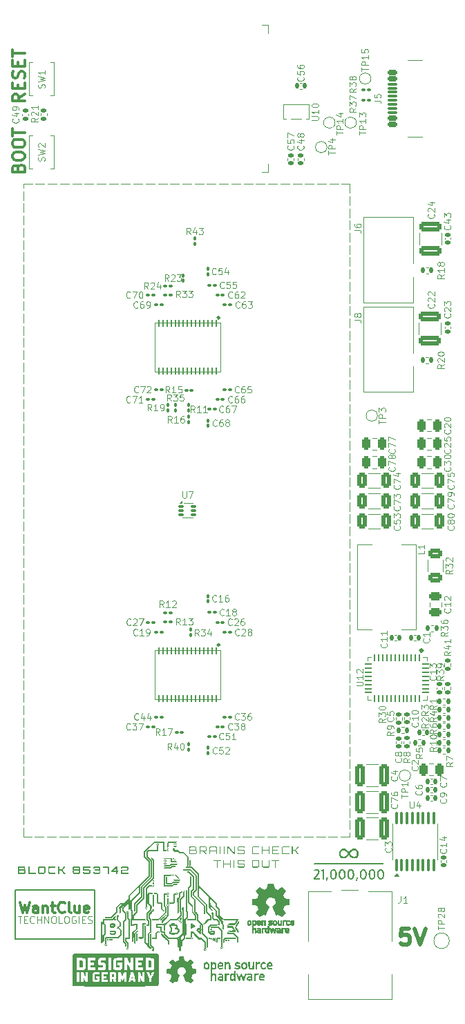
<source format=gbr>
%TF.GenerationSoftware,KiCad,Pcbnew,8.0.4*%
%TF.CreationDate,2024-11-06T18:48:09+01:00*%
%TF.ProjectId,BitForgeNano,42697446-6f72-4676-954e-616e6f2e6b69,rev?*%
%TF.SameCoordinates,Original*%
%TF.FileFunction,Legend,Top*%
%TF.FilePolarity,Positive*%
%FSLAX46Y46*%
G04 Gerber Fmt 4.6, Leading zero omitted, Abs format (unit mm)*
G04 Created by KiCad (PCBNEW 8.0.4) date 2024-11-06 18:48:09*
%MOMM*%
%LPD*%
G01*
G04 APERTURE LIST*
G04 Aperture macros list*
%AMRoundRect*
0 Rectangle with rounded corners*
0 $1 Rounding radius*
0 $2 $3 $4 $5 $6 $7 $8 $9 X,Y pos of 4 corners*
0 Add a 4 corners polygon primitive as box body*
4,1,4,$2,$3,$4,$5,$6,$7,$8,$9,$2,$3,0*
0 Add four circle primitives for the rounded corners*
1,1,$1+$1,$2,$3*
1,1,$1+$1,$4,$5*
1,1,$1+$1,$6,$7*
1,1,$1+$1,$8,$9*
0 Add four rect primitives between the rounded corners*
20,1,$1+$1,$2,$3,$4,$5,0*
20,1,$1+$1,$4,$5,$6,$7,0*
20,1,$1+$1,$6,$7,$8,$9,0*
20,1,$1+$1,$8,$9,$2,$3,0*%
G04 Aperture macros list end*
%ADD10C,0.000000*%
%ADD11C,0.200000*%
%ADD12C,0.100000*%
%ADD13C,0.500000*%
%ADD14C,0.300000*%
%ADD15C,0.125000*%
%ADD16C,0.120000*%
%ADD17C,0.252485*%
%ADD18RoundRect,0.140000X0.170000X-0.140000X0.170000X0.140000X-0.170000X0.140000X-0.170000X-0.140000X0*%
%ADD19RoundRect,0.100000X-0.130000X-0.100000X0.130000X-0.100000X0.130000X0.100000X-0.130000X0.100000X0*%
%ADD20R,1.524000X0.508000*%
%ADD21RoundRect,0.055250X-0.055250X0.340750X-0.055250X-0.340750X0.055250X-0.340750X0.055250X0.340750X0*%
%ADD22C,3.400000*%
%ADD23RoundRect,0.100000X0.130000X0.100000X-0.130000X0.100000X-0.130000X-0.100000X0.130000X-0.100000X0*%
%ADD24RoundRect,0.250000X0.325000X0.650000X-0.325000X0.650000X-0.325000X-0.650000X0.325000X-0.650000X0*%
%ADD25C,1.000000*%
%ADD26RoundRect,0.140000X0.140000X0.170000X-0.140000X0.170000X-0.140000X-0.170000X0.140000X-0.170000X0*%
%ADD27RoundRect,0.250000X0.250000X0.475000X-0.250000X0.475000X-0.250000X-0.475000X0.250000X-0.475000X0*%
%ADD28C,1.295400*%
%ADD29C,1.574800*%
%ADD30RoundRect,0.250000X-0.325000X-0.650000X0.325000X-0.650000X0.325000X0.650000X-0.325000X0.650000X0*%
%ADD31RoundRect,0.140000X-0.170000X0.140000X-0.170000X-0.140000X0.170000X-0.140000X0.170000X0.140000X0*%
%ADD32RoundRect,0.135000X0.135000X0.185000X-0.135000X0.185000X-0.135000X-0.185000X0.135000X-0.185000X0*%
%ADD33RoundRect,0.100000X-0.100000X0.130000X-0.100000X-0.130000X0.100000X-0.130000X0.100000X0.130000X0*%
%ADD34RoundRect,0.250000X1.100000X-0.325000X1.100000X0.325000X-1.100000X0.325000X-1.100000X-0.325000X0*%
%ADD35RoundRect,0.100000X-0.100000X0.637500X-0.100000X-0.637500X0.100000X-0.637500X0.100000X0.637500X0*%
%ADD36RoundRect,0.250000X0.325000X1.100000X-0.325000X1.100000X-0.325000X-1.100000X0.325000X-1.100000X0*%
%ADD37RoundRect,0.062500X-0.062500X0.337500X-0.062500X-0.337500X0.062500X-0.337500X0.062500X0.337500X0*%
%ADD38RoundRect,0.062500X-0.337500X0.062500X-0.337500X-0.062500X0.337500X-0.062500X0.337500X0.062500X0*%
%ADD39C,0.400000*%
%ADD40R,5.300000X3.300000*%
%ADD41C,3.200000*%
%ADD42RoundRect,0.135000X0.185000X-0.135000X0.185000X0.135000X-0.185000X0.135000X-0.185000X-0.135000X0*%
%ADD43RoundRect,0.250000X-0.625000X0.312500X-0.625000X-0.312500X0.625000X-0.312500X0.625000X0.312500X0*%
%ADD44C,1.500000*%
%ADD45R,0.900000X1.500000*%
%ADD46R,1.500000X0.900000*%
%ADD47R,0.900000X0.900000*%
%ADD48RoundRect,0.085000X-0.265000X-0.085000X0.265000X-0.085000X0.265000X0.085000X-0.265000X0.085000X0*%
%ADD49R,3.050000X2.000000*%
%ADD50RoundRect,0.135000X-0.135000X-0.185000X0.135000X-0.185000X0.135000X0.185000X-0.135000X0.185000X0*%
%ADD51RoundRect,0.135000X-0.185000X0.135000X-0.185000X-0.135000X0.185000X-0.135000X0.185000X0.135000X0*%
%ADD52RoundRect,0.250000X0.475000X-0.250000X0.475000X0.250000X-0.475000X0.250000X-0.475000X-0.250000X0*%
%ADD53RoundRect,0.140000X-0.140000X-0.170000X0.140000X-0.170000X0.140000X0.170000X-0.140000X0.170000X0*%
%ADD54RoundRect,0.250000X-0.250000X-0.475000X0.250000X-0.475000X0.250000X0.475000X-0.250000X0.475000X0*%
%ADD55C,0.650000*%
%ADD56RoundRect,0.150000X0.425000X-0.150000X0.425000X0.150000X-0.425000X0.150000X-0.425000X-0.150000X0*%
%ADD57RoundRect,0.075000X0.500000X-0.075000X0.500000X0.075000X-0.500000X0.075000X-0.500000X-0.075000X0*%
%ADD58O,2.100000X1.000000*%
%ADD59O,1.800000X1.000000*%
%ADD60R,0.558800X0.952500*%
%ADD61C,1.600000*%
%ADD62R,4.000000X2.000000*%
%ADD63O,2.000000X3.500000*%
%ADD64O,3.300000X2.000000*%
G04 APERTURE END LIST*
D10*
G36*
X93459412Y-166192606D02*
G01*
X93466682Y-166193159D01*
X93473846Y-166194071D01*
X93480896Y-166195331D01*
X93487823Y-166196931D01*
X93494617Y-166198862D01*
X93501271Y-166201115D01*
X93507773Y-166203681D01*
X93514117Y-166206551D01*
X93520292Y-166209715D01*
X93526289Y-166213165D01*
X93532101Y-166216892D01*
X93537716Y-166220886D01*
X93543127Y-166225139D01*
X93548325Y-166229642D01*
X93553300Y-166234386D01*
X93558043Y-166239361D01*
X93562546Y-166244558D01*
X93566800Y-166249969D01*
X93570794Y-166255585D01*
X93574521Y-166261396D01*
X93577971Y-166267393D01*
X93581135Y-166273568D01*
X93584005Y-166279912D01*
X93586571Y-166286414D01*
X93588824Y-166293067D01*
X93590755Y-166299862D01*
X93592355Y-166306788D01*
X93593616Y-166313838D01*
X93594527Y-166321002D01*
X93595081Y-166328272D01*
X93595267Y-166335637D01*
X93595081Y-166343001D01*
X93594527Y-166350269D01*
X93593616Y-166357432D01*
X93592355Y-166364480D01*
X93590755Y-166371406D01*
X93588824Y-166378199D01*
X93586571Y-166384851D01*
X93584005Y-166391353D01*
X93581135Y-166397695D01*
X93577971Y-166403869D01*
X93574521Y-166409866D01*
X93570794Y-166415676D01*
X93566800Y-166421291D01*
X93562546Y-166426702D01*
X93558043Y-166431899D01*
X93553300Y-166436873D01*
X93548325Y-166441616D01*
X93543127Y-166446119D01*
X93537716Y-166450371D01*
X93532101Y-166454366D01*
X93526289Y-166458092D01*
X93520292Y-166461542D01*
X93514117Y-166464706D01*
X93507773Y-166467576D01*
X93501271Y-166470142D01*
X93494617Y-166472394D01*
X93487823Y-166474326D01*
X93480896Y-166475926D01*
X93473846Y-166477186D01*
X93466682Y-166478097D01*
X93459412Y-166478651D01*
X93452047Y-166478837D01*
X93444681Y-166478651D01*
X93437412Y-166478097D01*
X93430248Y-166477186D01*
X93423198Y-166475926D01*
X93416271Y-166474326D01*
X93409477Y-166472394D01*
X93402824Y-166470142D01*
X93396321Y-166467576D01*
X93389978Y-166464706D01*
X93383803Y-166461542D01*
X93377806Y-166458092D01*
X93371995Y-166454366D01*
X93366379Y-166450371D01*
X93360968Y-166446119D01*
X93355770Y-166441616D01*
X93350795Y-166436873D01*
X93346052Y-166431899D01*
X93341549Y-166426702D01*
X93337296Y-166421291D01*
X93333302Y-166415676D01*
X93329575Y-166409866D01*
X93326125Y-166403869D01*
X93322960Y-166397695D01*
X93320091Y-166391353D01*
X93317525Y-166384851D01*
X93315272Y-166378199D01*
X93313341Y-166371406D01*
X93311740Y-166364480D01*
X93310480Y-166357432D01*
X93309569Y-166350269D01*
X93309015Y-166343001D01*
X93308829Y-166335637D01*
X93380449Y-166335637D01*
X93380542Y-166339318D01*
X93380819Y-166342952D01*
X93381274Y-166346532D01*
X93381904Y-166350056D01*
X93382704Y-166353518D01*
X93383670Y-166356914D01*
X93384796Y-166360240D01*
X93386078Y-166363491D01*
X93387513Y-166366662D01*
X93389094Y-166369749D01*
X93390819Y-166372747D01*
X93392682Y-166375652D01*
X93394679Y-166378460D01*
X93396805Y-166381165D01*
X93399056Y-166383764D01*
X93401427Y-166386251D01*
X93403914Y-166388623D01*
X93406512Y-166390875D01*
X93409217Y-166393001D01*
X93412025Y-166394999D01*
X93414930Y-166396862D01*
X93417928Y-166398588D01*
X93421015Y-166400170D01*
X93424186Y-166401605D01*
X93427437Y-166402888D01*
X93430763Y-166404015D01*
X93434160Y-166404981D01*
X93437623Y-166405781D01*
X93441148Y-166406411D01*
X93444730Y-166406867D01*
X93448364Y-166407144D01*
X93452047Y-166407237D01*
X93455730Y-166407144D01*
X93459365Y-166406867D01*
X93462947Y-166406411D01*
X93466472Y-166405781D01*
X93469936Y-166404981D01*
X93473333Y-166404015D01*
X93476660Y-166402888D01*
X93479912Y-166401605D01*
X93483084Y-166400170D01*
X93486172Y-166398588D01*
X93489171Y-166396862D01*
X93492077Y-166394999D01*
X93494886Y-166393001D01*
X93497592Y-166390875D01*
X93500191Y-166388623D01*
X93502679Y-166386251D01*
X93505051Y-166383764D01*
X93507303Y-166381165D01*
X93509430Y-166378460D01*
X93511428Y-166375652D01*
X93513292Y-166372747D01*
X93515018Y-166369749D01*
X93516600Y-166366662D01*
X93518036Y-166363491D01*
X93519319Y-166360240D01*
X93520446Y-166356914D01*
X93521411Y-166353518D01*
X93522212Y-166350056D01*
X93522842Y-166346532D01*
X93523298Y-166342952D01*
X93523575Y-166339318D01*
X93523668Y-166335637D01*
X93523575Y-166331955D01*
X93523298Y-166328320D01*
X93522842Y-166324738D01*
X93522212Y-166321213D01*
X93521411Y-166317749D01*
X93520446Y-166314352D01*
X93519319Y-166311025D01*
X93518036Y-166307773D01*
X93516600Y-166304601D01*
X93515018Y-166301513D01*
X93513292Y-166298514D01*
X93511428Y-166295608D01*
X93509430Y-166292800D01*
X93507303Y-166290094D01*
X93505051Y-166287495D01*
X93502679Y-166285007D01*
X93500191Y-166282635D01*
X93497592Y-166280383D01*
X93494886Y-166278256D01*
X93492077Y-166276258D01*
X93489171Y-166274394D01*
X93486172Y-166272669D01*
X93483084Y-166271086D01*
X93479912Y-166269651D01*
X93476660Y-166268368D01*
X93473333Y-166267241D01*
X93469936Y-166266275D01*
X93466472Y-166265474D01*
X93462947Y-166264844D01*
X93459365Y-166264388D01*
X93455730Y-166264111D01*
X93452047Y-166264018D01*
X93448364Y-166264111D01*
X93444730Y-166264388D01*
X93441148Y-166264844D01*
X93437623Y-166265474D01*
X93434160Y-166266275D01*
X93430763Y-166267241D01*
X93427437Y-166268368D01*
X93424186Y-166269651D01*
X93421015Y-166271086D01*
X93417928Y-166272669D01*
X93414930Y-166274394D01*
X93412025Y-166276258D01*
X93409217Y-166278256D01*
X93406512Y-166280383D01*
X93403914Y-166282635D01*
X93401427Y-166285007D01*
X93399056Y-166287495D01*
X93396805Y-166290094D01*
X93394679Y-166292800D01*
X93392682Y-166295608D01*
X93390819Y-166298514D01*
X93389094Y-166301513D01*
X93387513Y-166304601D01*
X93386078Y-166307773D01*
X93384796Y-166311025D01*
X93383670Y-166314352D01*
X93382704Y-166317749D01*
X93381904Y-166321213D01*
X93381274Y-166324738D01*
X93380819Y-166328320D01*
X93380542Y-166331955D01*
X93380449Y-166335637D01*
X93308829Y-166335637D01*
X93309015Y-166328272D01*
X93309569Y-166321002D01*
X93310480Y-166313838D01*
X93311740Y-166306788D01*
X93313341Y-166299862D01*
X93315272Y-166293067D01*
X93317525Y-166286414D01*
X93320091Y-166279912D01*
X93322960Y-166273568D01*
X93326125Y-166267393D01*
X93329575Y-166261396D01*
X93333302Y-166255585D01*
X93337296Y-166249969D01*
X93341549Y-166244558D01*
X93346052Y-166239361D01*
X93350795Y-166234386D01*
X93355770Y-166229642D01*
X93360968Y-166225139D01*
X93366379Y-166220886D01*
X93371995Y-166216892D01*
X93377806Y-166213165D01*
X93383803Y-166209715D01*
X93389978Y-166206551D01*
X93396321Y-166203681D01*
X93402824Y-166201115D01*
X93409477Y-166198862D01*
X93416271Y-166196931D01*
X93423198Y-166195331D01*
X93430248Y-166194071D01*
X93437412Y-166193159D01*
X93444681Y-166192606D01*
X93452047Y-166192419D01*
X93459412Y-166192606D01*
G37*
G36*
X85054767Y-161616052D02*
G01*
X85057471Y-161616281D01*
X85060169Y-161616658D01*
X85062876Y-161617185D01*
X85065604Y-161617862D01*
X85068369Y-161618691D01*
X85071183Y-161619674D01*
X85077016Y-161622107D01*
X85083215Y-161625173D01*
X85089890Y-161628886D01*
X85097152Y-161633257D01*
X85105111Y-161638299D01*
X85113879Y-161644023D01*
X85119112Y-161647648D01*
X85124144Y-161651483D01*
X85128970Y-161655517D01*
X85133581Y-161659738D01*
X85137972Y-161664136D01*
X85142135Y-161668699D01*
X85146064Y-161673417D01*
X85149752Y-161678277D01*
X85153192Y-161683269D01*
X85156377Y-161688381D01*
X85159301Y-161693602D01*
X85161957Y-161698922D01*
X85164338Y-161704328D01*
X85166436Y-161709810D01*
X85168247Y-161715357D01*
X85169761Y-161720956D01*
X85170974Y-161726598D01*
X85171877Y-161732271D01*
X85172465Y-161737963D01*
X85172730Y-161743664D01*
X85172666Y-161749362D01*
X85172265Y-161755046D01*
X85171522Y-161760705D01*
X85170428Y-161766327D01*
X85168978Y-161771902D01*
X85167165Y-161777418D01*
X85164981Y-161782864D01*
X85162421Y-161788230D01*
X85159476Y-161793502D01*
X85156141Y-161798671D01*
X85152409Y-161803726D01*
X85148273Y-161808654D01*
X85144870Y-161812544D01*
X85141575Y-161816548D01*
X85135126Y-161824747D01*
X85128552Y-161832947D01*
X85125103Y-161836952D01*
X85121482Y-161840844D01*
X85117645Y-161844583D01*
X85113544Y-161848133D01*
X85111381Y-161849824D01*
X85109134Y-161851454D01*
X85106797Y-161853017D01*
X85104366Y-161854509D01*
X85101834Y-161855925D01*
X85099196Y-161857261D01*
X85096445Y-161858510D01*
X85093576Y-161859670D01*
X85090583Y-161860734D01*
X85087460Y-161861699D01*
X85084202Y-161862559D01*
X85080802Y-161863310D01*
X85070725Y-161866034D01*
X85059921Y-161870687D01*
X85048361Y-161877193D01*
X85036016Y-161885480D01*
X85022855Y-161895472D01*
X85008850Y-161907097D01*
X84993970Y-161920280D01*
X84978187Y-161934948D01*
X84943791Y-161968442D01*
X84905425Y-162006989D01*
X84815843Y-162096875D01*
X84643598Y-162267268D01*
X84643598Y-162615459D01*
X84810286Y-162793259D01*
X84810286Y-164391607D01*
X84699161Y-164506436D01*
X84588036Y-164623118D01*
X84588036Y-166102931D01*
X84706569Y-166219612D01*
X84725578Y-166238697D01*
X84742392Y-166255782D01*
X84757117Y-166271039D01*
X84769859Y-166284638D01*
X84780723Y-166296750D01*
X84785484Y-166302303D01*
X84789816Y-166307547D01*
X84793731Y-166312505D01*
X84797243Y-166317199D01*
X84800364Y-166321648D01*
X84803109Y-166325876D01*
X84805491Y-166329903D01*
X84807522Y-166333751D01*
X84809216Y-166337440D01*
X84810586Y-166340993D01*
X84811646Y-166344431D01*
X84812408Y-166347774D01*
X84812886Y-166351045D01*
X84813093Y-166354265D01*
X84813043Y-166357455D01*
X84812747Y-166360637D01*
X84812221Y-166363831D01*
X84811476Y-166367060D01*
X84810527Y-166370344D01*
X84809386Y-166373705D01*
X84808067Y-166377165D01*
X84806582Y-166380744D01*
X84804418Y-166385182D01*
X84802096Y-166389466D01*
X84799622Y-166393595D01*
X84797000Y-166397565D01*
X84794235Y-166401375D01*
X84791334Y-166405023D01*
X84788299Y-166408507D01*
X84785138Y-166411824D01*
X84781855Y-166414974D01*
X84778455Y-166417953D01*
X84774943Y-166420760D01*
X84771324Y-166423393D01*
X84767603Y-166425849D01*
X84763785Y-166428127D01*
X84759876Y-166430224D01*
X84755881Y-166432139D01*
X84751804Y-166433870D01*
X84747651Y-166435414D01*
X84743427Y-166436769D01*
X84739136Y-166437934D01*
X84734785Y-166438907D01*
X84730377Y-166439684D01*
X84725919Y-166440265D01*
X84721415Y-166440647D01*
X84716870Y-166440829D01*
X84712290Y-166440807D01*
X84707679Y-166440581D01*
X84703042Y-166440148D01*
X84698386Y-166439506D01*
X84693714Y-166438653D01*
X84689032Y-166437587D01*
X84684344Y-166436306D01*
X84679081Y-166433408D01*
X84670367Y-166426927D01*
X84643367Y-166403982D01*
X84604908Y-166369013D01*
X84556551Y-166323561D01*
X84436397Y-166207372D01*
X84295407Y-166067742D01*
X83939807Y-165710290D01*
X83939807Y-164680532D01*
X83940017Y-164373922D01*
X83940791Y-164133444D01*
X83941457Y-164035448D01*
X83942346Y-163950916D01*
X83943485Y-163878826D01*
X83944900Y-163818156D01*
X83946619Y-163767881D01*
X83948670Y-163726981D01*
X83951078Y-163694430D01*
X83953871Y-163669208D01*
X83955421Y-163659025D01*
X83957077Y-163650291D01*
X83958843Y-163642877D01*
X83960723Y-163636656D01*
X83962719Y-163631499D01*
X83964835Y-163627280D01*
X83967074Y-163623870D01*
X83969440Y-163621141D01*
X83972386Y-163618061D01*
X83975640Y-163615082D01*
X83979166Y-163612216D01*
X83982926Y-163609479D01*
X83986880Y-163606882D01*
X83990992Y-163604440D01*
X83995224Y-163602166D01*
X83999537Y-163600073D01*
X84003893Y-163598176D01*
X84008254Y-163596488D01*
X84012583Y-163595023D01*
X84016842Y-163593793D01*
X84020992Y-163592814D01*
X84024996Y-163592097D01*
X84028815Y-163591657D01*
X84032411Y-163591507D01*
X84036008Y-163591657D01*
X84039827Y-163592097D01*
X84043830Y-163592814D01*
X84047980Y-163593793D01*
X84052239Y-163595023D01*
X84056568Y-163596488D01*
X84060929Y-163598176D01*
X84065286Y-163600073D01*
X84069598Y-163602166D01*
X84073830Y-163604440D01*
X84077942Y-163606882D01*
X84081897Y-163609479D01*
X84085656Y-163612216D01*
X84089182Y-163615082D01*
X84092437Y-163618061D01*
X84095382Y-163621141D01*
X84104100Y-163636507D01*
X84110951Y-163668369D01*
X84116153Y-163724539D01*
X84119922Y-163812831D01*
X84124031Y-164117035D01*
X84125015Y-164643490D01*
X84125015Y-165639912D01*
X84402828Y-165914019D01*
X84402828Y-164543477D01*
X84525065Y-164424945D01*
X84645451Y-164304559D01*
X84639895Y-163589654D01*
X84634338Y-162872899D01*
X84547290Y-162780295D01*
X84458390Y-162685838D01*
X84458390Y-162193184D01*
X84660267Y-161991307D01*
X84714171Y-161937895D01*
X84764163Y-161888901D01*
X84809347Y-161844503D01*
X84848828Y-161804876D01*
X84866150Y-161786908D01*
X84881711Y-161770198D01*
X84889377Y-161761558D01*
X84951223Y-161761558D01*
X84951647Y-161767838D01*
X84952552Y-161774041D01*
X84953949Y-161780132D01*
X84955851Y-161786079D01*
X84958270Y-161791850D01*
X84961218Y-161797411D01*
X84964708Y-161802729D01*
X84968751Y-161807771D01*
X84973361Y-161812505D01*
X84978548Y-161816897D01*
X84984326Y-161820916D01*
X84990375Y-161824385D01*
X84996690Y-161827169D01*
X85003231Y-161829295D01*
X85009958Y-161830789D01*
X85016832Y-161831677D01*
X85023814Y-161831984D01*
X85030865Y-161831738D01*
X85037944Y-161830963D01*
X85045013Y-161829687D01*
X85052032Y-161827935D01*
X85058962Y-161825734D01*
X85065763Y-161823109D01*
X85072397Y-161820086D01*
X85078823Y-161816692D01*
X85085002Y-161812954D01*
X85090895Y-161808896D01*
X85096463Y-161804545D01*
X85101665Y-161799927D01*
X85106463Y-161795068D01*
X85110818Y-161789994D01*
X85114689Y-161784732D01*
X85118038Y-161779308D01*
X85120825Y-161773747D01*
X85123010Y-161768076D01*
X85124555Y-161762320D01*
X85125420Y-161756506D01*
X85125565Y-161750661D01*
X85124952Y-161744809D01*
X85123540Y-161738978D01*
X85121290Y-161733193D01*
X85118163Y-161727480D01*
X85114120Y-161721866D01*
X85111261Y-161718841D01*
X85107612Y-161715380D01*
X85103279Y-161711570D01*
X85098363Y-161707498D01*
X85092969Y-161703251D01*
X85087200Y-161698917D01*
X85081159Y-161694582D01*
X85074949Y-161690334D01*
X85068674Y-161686260D01*
X85062438Y-161682446D01*
X85056343Y-161678980D01*
X85050493Y-161675949D01*
X85044991Y-161673440D01*
X85039941Y-161671540D01*
X85037618Y-161670845D01*
X85035446Y-161670336D01*
X85033439Y-161670022D01*
X85031610Y-161669915D01*
X85024772Y-161670233D01*
X85018158Y-161671163D01*
X85011780Y-161672674D01*
X85005650Y-161674732D01*
X84999779Y-161677305D01*
X84994182Y-161680359D01*
X84988868Y-161683861D01*
X84983852Y-161687779D01*
X84979145Y-161692080D01*
X84974759Y-161696730D01*
X84970707Y-161701698D01*
X84967001Y-161706949D01*
X84963653Y-161712451D01*
X84960675Y-161718172D01*
X84958079Y-161724077D01*
X84955878Y-161730135D01*
X84954084Y-161736313D01*
X84952710Y-161742577D01*
X84951766Y-161748894D01*
X84951267Y-161755232D01*
X84951223Y-161761558D01*
X84889377Y-161761558D01*
X84895398Y-161754770D01*
X84907100Y-161740646D01*
X84916706Y-161727846D01*
X84920687Y-161721951D01*
X84924102Y-161716395D01*
X84926937Y-161711181D01*
X84929177Y-161706313D01*
X84930810Y-161701792D01*
X84931820Y-161697623D01*
X84933923Y-161687292D01*
X84936105Y-161678427D01*
X84937245Y-161674500D01*
X84938427Y-161670886D01*
X84939658Y-161667566D01*
X84940947Y-161664522D01*
X84942301Y-161661737D01*
X84943727Y-161659192D01*
X84945233Y-161656869D01*
X84946826Y-161654751D01*
X84948513Y-161652819D01*
X84950304Y-161651055D01*
X84952204Y-161649440D01*
X84954221Y-161647958D01*
X84956363Y-161646590D01*
X84958637Y-161645318D01*
X84963613Y-161642989D01*
X84969207Y-161640827D01*
X84975481Y-161638687D01*
X84990307Y-161633898D01*
X84998979Y-161630959D01*
X85008570Y-161627465D01*
X85016844Y-161624243D01*
X85024374Y-161621531D01*
X85031273Y-161619341D01*
X85037651Y-161617686D01*
X85040680Y-161617063D01*
X85043619Y-161616578D01*
X85046484Y-161616233D01*
X85049288Y-161616029D01*
X85052044Y-161615968D01*
X85054767Y-161616052D01*
G37*
G36*
X86527575Y-155875742D02*
G01*
X86534844Y-155876295D01*
X86542009Y-155877207D01*
X86549059Y-155878467D01*
X86555985Y-155880067D01*
X86562780Y-155881998D01*
X86569433Y-155884251D01*
X86575936Y-155886817D01*
X86582279Y-155889687D01*
X86588454Y-155892851D01*
X86594452Y-155896301D01*
X86600263Y-155900028D01*
X86605878Y-155904023D01*
X86611289Y-155908276D01*
X86616487Y-155912779D01*
X86621462Y-155917522D01*
X86626205Y-155922497D01*
X86630708Y-155927695D01*
X86634962Y-155933106D01*
X86638956Y-155938721D01*
X86642683Y-155944533D01*
X86646133Y-155950530D01*
X86649297Y-155956705D01*
X86652167Y-155963048D01*
X86654733Y-155969551D01*
X86656986Y-155976204D01*
X86658917Y-155982999D01*
X86660517Y-155989926D01*
X86661778Y-155996975D01*
X86662689Y-156004140D01*
X86663242Y-156011409D01*
X86663429Y-156018775D01*
X86663242Y-156026139D01*
X86662689Y-156033406D01*
X86661778Y-156040569D01*
X86660517Y-156047617D01*
X86658917Y-156054543D01*
X86656986Y-156061336D01*
X86654733Y-156067988D01*
X86652167Y-156074489D01*
X86649297Y-156080832D01*
X86646133Y-156087006D01*
X86642683Y-156093002D01*
X86638956Y-156098813D01*
X86634962Y-156104428D01*
X86630708Y-156109838D01*
X86626205Y-156115035D01*
X86621462Y-156120010D01*
X86616487Y-156124753D01*
X86611289Y-156129255D01*
X86605878Y-156133508D01*
X86600263Y-156137502D01*
X86594452Y-156141229D01*
X86588454Y-156144679D01*
X86582279Y-156147843D01*
X86575936Y-156150712D01*
X86569433Y-156153278D01*
X86562780Y-156155531D01*
X86555985Y-156157462D01*
X86549059Y-156159062D01*
X86542009Y-156160323D01*
X86534844Y-156161234D01*
X86527575Y-156161788D01*
X86520209Y-156161974D01*
X86512844Y-156161788D01*
X86505574Y-156161234D01*
X86498410Y-156160323D01*
X86491360Y-156159062D01*
X86484433Y-156157462D01*
X86477639Y-156155531D01*
X86470986Y-156153278D01*
X86464483Y-156150712D01*
X86458140Y-156147843D01*
X86451965Y-156144679D01*
X86445967Y-156141229D01*
X86440156Y-156137502D01*
X86434541Y-156133508D01*
X86429129Y-156129255D01*
X86423932Y-156124753D01*
X86418957Y-156120010D01*
X86414213Y-156115035D01*
X86409711Y-156109838D01*
X86405457Y-156104428D01*
X86401463Y-156098813D01*
X86397736Y-156093002D01*
X86394286Y-156087006D01*
X86391121Y-156080832D01*
X86388252Y-156074489D01*
X86385686Y-156067988D01*
X86383433Y-156061336D01*
X86381502Y-156054543D01*
X86379902Y-156047617D01*
X86378641Y-156040569D01*
X86377730Y-156033406D01*
X86377176Y-156026139D01*
X86376990Y-156018775D01*
X86448610Y-156018775D01*
X86448703Y-156022456D01*
X86448979Y-156026089D01*
X86449435Y-156029670D01*
X86450065Y-156033193D01*
X86450865Y-156036655D01*
X86451830Y-156040052D01*
X86452956Y-156043377D01*
X86454239Y-156046628D01*
X86455673Y-156049799D01*
X86457255Y-156052886D01*
X86458980Y-156055884D01*
X86460843Y-156058789D01*
X86462840Y-156061597D01*
X86464966Y-156064302D01*
X86467217Y-156066901D01*
X86469588Y-156069388D01*
X86472075Y-156071760D01*
X86474673Y-156074012D01*
X86477379Y-156076138D01*
X86480186Y-156078136D01*
X86483091Y-156080000D01*
X86486089Y-156081725D01*
X86489176Y-156083307D01*
X86492348Y-156084742D01*
X86495599Y-156086025D01*
X86498925Y-156087152D01*
X86502322Y-156088118D01*
X86505785Y-156088918D01*
X86509310Y-156089549D01*
X86512892Y-156090004D01*
X86516526Y-156090281D01*
X86520209Y-156090375D01*
X86523892Y-156090281D01*
X86527527Y-156090004D01*
X86531109Y-156089549D01*
X86534634Y-156088918D01*
X86538098Y-156088118D01*
X86541495Y-156087152D01*
X86544822Y-156086025D01*
X86548074Y-156084742D01*
X86551246Y-156083307D01*
X86554334Y-156081725D01*
X86557333Y-156080000D01*
X86560240Y-156078136D01*
X86563048Y-156076138D01*
X86565754Y-156074012D01*
X86568353Y-156071760D01*
X86570841Y-156069388D01*
X86573214Y-156066901D01*
X86575466Y-156064302D01*
X86577593Y-156061597D01*
X86579590Y-156058789D01*
X86581454Y-156055884D01*
X86583180Y-156052886D01*
X86584763Y-156049799D01*
X86586198Y-156046628D01*
X86587481Y-156043377D01*
X86588608Y-156040052D01*
X86589574Y-156036655D01*
X86590374Y-156033193D01*
X86591005Y-156029670D01*
X86591460Y-156026089D01*
X86591737Y-156022456D01*
X86591831Y-156018775D01*
X86591737Y-156015092D01*
X86591460Y-156011457D01*
X86591005Y-156007875D01*
X86590374Y-156004350D01*
X86589574Y-156000886D01*
X86588608Y-155997489D01*
X86587481Y-155994162D01*
X86586198Y-155990910D01*
X86584763Y-155987738D01*
X86583180Y-155984650D01*
X86581454Y-155981651D01*
X86579590Y-155978745D01*
X86577593Y-155975937D01*
X86575466Y-155973231D01*
X86573214Y-155970631D01*
X86570841Y-155968143D01*
X86568353Y-155965771D01*
X86565754Y-155963519D01*
X86563048Y-155961392D01*
X86560240Y-155959394D01*
X86557333Y-155957531D01*
X86554334Y-155955805D01*
X86551246Y-155954223D01*
X86548074Y-155952787D01*
X86544822Y-155951504D01*
X86541495Y-155950377D01*
X86538098Y-155949411D01*
X86534634Y-155948611D01*
X86531109Y-155947981D01*
X86527527Y-155947525D01*
X86523892Y-155947248D01*
X86520209Y-155947155D01*
X86516526Y-155947248D01*
X86512892Y-155947525D01*
X86509310Y-155947981D01*
X86505785Y-155948611D01*
X86502322Y-155949411D01*
X86498925Y-155950377D01*
X86495599Y-155951504D01*
X86492348Y-155952787D01*
X86489176Y-155954223D01*
X86486089Y-155955805D01*
X86483091Y-155957531D01*
X86480186Y-155959394D01*
X86477379Y-155961392D01*
X86474673Y-155963519D01*
X86472075Y-155965771D01*
X86469588Y-155968143D01*
X86467217Y-155970631D01*
X86464966Y-155973231D01*
X86462840Y-155975937D01*
X86460843Y-155978745D01*
X86458980Y-155981651D01*
X86457255Y-155984650D01*
X86455673Y-155987738D01*
X86454239Y-155990910D01*
X86452956Y-155994162D01*
X86451830Y-155997489D01*
X86450865Y-156000886D01*
X86450065Y-156004350D01*
X86449435Y-156007875D01*
X86448979Y-156011457D01*
X86448703Y-156015092D01*
X86448610Y-156018775D01*
X86376990Y-156018775D01*
X86377176Y-156011409D01*
X86377730Y-156004140D01*
X86378641Y-155996975D01*
X86379902Y-155989926D01*
X86381502Y-155982999D01*
X86383433Y-155976204D01*
X86385686Y-155969551D01*
X86388252Y-155963048D01*
X86391121Y-155956705D01*
X86394286Y-155950530D01*
X86397736Y-155944533D01*
X86401463Y-155938721D01*
X86405457Y-155933106D01*
X86409711Y-155927695D01*
X86414213Y-155922497D01*
X86418957Y-155917522D01*
X86423932Y-155912779D01*
X86429129Y-155908276D01*
X86434541Y-155904023D01*
X86440156Y-155900028D01*
X86445967Y-155896301D01*
X86451965Y-155892851D01*
X86458140Y-155889687D01*
X86464483Y-155886817D01*
X86470986Y-155884251D01*
X86477639Y-155881998D01*
X86484433Y-155880067D01*
X86491360Y-155878467D01*
X86498410Y-155877207D01*
X86505574Y-155876295D01*
X86512844Y-155875742D01*
X86520209Y-155875555D01*
X86527575Y-155875742D01*
G37*
G36*
X80189628Y-163351181D02*
G01*
X80231766Y-163352140D01*
X80267936Y-163353948D01*
X80283925Y-163355255D01*
X80298593Y-163356874D01*
X80311997Y-163358841D01*
X80324193Y-163361187D01*
X80335239Y-163363947D01*
X80345192Y-163367154D01*
X80354108Y-163370842D01*
X80362045Y-163375045D01*
X80369060Y-163379796D01*
X80375209Y-163385128D01*
X80380549Y-163391076D01*
X80385138Y-163397672D01*
X80389033Y-163404950D01*
X80392290Y-163412945D01*
X80394966Y-163421689D01*
X80397119Y-163431216D01*
X80398805Y-163441559D01*
X80400081Y-163452753D01*
X80401633Y-163477825D01*
X80402230Y-163506701D01*
X80402328Y-163539649D01*
X80402328Y-163671146D01*
X80304167Y-163771159D01*
X80204155Y-163869320D01*
X80007834Y-163869320D01*
X79923550Y-163868904D01*
X79889509Y-163867818D01*
X79860362Y-163865645D01*
X79847505Y-163864032D01*
X79835730Y-163862006D01*
X79824988Y-163859519D01*
X79815232Y-163856525D01*
X79806415Y-163852976D01*
X79798489Y-163848825D01*
X79791407Y-163844025D01*
X79785121Y-163838529D01*
X79779584Y-163832289D01*
X79774748Y-163825259D01*
X79770567Y-163817391D01*
X79766991Y-163808639D01*
X79763974Y-163798954D01*
X79761469Y-163788290D01*
X79759428Y-163776601D01*
X79757803Y-163763838D01*
X79755613Y-163734903D01*
X79754518Y-163701109D01*
X79754433Y-163684111D01*
X79754099Y-163617436D01*
X79754169Y-163587428D01*
X79754399Y-163560470D01*
X79754819Y-163536355D01*
X79754831Y-163535945D01*
X79939307Y-163535945D01*
X79939307Y-163684111D01*
X80037468Y-163684111D01*
X80051806Y-163683999D01*
X80065010Y-163683648D01*
X80077162Y-163683036D01*
X80088342Y-163682143D01*
X80098632Y-163680946D01*
X80108114Y-163679423D01*
X80112578Y-163678533D01*
X80116869Y-163677553D01*
X80120999Y-163676481D01*
X80124978Y-163675314D01*
X80128816Y-163674049D01*
X80132523Y-163672684D01*
X80136110Y-163671216D01*
X80139585Y-163669642D01*
X80142961Y-163667959D01*
X80146246Y-163666166D01*
X80149451Y-163664258D01*
X80152586Y-163662234D01*
X80155662Y-163660090D01*
X80158688Y-163657824D01*
X80164632Y-163652915D01*
X80170500Y-163647486D01*
X80176374Y-163641513D01*
X80180494Y-163636897D01*
X80184506Y-163632101D01*
X80188387Y-163627164D01*
X80192116Y-163622124D01*
X80195672Y-163617019D01*
X80199033Y-163611887D01*
X80202176Y-163606766D01*
X80205081Y-163601694D01*
X80207725Y-163596708D01*
X80210087Y-163591847D01*
X80212146Y-163587149D01*
X80213878Y-163582652D01*
X80215264Y-163578394D01*
X80216280Y-163574412D01*
X80216906Y-163570744D01*
X80217120Y-163567430D01*
X80216862Y-163562803D01*
X80216013Y-163558632D01*
X80214458Y-163554896D01*
X80212084Y-163551571D01*
X80208777Y-163548638D01*
X80204423Y-163546073D01*
X80198907Y-163543856D01*
X80192117Y-163541964D01*
X80183937Y-163540376D01*
X80174254Y-163539070D01*
X80162954Y-163538025D01*
X80149924Y-163537218D01*
X80118214Y-163536234D01*
X80078213Y-163535945D01*
X79939307Y-163535945D01*
X79754831Y-163535945D01*
X79755459Y-163514877D01*
X79756348Y-163495830D01*
X79757517Y-163479008D01*
X79758216Y-163471366D01*
X79758995Y-163464204D01*
X79759860Y-163457494D01*
X79760813Y-163451212D01*
X79761858Y-163445331D01*
X79762999Y-163439827D01*
X79764240Y-163434672D01*
X79765584Y-163429841D01*
X79767035Y-163425309D01*
X79768598Y-163421049D01*
X79770274Y-163417036D01*
X79772070Y-163413245D01*
X79773987Y-163409648D01*
X79776030Y-163406221D01*
X79778203Y-163402938D01*
X79780509Y-163399773D01*
X79782952Y-163396701D01*
X79785536Y-163393694D01*
X79791140Y-163387778D01*
X79797378Y-163381868D01*
X79803794Y-163376615D01*
X79810699Y-163371980D01*
X79818401Y-163367926D01*
X79827210Y-163364414D01*
X79837435Y-163361407D01*
X79849386Y-163358867D01*
X79863372Y-163356755D01*
X79879701Y-163355034D01*
X79898684Y-163353666D01*
X79945847Y-163351836D01*
X80007335Y-163350960D01*
X80085622Y-163350736D01*
X80189628Y-163351181D01*
G37*
G36*
X90385056Y-157433330D02*
G01*
X90385056Y-159298378D01*
X90107244Y-159583599D01*
X90107244Y-159878080D01*
X90755473Y-160526309D01*
X91403702Y-161172686D01*
X91403702Y-161682009D01*
X91403489Y-161832263D01*
X91403177Y-161895297D01*
X91402689Y-161950938D01*
X91401995Y-161999687D01*
X91401065Y-162042048D01*
X91399869Y-162078521D01*
X91398377Y-162109609D01*
X91396560Y-162135813D01*
X91395520Y-162147241D01*
X91394387Y-162157636D01*
X91393158Y-162167062D01*
X91391830Y-162175580D01*
X91390397Y-162183253D01*
X91388857Y-162190145D01*
X91387205Y-162196318D01*
X91385439Y-162201835D01*
X91383554Y-162206759D01*
X91381546Y-162211151D01*
X91379412Y-162215076D01*
X91377149Y-162218595D01*
X91374752Y-162221772D01*
X91372217Y-162224669D01*
X91365457Y-162231852D01*
X91359028Y-162238119D01*
X91355919Y-162240906D01*
X91352870Y-162243462D01*
X91349875Y-162245787D01*
X91346924Y-162247878D01*
X91344012Y-162249737D01*
X91341130Y-162251361D01*
X91338272Y-162252751D01*
X91335428Y-162253905D01*
X91332593Y-162254823D01*
X91329759Y-162255505D01*
X91326918Y-162255949D01*
X91324063Y-162256155D01*
X91321186Y-162256122D01*
X91318279Y-162255850D01*
X91315337Y-162255338D01*
X91312350Y-162254585D01*
X91309311Y-162253591D01*
X91306214Y-162252354D01*
X91303050Y-162250875D01*
X91299812Y-162249152D01*
X91296493Y-162247185D01*
X91293085Y-162244973D01*
X91289580Y-162242516D01*
X91285972Y-162239812D01*
X91278414Y-162233663D01*
X91270352Y-162226522D01*
X91264789Y-162221063D01*
X91259880Y-162214715D01*
X91255584Y-162206890D01*
X91251860Y-162197004D01*
X91248669Y-162184470D01*
X91245968Y-162168702D01*
X91241877Y-162125120D01*
X91239261Y-162061570D01*
X91237796Y-161973365D01*
X91237015Y-161704234D01*
X91237015Y-161211580D01*
X89940557Y-159915122D01*
X89940557Y-159524332D01*
X90218369Y-159250223D01*
X90218369Y-157488893D01*
X89579401Y-156849924D01*
X89164534Y-156849924D01*
X89042720Y-156849711D01*
X88991429Y-156849399D01*
X88946017Y-156848911D01*
X88906086Y-156848217D01*
X88871236Y-156847287D01*
X88841069Y-156846091D01*
X88815185Y-156844599D01*
X88793186Y-156842782D01*
X88783519Y-156841742D01*
X88774674Y-156840609D01*
X88766601Y-156839380D01*
X88759249Y-156838051D01*
X88752570Y-156836619D01*
X88746513Y-156835078D01*
X88741028Y-156833427D01*
X88736066Y-156831660D01*
X88731577Y-156829775D01*
X88727511Y-156827768D01*
X88723817Y-156825634D01*
X88720447Y-156823370D01*
X88717351Y-156820973D01*
X88714477Y-156818439D01*
X88707294Y-156811679D01*
X88701028Y-156805250D01*
X88698241Y-156802141D01*
X88695684Y-156799092D01*
X88693360Y-156796096D01*
X88691269Y-156793146D01*
X88689410Y-156790234D01*
X88687786Y-156787352D01*
X88686396Y-156784493D01*
X88685242Y-156781650D01*
X88684324Y-156778815D01*
X88683642Y-156775981D01*
X88683198Y-156773140D01*
X88682992Y-156770285D01*
X88683025Y-156767407D01*
X88683297Y-156764501D01*
X88683809Y-156761558D01*
X88684562Y-156758572D01*
X88685556Y-156755533D01*
X88686793Y-156752436D01*
X88688272Y-156749272D01*
X88689995Y-156746034D01*
X88691962Y-156742715D01*
X88694174Y-156739306D01*
X88696632Y-156735802D01*
X88699335Y-156732194D01*
X88705484Y-156724636D01*
X88712625Y-156716574D01*
X88718052Y-156711316D01*
X88724266Y-156706634D01*
X88731793Y-156702494D01*
X88741159Y-156698864D01*
X88752891Y-156695711D01*
X88767515Y-156693003D01*
X88807545Y-156688793D01*
X88865458Y-156685971D01*
X88945467Y-156684278D01*
X89188611Y-156683236D01*
X89634963Y-156683236D01*
X90385056Y-157433330D01*
G37*
G36*
X85591758Y-164295449D02*
G01*
X85595577Y-164295889D01*
X85599580Y-164296605D01*
X85603730Y-164297585D01*
X85607989Y-164298815D01*
X85612318Y-164300280D01*
X85616679Y-164301968D01*
X85621036Y-164303865D01*
X85625348Y-164305957D01*
X85629580Y-164308231D01*
X85633692Y-164310674D01*
X85637646Y-164313270D01*
X85641406Y-164316008D01*
X85644932Y-164318874D01*
X85648186Y-164321853D01*
X85651132Y-164324933D01*
X85654212Y-164327878D01*
X85657191Y-164331132D01*
X85660056Y-164334658D01*
X85662794Y-164338417D01*
X85665391Y-164342372D01*
X85667833Y-164346484D01*
X85670107Y-164350715D01*
X85672199Y-164355028D01*
X85674096Y-164359384D01*
X85675784Y-164363746D01*
X85677250Y-164368075D01*
X85678479Y-164372334D01*
X85679459Y-164376484D01*
X85680175Y-164380487D01*
X85680615Y-164384306D01*
X85680765Y-164387903D01*
X85680615Y-164391499D01*
X85680175Y-164395318D01*
X85679459Y-164399322D01*
X85678479Y-164403472D01*
X85677250Y-164407730D01*
X85675784Y-164412060D01*
X85674096Y-164416421D01*
X85672199Y-164420777D01*
X85670107Y-164425090D01*
X85667833Y-164429322D01*
X85665391Y-164433434D01*
X85662794Y-164437388D01*
X85660056Y-164441147D01*
X85657191Y-164444673D01*
X85654212Y-164447928D01*
X85651132Y-164450873D01*
X85648186Y-164453953D01*
X85644932Y-164456932D01*
X85641406Y-164459798D01*
X85637646Y-164462536D01*
X85633692Y-164465133D01*
X85629580Y-164467575D01*
X85625348Y-164469849D01*
X85621036Y-164471941D01*
X85616679Y-164473838D01*
X85612318Y-164475526D01*
X85607989Y-164476991D01*
X85603730Y-164478221D01*
X85599580Y-164479201D01*
X85595577Y-164479917D01*
X85591758Y-164480357D01*
X85588161Y-164480507D01*
X85584564Y-164480357D01*
X85580745Y-164479917D01*
X85576742Y-164479201D01*
X85572592Y-164478221D01*
X85568333Y-164476991D01*
X85564004Y-164475526D01*
X85559643Y-164473838D01*
X85555286Y-164471941D01*
X85550974Y-164469849D01*
X85546742Y-164467575D01*
X85542630Y-164465133D01*
X85538676Y-164462536D01*
X85534916Y-164459798D01*
X85531390Y-164456932D01*
X85528136Y-164453953D01*
X85525190Y-164450873D01*
X85522111Y-164447928D01*
X85519131Y-164444673D01*
X85516266Y-164441147D01*
X85513528Y-164437388D01*
X85510931Y-164433434D01*
X85508489Y-164429322D01*
X85506215Y-164425090D01*
X85504123Y-164420777D01*
X85502226Y-164416421D01*
X85500538Y-164412060D01*
X85499072Y-164407730D01*
X85497843Y-164403472D01*
X85496863Y-164399322D01*
X85496146Y-164395318D01*
X85495706Y-164391499D01*
X85495557Y-164387903D01*
X85495706Y-164384306D01*
X85496146Y-164380487D01*
X85496863Y-164376484D01*
X85497843Y-164372334D01*
X85499072Y-164368075D01*
X85500538Y-164363746D01*
X85502226Y-164359384D01*
X85504123Y-164355028D01*
X85506215Y-164350715D01*
X85508489Y-164346484D01*
X85510931Y-164342372D01*
X85513528Y-164338417D01*
X85516266Y-164334658D01*
X85519131Y-164331132D01*
X85522111Y-164327878D01*
X85525190Y-164324933D01*
X85528136Y-164321853D01*
X85531390Y-164318874D01*
X85534916Y-164316008D01*
X85538676Y-164313270D01*
X85542630Y-164310674D01*
X85546742Y-164308231D01*
X85550974Y-164305957D01*
X85555286Y-164303865D01*
X85559643Y-164301968D01*
X85564004Y-164300280D01*
X85568333Y-164298815D01*
X85572592Y-164297585D01*
X85576742Y-164296605D01*
X85580745Y-164295889D01*
X85584564Y-164295449D01*
X85588161Y-164295299D01*
X85591758Y-164295449D01*
G37*
G36*
X89109552Y-159222998D02*
G01*
X89111999Y-159223275D01*
X89114473Y-159223736D01*
X89116987Y-159224381D01*
X89119556Y-159225212D01*
X89122193Y-159226226D01*
X89124911Y-159227425D01*
X89127724Y-159228809D01*
X89133689Y-159232130D01*
X89140196Y-159236188D01*
X89147355Y-159240985D01*
X89155273Y-159246519D01*
X89166368Y-159259017D01*
X89174923Y-159286079D01*
X89181351Y-159341225D01*
X89186064Y-159437979D01*
X89191996Y-159810392D01*
X89196019Y-160511493D01*
X89199723Y-161750536D01*
X89329369Y-161876478D01*
X89329369Y-162671022D01*
X89171942Y-162830300D01*
X89014515Y-162991433D01*
X89014515Y-163145155D01*
X89014587Y-163169542D01*
X89014833Y-163191446D01*
X89015296Y-163211077D01*
X89016020Y-163228643D01*
X89017047Y-163244354D01*
X89018422Y-163258418D01*
X89019253Y-163264897D01*
X89020187Y-163271044D01*
X89021230Y-163276883D01*
X89022386Y-163282441D01*
X89023662Y-163287743D01*
X89025063Y-163292817D01*
X89026594Y-163297689D01*
X89028261Y-163302383D01*
X89030069Y-163306927D01*
X89032023Y-163311346D01*
X89034129Y-163315667D01*
X89036393Y-163319916D01*
X89038819Y-163324119D01*
X89041414Y-163328302D01*
X89047129Y-163336712D01*
X89053582Y-163345355D01*
X89060817Y-163354440D01*
X89107120Y-163410004D01*
X89107120Y-164719425D01*
X88958953Y-164856479D01*
X88958953Y-165037985D01*
X88958885Y-165063897D01*
X88958667Y-165087535D01*
X88958281Y-165109014D01*
X88957708Y-165128447D01*
X88956929Y-165145948D01*
X88955925Y-165161632D01*
X88954677Y-165175612D01*
X88953165Y-165188003D01*
X88952305Y-165193637D01*
X88951371Y-165198917D01*
X88950363Y-165203856D01*
X88949276Y-165208470D01*
X88948110Y-165212771D01*
X88946862Y-165216774D01*
X88945528Y-165220494D01*
X88944107Y-165223945D01*
X88942597Y-165227140D01*
X88940995Y-165230095D01*
X88939299Y-165232823D01*
X88937506Y-165235339D01*
X88935614Y-165237657D01*
X88933621Y-165239792D01*
X88931523Y-165241756D01*
X88929320Y-165243565D01*
X88920826Y-165250586D01*
X88908252Y-165261536D01*
X88873294Y-165292877D01*
X88781153Y-165376914D01*
X88662619Y-165486188D01*
X88662619Y-166002919D01*
X88542234Y-166127009D01*
X88502497Y-166168257D01*
X88486420Y-166185419D01*
X88472636Y-166200716D01*
X88460967Y-166214483D01*
X88451239Y-166227054D01*
X88447047Y-166232995D01*
X88443274Y-166238762D01*
X88439898Y-166244397D01*
X88436896Y-166249941D01*
X88434247Y-166255437D01*
X88431929Y-166260925D01*
X88429919Y-166266448D01*
X88428196Y-166272047D01*
X88426738Y-166277764D01*
X88425522Y-166283641D01*
X88424526Y-166289719D01*
X88423729Y-166296041D01*
X88422641Y-166309580D01*
X88422083Y-166324593D01*
X88421848Y-166360372D01*
X88421318Y-166424693D01*
X88421245Y-166459669D01*
X88421821Y-166494110D01*
X88422475Y-166510564D01*
X88423438Y-166526207D01*
X88424761Y-166540811D01*
X88426490Y-166554150D01*
X88428676Y-166566000D01*
X88431367Y-166576133D01*
X88432918Y-166580485D01*
X88434613Y-166584323D01*
X88436459Y-166587619D01*
X88438462Y-166590344D01*
X88442694Y-166595143D01*
X88446371Y-166599819D01*
X88449511Y-166604382D01*
X88452132Y-166608839D01*
X88454250Y-166613198D01*
X88455884Y-166617469D01*
X88457050Y-166621658D01*
X88457767Y-166625774D01*
X88458052Y-166629825D01*
X88457921Y-166633820D01*
X88457393Y-166637765D01*
X88456484Y-166641670D01*
X88455213Y-166645543D01*
X88453597Y-166649391D01*
X88451653Y-166653223D01*
X88449399Y-166657047D01*
X88446851Y-166660871D01*
X88444028Y-166664703D01*
X88437625Y-166672424D01*
X88430328Y-166680275D01*
X88422278Y-166688320D01*
X88385326Y-166723750D01*
X88380367Y-166726559D01*
X88375620Y-166729110D01*
X88371072Y-166731408D01*
X88366711Y-166733463D01*
X88362526Y-166735281D01*
X88358503Y-166736870D01*
X88354632Y-166738237D01*
X88350900Y-166739390D01*
X88347294Y-166740336D01*
X88343804Y-166741084D01*
X88340416Y-166741639D01*
X88337119Y-166742010D01*
X88333901Y-166742204D01*
X88330750Y-166742229D01*
X88327653Y-166742092D01*
X88324598Y-166741801D01*
X88321574Y-166741363D01*
X88318568Y-166740786D01*
X88312564Y-166739242D01*
X88306488Y-166737231D01*
X88300245Y-166734812D01*
X88271663Y-166722250D01*
X88252389Y-166703149D01*
X88243102Y-166693823D01*
X88234248Y-166684615D01*
X88225973Y-166675501D01*
X88218427Y-166666458D01*
X88211756Y-166657462D01*
X88208795Y-166652975D01*
X88206109Y-166648490D01*
X88203715Y-166644005D01*
X88201634Y-166639518D01*
X88199882Y-166635024D01*
X88198479Y-166630522D01*
X88197443Y-166626008D01*
X88196955Y-166622616D01*
X88250272Y-166622616D01*
X88250734Y-166629058D01*
X88251675Y-166635413D01*
X88253106Y-166641647D01*
X88255040Y-166647726D01*
X88257487Y-166653615D01*
X88260460Y-166659280D01*
X88263970Y-166664687D01*
X88268031Y-166669801D01*
X88272653Y-166674587D01*
X88277848Y-166679013D01*
X88283628Y-166683042D01*
X88289659Y-166686473D01*
X88295921Y-166689147D01*
X88302377Y-166691095D01*
X88308988Y-166692348D01*
X88315720Y-166692936D01*
X88322533Y-166692891D01*
X88329392Y-166692244D01*
X88336259Y-166691026D01*
X88343097Y-166689267D01*
X88349869Y-166686998D01*
X88356538Y-166684251D01*
X88363067Y-166681056D01*
X88369418Y-166677445D01*
X88375556Y-166673447D01*
X88381441Y-166669095D01*
X88387039Y-166664419D01*
X88392311Y-166659449D01*
X88397220Y-166654218D01*
X88401729Y-166648756D01*
X88405802Y-166643093D01*
X88409401Y-166637261D01*
X88412489Y-166631291D01*
X88415029Y-166625213D01*
X88416983Y-166619059D01*
X88418316Y-166612860D01*
X88418989Y-166606646D01*
X88418966Y-166600448D01*
X88418209Y-166594298D01*
X88416682Y-166588225D01*
X88414347Y-166582262D01*
X88411168Y-166576439D01*
X88407107Y-166570787D01*
X88404308Y-166567866D01*
X88400830Y-166564700D01*
X88396762Y-166561348D01*
X88392191Y-166557871D01*
X88387205Y-166554328D01*
X88381891Y-166550779D01*
X88376336Y-166547285D01*
X88370629Y-166543903D01*
X88364857Y-166540696D01*
X88359107Y-166537722D01*
X88353467Y-166535041D01*
X88348025Y-166532714D01*
X88342868Y-166530800D01*
X88338084Y-166529358D01*
X88333760Y-166528449D01*
X88331799Y-166528213D01*
X88329985Y-166528133D01*
X88323150Y-166528462D01*
X88316543Y-166529425D01*
X88310177Y-166530989D01*
X88304064Y-166533118D01*
X88298215Y-166535779D01*
X88292642Y-166538937D01*
X88287357Y-166542558D01*
X88282372Y-166546608D01*
X88277699Y-166551051D01*
X88273349Y-166555855D01*
X88269335Y-166560984D01*
X88265669Y-166566404D01*
X88262362Y-166572080D01*
X88259426Y-166577979D01*
X88256874Y-166584067D01*
X88254717Y-166590308D01*
X88252966Y-166596668D01*
X88251635Y-166603113D01*
X88250734Y-166609609D01*
X88250275Y-166616122D01*
X88250272Y-166622616D01*
X88196955Y-166622616D01*
X88196792Y-166621479D01*
X88196546Y-166616933D01*
X88196722Y-166612366D01*
X88197339Y-166607775D01*
X88198416Y-166603157D01*
X88199970Y-166598511D01*
X88202022Y-166593831D01*
X88204588Y-166589117D01*
X88207689Y-166584364D01*
X88211341Y-166579569D01*
X88215564Y-166574731D01*
X88220684Y-166567114D01*
X88224978Y-166556310D01*
X88231359Y-166522427D01*
X88235255Y-166467644D01*
X88237215Y-166386523D01*
X88236640Y-165689917D01*
X88236640Y-164912043D01*
X88412588Y-164737946D01*
X88588536Y-164565703D01*
X88588536Y-163111818D01*
X88590879Y-161846974D01*
X88590437Y-161774713D01*
X88589569Y-161716322D01*
X88588195Y-161670238D01*
X88586239Y-161634899D01*
X88585017Y-161620771D01*
X88583619Y-161608743D01*
X88582036Y-161598621D01*
X88580258Y-161590209D01*
X88578275Y-161583311D01*
X88576077Y-161577733D01*
X88573654Y-161573280D01*
X88570996Y-161569755D01*
X88567571Y-161565570D01*
X88564277Y-161560705D01*
X88561165Y-161555230D01*
X88558287Y-161549218D01*
X88555695Y-161542742D01*
X88553441Y-161535872D01*
X88551771Y-161529430D01*
X88594685Y-161529430D01*
X88595117Y-161535706D01*
X88596072Y-161541865D01*
X88597567Y-161547876D01*
X88599619Y-161553703D01*
X88602245Y-161559313D01*
X88605461Y-161564674D01*
X88609283Y-161569750D01*
X88613729Y-161574509D01*
X88618816Y-161578917D01*
X88624559Y-161582941D01*
X88630640Y-161586428D01*
X88637048Y-161589267D01*
X88643740Y-161591481D01*
X88650671Y-161593093D01*
X88657798Y-161594128D01*
X88665078Y-161594609D01*
X88672467Y-161594560D01*
X88679922Y-161594004D01*
X88687399Y-161592966D01*
X88694855Y-161591468D01*
X88702247Y-161589535D01*
X88709530Y-161587191D01*
X88716662Y-161584458D01*
X88723598Y-161581362D01*
X88730296Y-161577925D01*
X88736712Y-161574171D01*
X88742802Y-161570125D01*
X88748524Y-161565809D01*
X88753832Y-161561247D01*
X88758685Y-161556464D01*
X88763038Y-161551482D01*
X88766848Y-161546326D01*
X88770072Y-161541020D01*
X88772666Y-161535586D01*
X88774587Y-161530049D01*
X88775790Y-161524433D01*
X88776233Y-161518761D01*
X88775873Y-161513057D01*
X88774665Y-161507344D01*
X88772566Y-161501647D01*
X88769532Y-161495988D01*
X88765521Y-161490393D01*
X88762672Y-161487274D01*
X88759053Y-161483547D01*
X88749909Y-161474717D01*
X88738894Y-161464795D01*
X88732936Y-161459704D01*
X88726813Y-161454675D01*
X88720624Y-161449820D01*
X88714471Y-161445250D01*
X88708455Y-161441077D01*
X88702675Y-161437413D01*
X88697232Y-161434368D01*
X88692228Y-161432055D01*
X88689922Y-161431208D01*
X88687763Y-161430586D01*
X88685763Y-161430202D01*
X88683937Y-161430071D01*
X88677064Y-161430394D01*
X88670349Y-161431340D01*
X88663808Y-161432876D01*
X88657456Y-161434968D01*
X88651312Y-161437583D01*
X88645392Y-161440687D01*
X88639712Y-161444246D01*
X88634289Y-161448227D01*
X88629140Y-161452596D01*
X88624281Y-161457320D01*
X88619729Y-161462364D01*
X88615501Y-161467696D01*
X88611613Y-161473282D01*
X88608082Y-161479088D01*
X88604925Y-161485081D01*
X88602158Y-161491226D01*
X88599798Y-161497491D01*
X88597862Y-161503842D01*
X88596365Y-161510245D01*
X88595326Y-161516666D01*
X88594761Y-161523072D01*
X88594685Y-161529430D01*
X88551771Y-161529430D01*
X88551576Y-161528681D01*
X88550153Y-161521242D01*
X88549224Y-161513625D01*
X88548839Y-161505904D01*
X88549052Y-161498150D01*
X88549913Y-161490435D01*
X88550603Y-161486615D01*
X88551475Y-161482831D01*
X88552535Y-161479094D01*
X88553790Y-161475411D01*
X88555246Y-161471792D01*
X88556909Y-161468246D01*
X88558786Y-161464781D01*
X88560884Y-161461408D01*
X88565910Y-161453590D01*
X88570311Y-161446355D01*
X88578016Y-161433484D01*
X88581712Y-161427770D01*
X88585564Y-161422486D01*
X88589766Y-161417593D01*
X88594513Y-161413054D01*
X88597153Y-161410905D01*
X88600002Y-161408829D01*
X88603085Y-161406823D01*
X88606427Y-161404881D01*
X88610052Y-161402999D01*
X88613983Y-161401171D01*
X88622866Y-161397660D01*
X88633271Y-161394310D01*
X88645392Y-161391082D01*
X88659425Y-161387939D01*
X88675566Y-161384842D01*
X88682443Y-161383673D01*
X88688996Y-161382760D01*
X88695309Y-161382200D01*
X88701468Y-161382089D01*
X88707556Y-161382525D01*
X88710599Y-161382979D01*
X88713657Y-161383605D01*
X88716739Y-161384417D01*
X88719856Y-161385426D01*
X88723018Y-161386645D01*
X88726237Y-161388086D01*
X88729522Y-161389760D01*
X88732884Y-161391680D01*
X88736333Y-161393858D01*
X88739881Y-161396307D01*
X88747314Y-161402063D01*
X88755266Y-161409046D01*
X88763821Y-161417352D01*
X88773064Y-161427079D01*
X88783079Y-161438324D01*
X88793950Y-161451184D01*
X88796403Y-161454329D01*
X88798671Y-161457599D01*
X88800759Y-161460984D01*
X88802670Y-161464473D01*
X88804407Y-161468054D01*
X88805974Y-161471718D01*
X88807373Y-161475453D01*
X88808609Y-161479249D01*
X88809684Y-161483095D01*
X88810601Y-161486980D01*
X88811979Y-161494823D01*
X88812768Y-161502693D01*
X88812995Y-161510504D01*
X88812687Y-161518168D01*
X88811870Y-161525600D01*
X88810571Y-161532713D01*
X88808818Y-161539422D01*
X88806635Y-161545638D01*
X88805392Y-161548535D01*
X88804051Y-161551277D01*
X88802617Y-161553853D01*
X88801092Y-161556251D01*
X88799480Y-161558463D01*
X88797785Y-161560475D01*
X88788244Y-161581473D01*
X88781527Y-161627879D01*
X88777155Y-161712322D01*
X88774652Y-161847428D01*
X88773744Y-163147007D01*
X88773744Y-164634230D01*
X88597796Y-164812030D01*
X88421848Y-164991682D01*
X88421848Y-166004772D01*
X88458890Y-165971434D01*
X88465408Y-165965340D01*
X88471095Y-165959319D01*
X88475990Y-165953011D01*
X88480131Y-165946054D01*
X88483556Y-165938088D01*
X88486302Y-165928753D01*
X88488408Y-165917686D01*
X88489912Y-165904527D01*
X88490852Y-165888916D01*
X88491265Y-165870491D01*
X88490665Y-165823759D01*
X88488415Y-165761442D01*
X88484820Y-165680656D01*
X88471855Y-165426922D01*
X88623726Y-165271347D01*
X88773744Y-165117623D01*
X88773744Y-164965753D01*
X88773888Y-164915388D01*
X88774232Y-164894646D01*
X88774901Y-164876419D01*
X88776005Y-164860373D01*
X88776753Y-164853063D01*
X88777650Y-164846174D01*
X88778711Y-164839663D01*
X88779948Y-164833489D01*
X88781374Y-164827610D01*
X88783004Y-164821985D01*
X88784851Y-164816571D01*
X88786929Y-164811327D01*
X88789251Y-164806211D01*
X88791831Y-164801182D01*
X88794681Y-164796197D01*
X88797817Y-164791215D01*
X88801251Y-164786195D01*
X88804998Y-164781095D01*
X88813480Y-164770485D01*
X88823374Y-164759054D01*
X88834787Y-164746467D01*
X88847827Y-164732391D01*
X88921911Y-164652750D01*
X88921911Y-163476677D01*
X88875609Y-163421115D01*
X88860857Y-163402949D01*
X88854830Y-163394313D01*
X88849622Y-163385521D01*
X88845174Y-163376228D01*
X88841425Y-163366095D01*
X88838317Y-163354779D01*
X88835789Y-163341939D01*
X88833783Y-163327231D01*
X88832237Y-163310316D01*
X88831093Y-163290850D01*
X88830291Y-163268492D01*
X88829473Y-163213732D01*
X88829307Y-163143303D01*
X88829307Y-162919201D01*
X88995994Y-162750661D01*
X89162682Y-162580269D01*
X89162682Y-161937597D01*
X89088598Y-161857957D01*
X89014515Y-161776465D01*
X89018219Y-160524457D01*
X89020198Y-160121781D01*
X89021186Y-159957581D01*
X89022242Y-159815861D01*
X89023417Y-159694913D01*
X89024763Y-159593025D01*
X89025516Y-159548696D01*
X89026332Y-159508491D01*
X89027216Y-159472196D01*
X89028174Y-159439599D01*
X89029215Y-159410486D01*
X89030343Y-159384642D01*
X89031565Y-159361854D01*
X89032888Y-159341909D01*
X89034318Y-159324593D01*
X89035862Y-159309692D01*
X89037526Y-159296993D01*
X89039316Y-159286281D01*
X89041239Y-159277344D01*
X89042253Y-159273474D01*
X89043302Y-159269968D01*
X89044388Y-159266798D01*
X89045510Y-159263939D01*
X89046671Y-159261362D01*
X89047871Y-159259043D01*
X89049111Y-159256953D01*
X89050391Y-159255066D01*
X89051712Y-159253356D01*
X89053075Y-159251796D01*
X89055931Y-159249018D01*
X89058966Y-159246519D01*
X89066884Y-159240985D01*
X89074042Y-159236188D01*
X89080550Y-159232130D01*
X89086515Y-159228809D01*
X89089328Y-159227425D01*
X89092046Y-159226226D01*
X89094682Y-159225212D01*
X89097251Y-159224381D01*
X89099766Y-159223736D01*
X89102239Y-159223275D01*
X89104686Y-159222998D01*
X89107119Y-159222906D01*
X89109552Y-159222998D01*
G37*
G36*
X85561363Y-153563853D02*
G01*
X85572312Y-153564128D01*
X85584679Y-153564328D01*
X85595292Y-153564565D01*
X85605590Y-153565267D01*
X85615558Y-153566420D01*
X85625182Y-153568012D01*
X85634446Y-153570028D01*
X85643336Y-153572457D01*
X85651837Y-153575284D01*
X85659935Y-153578496D01*
X85667613Y-153582081D01*
X85674859Y-153586024D01*
X85681656Y-153590312D01*
X85687990Y-153594933D01*
X85693846Y-153599873D01*
X85699209Y-153605118D01*
X85704065Y-153610656D01*
X85708399Y-153616473D01*
X85712195Y-153622556D01*
X85715439Y-153628891D01*
X85718117Y-153635466D01*
X85720213Y-153642267D01*
X85721712Y-153649280D01*
X85722600Y-153656494D01*
X85722862Y-153663893D01*
X85722483Y-153671466D01*
X85721449Y-153679198D01*
X85719743Y-153687077D01*
X85717353Y-153695089D01*
X85714262Y-153703221D01*
X85710456Y-153711459D01*
X85705921Y-153719791D01*
X85700641Y-153728203D01*
X85694601Y-153736682D01*
X85691108Y-153742839D01*
X85688233Y-153750952D01*
X85685917Y-153761114D01*
X85684105Y-153773417D01*
X85681758Y-153804820D01*
X85680738Y-153845900D01*
X85680765Y-154121806D01*
X85680715Y-154173983D01*
X85680541Y-154220346D01*
X85680204Y-154261288D01*
X85679665Y-154297203D01*
X85678889Y-154328485D01*
X85677835Y-154355526D01*
X85677193Y-154367579D01*
X85676467Y-154378720D01*
X85675653Y-154388997D01*
X85674746Y-154398460D01*
X85673741Y-154407158D01*
X85672634Y-154415140D01*
X85671420Y-154422456D01*
X85670094Y-154429154D01*
X85668651Y-154435283D01*
X85667087Y-154440893D01*
X85665397Y-154446034D01*
X85663576Y-154450753D01*
X85661619Y-154455101D01*
X85659521Y-154459126D01*
X85657279Y-154462878D01*
X85654887Y-154466405D01*
X85652340Y-154469758D01*
X85649633Y-154472985D01*
X85646763Y-154476135D01*
X85643723Y-154479258D01*
X85629949Y-154490952D01*
X85621488Y-154495743D01*
X85610965Y-154499891D01*
X85597620Y-154503441D01*
X85580695Y-154506442D01*
X85533061Y-154510974D01*
X85461988Y-154513857D01*
X85361397Y-154515460D01*
X85047353Y-154516299D01*
X84817593Y-154515634D01*
X84726528Y-154515811D01*
X84649734Y-154517225D01*
X84586005Y-154520550D01*
X84558664Y-154523138D01*
X84534138Y-154526457D01*
X84512275Y-154530589D01*
X84492927Y-154535619D01*
X84475941Y-154541632D01*
X84461168Y-154548711D01*
X84448457Y-154556940D01*
X84437657Y-154566403D01*
X84428618Y-154577185D01*
X84421189Y-154589370D01*
X84415220Y-154603041D01*
X84410560Y-154618283D01*
X84407058Y-154635180D01*
X84404564Y-154653816D01*
X84402927Y-154674275D01*
X84401998Y-154696642D01*
X84401656Y-154747433D01*
X84402828Y-154875603D01*
X84402828Y-155155268D01*
X84875109Y-155627549D01*
X84875109Y-157701882D01*
X83736078Y-158840914D01*
X83736078Y-160100330D01*
X82902640Y-160933767D01*
X82902640Y-161372711D01*
X82902391Y-161461285D01*
X82901685Y-161545128D01*
X82900589Y-161622287D01*
X82899168Y-161690807D01*
X82897486Y-161748735D01*
X82895608Y-161794118D01*
X82893601Y-161825003D01*
X82892568Y-161834398D01*
X82891528Y-161839436D01*
X82889506Y-161844536D01*
X82887266Y-161849416D01*
X82884820Y-161854071D01*
X82882177Y-161858500D01*
X82879348Y-161862697D01*
X82876344Y-161866661D01*
X82873176Y-161870388D01*
X82869853Y-161873873D01*
X82866386Y-161877115D01*
X82862786Y-161880109D01*
X82859063Y-161882852D01*
X82855228Y-161885340D01*
X82851291Y-161887571D01*
X82847263Y-161889541D01*
X82843154Y-161891246D01*
X82838975Y-161892684D01*
X82834736Y-161893850D01*
X82830448Y-161894741D01*
X82826122Y-161895354D01*
X82821767Y-161895686D01*
X82817395Y-161895733D01*
X82813015Y-161895492D01*
X82808639Y-161894959D01*
X82804277Y-161894131D01*
X82799940Y-161893004D01*
X82795637Y-161891576D01*
X82791379Y-161889842D01*
X82787178Y-161887800D01*
X82783043Y-161885446D01*
X82778985Y-161882777D01*
X82775015Y-161879788D01*
X82771142Y-161876478D01*
X82765253Y-161870777D01*
X82760059Y-161864382D01*
X82755515Y-161856684D01*
X82751580Y-161847076D01*
X82748208Y-161834951D01*
X82745358Y-161819700D01*
X82741046Y-161777392D01*
X82738297Y-161715289D01*
X82736763Y-161628530D01*
X82735953Y-161361599D01*
X82735953Y-160878205D01*
X83569390Y-160044768D01*
X83569390Y-158787203D01*
X84134276Y-158220466D01*
X84699161Y-157655580D01*
X84699161Y-155673851D01*
X84236140Y-155210830D01*
X84236140Y-154547785D01*
X84334301Y-154447772D01*
X84434314Y-154349612D01*
X85495557Y-154349612D01*
X85495557Y-154084764D01*
X85495874Y-154012792D01*
X85496520Y-153949562D01*
X85497039Y-153894909D01*
X85496973Y-153848669D01*
X85496578Y-153828652D01*
X85495866Y-153810677D01*
X85494778Y-153794722D01*
X85493259Y-153780767D01*
X85491251Y-153768791D01*
X85488697Y-153758775D01*
X85487197Y-153754494D01*
X85485540Y-153750696D01*
X85483717Y-153747377D01*
X85481722Y-153744535D01*
X85477890Y-153739345D01*
X85474378Y-153734190D01*
X85471186Y-153729070D01*
X85468309Y-153723982D01*
X85465745Y-153718925D01*
X85463492Y-153713897D01*
X85461547Y-153708897D01*
X85459907Y-153703923D01*
X85458571Y-153698972D01*
X85457535Y-153694045D01*
X85456796Y-153689138D01*
X85456353Y-153684251D01*
X85456206Y-153679511D01*
X85510150Y-153679511D01*
X85510331Y-153685108D01*
X85510765Y-153690762D01*
X85511443Y-153696449D01*
X85512361Y-153702142D01*
X85513513Y-153707818D01*
X85514893Y-153713449D01*
X85516494Y-153719013D01*
X85518312Y-153724482D01*
X85520341Y-153729833D01*
X85522574Y-153735039D01*
X85525005Y-153740075D01*
X85527630Y-153744917D01*
X85530442Y-153749539D01*
X85533435Y-153753917D01*
X85536603Y-153758023D01*
X85539941Y-153761834D01*
X85543443Y-153765325D01*
X85547103Y-153768470D01*
X85550915Y-153771243D01*
X85554874Y-153773620D01*
X85558973Y-153775576D01*
X85563135Y-153776871D01*
X85567607Y-153777645D01*
X85572353Y-153777912D01*
X85577333Y-153777691D01*
X85582510Y-153776998D01*
X85587845Y-153775851D01*
X85593300Y-153774266D01*
X85598837Y-153772260D01*
X85604418Y-153769850D01*
X85610004Y-153767053D01*
X85615558Y-153763887D01*
X85621041Y-153760367D01*
X85626414Y-153756512D01*
X85631641Y-153752338D01*
X85636682Y-153747861D01*
X85641499Y-153743100D01*
X85646055Y-153738071D01*
X85650310Y-153732790D01*
X85654228Y-153727276D01*
X85657769Y-153721544D01*
X85660895Y-153715612D01*
X85663569Y-153709497D01*
X85665752Y-153703216D01*
X85667405Y-153696786D01*
X85668492Y-153690223D01*
X85668972Y-153683545D01*
X85668810Y-153676768D01*
X85667965Y-153669911D01*
X85666400Y-153662988D01*
X85664077Y-153656019D01*
X85660957Y-153649019D01*
X85657003Y-153642005D01*
X85654279Y-153637962D01*
X85651325Y-153634167D01*
X85648154Y-153630618D01*
X85644782Y-153627315D01*
X85641223Y-153624255D01*
X85637491Y-153621437D01*
X85633599Y-153618861D01*
X85629563Y-153616524D01*
X85625397Y-153614426D01*
X85621115Y-153612565D01*
X85616731Y-153610940D01*
X85612259Y-153609550D01*
X85607714Y-153608392D01*
X85603110Y-153607467D01*
X85598462Y-153606771D01*
X85593782Y-153606306D01*
X85589087Y-153606068D01*
X85584389Y-153606056D01*
X85579704Y-153606270D01*
X85575045Y-153606708D01*
X85570427Y-153607368D01*
X85565864Y-153608250D01*
X85561370Y-153609352D01*
X85556959Y-153610672D01*
X85552647Y-153612209D01*
X85548446Y-153613963D01*
X85544372Y-153615931D01*
X85540438Y-153618113D01*
X85536659Y-153620506D01*
X85533050Y-153623111D01*
X85529623Y-153625925D01*
X85526394Y-153628946D01*
X85523428Y-153632248D01*
X85520778Y-153635884D01*
X85518437Y-153639829D01*
X85516399Y-153644059D01*
X85514660Y-153648548D01*
X85513212Y-153653271D01*
X85512050Y-153658202D01*
X85511169Y-153663317D01*
X85510563Y-153668591D01*
X85510225Y-153673997D01*
X85510150Y-153679511D01*
X85456206Y-153679511D01*
X85456202Y-153679380D01*
X85456341Y-153674526D01*
X85456767Y-153669686D01*
X85457478Y-153664859D01*
X85458471Y-153660042D01*
X85459744Y-153655235D01*
X85461294Y-153650435D01*
X85463118Y-153645641D01*
X85465214Y-153640851D01*
X85467579Y-153636063D01*
X85470210Y-153631277D01*
X85473106Y-153626490D01*
X85476263Y-153621700D01*
X85479679Y-153616906D01*
X85487277Y-153607298D01*
X85495880Y-153597655D01*
X85505465Y-153587961D01*
X85510547Y-153582812D01*
X85513000Y-153580531D01*
X85515402Y-153578437D01*
X85517759Y-153576521D01*
X85520076Y-153574775D01*
X85522360Y-153573193D01*
X85524614Y-153571766D01*
X85526846Y-153570487D01*
X85529060Y-153569348D01*
X85531263Y-153568342D01*
X85533459Y-153567460D01*
X85535655Y-153566696D01*
X85537856Y-153566042D01*
X85542294Y-153565032D01*
X85546820Y-153564369D01*
X85551477Y-153563992D01*
X85556310Y-153563840D01*
X85561363Y-153563853D01*
G37*
G36*
X86468031Y-163337508D02*
G01*
X86475300Y-163338061D01*
X86482464Y-163338973D01*
X86489514Y-163340233D01*
X86496441Y-163341834D01*
X86503235Y-163343765D01*
X86509889Y-163346018D01*
X86516391Y-163348584D01*
X86522735Y-163351453D01*
X86528910Y-163354618D01*
X86534907Y-163358068D01*
X86540718Y-163361795D01*
X86546334Y-163365789D01*
X86551745Y-163370042D01*
X86556943Y-163374545D01*
X86561918Y-163379289D01*
X86566661Y-163384264D01*
X86571164Y-163389461D01*
X86575417Y-163394872D01*
X86579412Y-163400488D01*
X86583139Y-163406299D01*
X86586589Y-163412297D01*
X86589753Y-163418471D01*
X86592623Y-163424815D01*
X86595189Y-163431318D01*
X86597442Y-163437971D01*
X86599373Y-163444765D01*
X86600973Y-163451692D01*
X86602233Y-163458742D01*
X86603145Y-163465906D01*
X86603698Y-163473175D01*
X86603885Y-163480541D01*
X86603698Y-163487905D01*
X86603145Y-163495172D01*
X86602233Y-163502335D01*
X86600973Y-163509383D01*
X86599373Y-163516309D01*
X86597442Y-163523102D01*
X86595189Y-163529754D01*
X86592623Y-163536255D01*
X86589753Y-163542598D01*
X86586589Y-163548772D01*
X86583139Y-163554769D01*
X86579412Y-163560579D01*
X86575417Y-163566194D01*
X86571164Y-163571604D01*
X86566661Y-163576801D01*
X86561918Y-163581776D01*
X86556943Y-163586519D01*
X86551745Y-163591021D01*
X86546334Y-163595274D01*
X86540718Y-163599268D01*
X86534907Y-163602995D01*
X86528910Y-163606445D01*
X86522735Y-163609609D01*
X86516391Y-163612478D01*
X86509889Y-163615044D01*
X86503235Y-163617297D01*
X86496441Y-163619228D01*
X86489514Y-163620828D01*
X86482464Y-163622088D01*
X86475300Y-163623000D01*
X86468031Y-163623553D01*
X86460665Y-163623740D01*
X86453299Y-163623553D01*
X86446030Y-163623000D01*
X86438866Y-163622088D01*
X86431816Y-163620828D01*
X86424889Y-163619228D01*
X86418095Y-163617297D01*
X86411441Y-163615044D01*
X86404939Y-163612478D01*
X86398595Y-163609609D01*
X86392420Y-163606445D01*
X86386423Y-163602995D01*
X86380612Y-163599268D01*
X86374996Y-163595274D01*
X86369585Y-163591021D01*
X86364387Y-163586519D01*
X86359412Y-163581776D01*
X86354669Y-163576801D01*
X86350166Y-163571604D01*
X86345913Y-163566194D01*
X86341918Y-163560579D01*
X86338191Y-163554769D01*
X86334741Y-163548772D01*
X86331577Y-163542598D01*
X86328707Y-163536255D01*
X86326141Y-163529754D01*
X86323888Y-163523102D01*
X86321957Y-163516309D01*
X86320357Y-163509383D01*
X86319096Y-163502335D01*
X86318185Y-163495172D01*
X86317632Y-163487905D01*
X86317445Y-163480541D01*
X86389065Y-163480541D01*
X86389159Y-163484222D01*
X86389435Y-163487855D01*
X86389891Y-163491435D01*
X86390521Y-163494959D01*
X86391321Y-163498421D01*
X86392286Y-163501817D01*
X86393412Y-163505143D01*
X86394695Y-163508394D01*
X86396129Y-163511565D01*
X86397711Y-163514651D01*
X86399436Y-163517650D01*
X86401299Y-163520555D01*
X86403296Y-163523362D01*
X86405422Y-163526068D01*
X86407673Y-163528667D01*
X86410044Y-163531154D01*
X86412531Y-163533526D01*
X86415129Y-163535777D01*
X86417834Y-163537904D01*
X86420642Y-163539901D01*
X86423547Y-163541765D01*
X86426545Y-163543490D01*
X86429632Y-163545073D01*
X86432804Y-163546508D01*
X86436055Y-163547791D01*
X86439381Y-163548917D01*
X86442778Y-163549883D01*
X86446241Y-163550683D01*
X86449766Y-163551314D01*
X86453348Y-163551770D01*
X86456982Y-163552046D01*
X86460665Y-163552140D01*
X86464348Y-163552046D01*
X86467983Y-163551770D01*
X86471565Y-163551314D01*
X86475090Y-163550683D01*
X86478554Y-163549883D01*
X86481951Y-163548917D01*
X86485278Y-163547791D01*
X86488530Y-163546508D01*
X86491702Y-163545073D01*
X86494790Y-163543490D01*
X86497789Y-163541765D01*
X86500695Y-163539901D01*
X86503503Y-163537904D01*
X86506210Y-163535777D01*
X86508809Y-163533526D01*
X86511297Y-163531154D01*
X86513669Y-163528667D01*
X86515921Y-163526068D01*
X86518048Y-163523362D01*
X86520046Y-163520555D01*
X86521910Y-163517650D01*
X86523635Y-163514651D01*
X86525218Y-163511565D01*
X86526653Y-163508394D01*
X86527936Y-163505143D01*
X86529063Y-163501817D01*
X86530029Y-163498421D01*
X86530829Y-163494959D01*
X86531460Y-163491435D01*
X86531916Y-163487855D01*
X86532192Y-163484222D01*
X86532286Y-163480541D01*
X86532192Y-163476858D01*
X86531916Y-163473223D01*
X86531460Y-163469641D01*
X86530829Y-163466116D01*
X86530029Y-163462652D01*
X86529063Y-163459255D01*
X86527936Y-163455928D01*
X86526653Y-163452676D01*
X86525218Y-163449504D01*
X86523635Y-163446416D01*
X86521910Y-163443417D01*
X86520046Y-163440511D01*
X86518048Y-163437703D01*
X86515921Y-163434997D01*
X86513669Y-163432397D01*
X86511297Y-163429909D01*
X86508809Y-163427537D01*
X86506210Y-163425285D01*
X86503503Y-163423158D01*
X86500695Y-163421160D01*
X86497789Y-163419296D01*
X86494790Y-163417571D01*
X86491702Y-163415988D01*
X86488530Y-163414553D01*
X86485278Y-163413270D01*
X86481951Y-163412143D01*
X86478554Y-163411177D01*
X86475090Y-163410377D01*
X86471565Y-163409746D01*
X86467983Y-163409291D01*
X86464348Y-163409014D01*
X86460665Y-163408920D01*
X86456982Y-163409014D01*
X86453348Y-163409291D01*
X86449766Y-163409746D01*
X86446241Y-163410377D01*
X86442778Y-163411177D01*
X86439381Y-163412143D01*
X86436055Y-163413270D01*
X86432804Y-163414553D01*
X86429632Y-163415988D01*
X86426545Y-163417571D01*
X86423547Y-163419296D01*
X86420642Y-163421160D01*
X86417834Y-163423158D01*
X86415129Y-163425285D01*
X86412531Y-163427537D01*
X86410044Y-163429909D01*
X86407673Y-163432397D01*
X86405422Y-163434997D01*
X86403296Y-163437703D01*
X86401299Y-163440511D01*
X86399436Y-163443417D01*
X86397711Y-163446416D01*
X86396129Y-163449504D01*
X86394695Y-163452676D01*
X86393412Y-163455928D01*
X86392286Y-163459255D01*
X86391321Y-163462652D01*
X86390521Y-163466116D01*
X86389891Y-163469641D01*
X86389435Y-163473223D01*
X86389159Y-163476858D01*
X86389065Y-163480541D01*
X86317445Y-163480541D01*
X86317632Y-163473175D01*
X86318185Y-163465906D01*
X86319096Y-163458742D01*
X86320357Y-163451692D01*
X86321957Y-163444765D01*
X86323888Y-163437971D01*
X86326141Y-163431318D01*
X86328707Y-163424815D01*
X86331577Y-163418471D01*
X86334741Y-163412297D01*
X86338191Y-163406299D01*
X86341918Y-163400488D01*
X86345913Y-163394872D01*
X86350166Y-163389461D01*
X86354669Y-163384264D01*
X86359412Y-163379289D01*
X86364387Y-163374545D01*
X86369585Y-163370042D01*
X86374996Y-163365789D01*
X86380612Y-163361795D01*
X86386423Y-163358068D01*
X86392420Y-163354618D01*
X86398595Y-163351453D01*
X86404939Y-163348584D01*
X86411441Y-163346018D01*
X86418095Y-163343765D01*
X86424889Y-163341834D01*
X86431816Y-163340233D01*
X86438866Y-163338973D01*
X86446030Y-163338061D01*
X86453299Y-163337508D01*
X86460665Y-163337321D01*
X86468031Y-163337508D01*
G37*
G36*
X90060942Y-157553716D02*
G01*
X90060942Y-159200217D01*
X89936852Y-159326159D01*
X89810910Y-159453953D01*
X89810910Y-159970684D01*
X90236890Y-160396664D01*
X90236890Y-161141201D01*
X90237226Y-161303027D01*
X90238192Y-161448531D01*
X90239722Y-161576151D01*
X90241752Y-161684324D01*
X90244215Y-161771488D01*
X90247048Y-161836079D01*
X90250184Y-161876536D01*
X90251846Y-161887225D01*
X90252696Y-161890099D01*
X90253559Y-161891294D01*
X90256473Y-161892516D01*
X90260985Y-161895425D01*
X90274424Y-161905937D01*
X90293115Y-161922092D01*
X90316298Y-161943153D01*
X90343215Y-161968380D01*
X90373105Y-161997037D01*
X90405209Y-162028385D01*
X90438768Y-162061686D01*
X90607307Y-162226522D01*
X90607307Y-162935870D01*
X91181453Y-163506310D01*
X91181453Y-164524957D01*
X91755598Y-165102808D01*
X91755598Y-165676953D01*
X91755450Y-165860240D01*
X91755195Y-165935314D01*
X91754759Y-166000402D01*
X91754095Y-166056297D01*
X91753156Y-166103796D01*
X91752570Y-166124646D01*
X91751898Y-166143694D01*
X91751134Y-166161040D01*
X91750274Y-166176784D01*
X91749310Y-166191025D01*
X91748237Y-166203862D01*
X91747049Y-166215395D01*
X91745741Y-166225723D01*
X91744307Y-166234946D01*
X91742741Y-166243162D01*
X91741037Y-166250471D01*
X91739190Y-166256973D01*
X91737194Y-166262767D01*
X91735042Y-166267953D01*
X91732730Y-166272628D01*
X91730252Y-166276894D01*
X91727601Y-166280849D01*
X91724772Y-166284593D01*
X91721759Y-166288225D01*
X91718557Y-166291845D01*
X91710838Y-166300030D01*
X91703599Y-166307233D01*
X91696756Y-166313470D01*
X91690226Y-166318758D01*
X91687051Y-166321050D01*
X91683923Y-166323112D01*
X91680831Y-166324944D01*
X91677764Y-166326549D01*
X91674712Y-166327929D01*
X91671665Y-166329086D01*
X91668611Y-166330022D01*
X91665541Y-166330738D01*
X91662444Y-166331238D01*
X91659309Y-166331522D01*
X91656126Y-166331594D01*
X91652884Y-166331454D01*
X91649573Y-166331106D01*
X91646182Y-166330551D01*
X91642702Y-166329791D01*
X91639120Y-166328828D01*
X91635427Y-166327664D01*
X91631613Y-166326302D01*
X91623576Y-166322989D01*
X91614927Y-166318906D01*
X91605580Y-166314069D01*
X91599691Y-166310387D01*
X91594497Y-166305796D01*
X91589953Y-166299561D01*
X91586018Y-166290947D01*
X91582646Y-166279218D01*
X91579796Y-166263640D01*
X91575484Y-166217993D01*
X91572734Y-166148124D01*
X91571200Y-166048151D01*
X91570390Y-165734368D01*
X91570390Y-165173185D01*
X90996244Y-164602745D01*
X90996244Y-163584100D01*
X90422099Y-163006249D01*
X90422099Y-162285789D01*
X90242446Y-162104284D01*
X90060942Y-161924632D01*
X90055386Y-161167130D01*
X90049830Y-160411480D01*
X89634963Y-160007726D01*
X89634963Y-159407651D01*
X89760904Y-159281709D01*
X89884994Y-159153915D01*
X89884994Y-157600018D01*
X89412713Y-157127737D01*
X89321961Y-157127737D01*
X89311024Y-157127607D01*
X89300445Y-157127219D01*
X89290235Y-157126577D01*
X89280405Y-157125682D01*
X89270966Y-157124537D01*
X89261928Y-157123146D01*
X89253302Y-157121510D01*
X89245100Y-157119633D01*
X89237331Y-157117518D01*
X89230008Y-157115166D01*
X89223140Y-157112581D01*
X89216739Y-157109765D01*
X89210816Y-157106722D01*
X89205381Y-157103453D01*
X89200445Y-157099962D01*
X89196019Y-157096251D01*
X89188836Y-157089491D01*
X89182570Y-157083062D01*
X89179782Y-157079953D01*
X89177226Y-157076905D01*
X89174902Y-157073909D01*
X89172810Y-157070959D01*
X89170952Y-157068046D01*
X89169328Y-157065164D01*
X89167938Y-157062306D01*
X89166784Y-157059463D01*
X89165866Y-157056628D01*
X89165184Y-157053793D01*
X89164740Y-157050952D01*
X89164534Y-157048097D01*
X89164567Y-157045220D01*
X89164839Y-157042314D01*
X89165351Y-157039371D01*
X89166104Y-157036384D01*
X89167098Y-157033346D01*
X89168335Y-157030248D01*
X89169814Y-157027084D01*
X89171537Y-157023846D01*
X89173504Y-157020527D01*
X89175716Y-157017119D01*
X89178174Y-157013615D01*
X89180877Y-157010006D01*
X89187026Y-157002449D01*
X89194168Y-156994386D01*
X89198498Y-156989739D01*
X89203200Y-156985509D01*
X89208342Y-156981681D01*
X89213990Y-156978238D01*
X89220214Y-156975164D01*
X89227081Y-156972443D01*
X89234659Y-156970059D01*
X89243016Y-156967994D01*
X89252219Y-156966233D01*
X89262336Y-156964760D01*
X89273436Y-156963558D01*
X89285585Y-156962612D01*
X89298852Y-156961904D01*
X89313305Y-156961418D01*
X89346039Y-156961049D01*
X89468275Y-156961049D01*
X90060942Y-157553716D01*
G37*
G36*
X85078011Y-159815142D02*
G01*
X85080917Y-159815414D01*
X85083860Y-159815926D01*
X85086847Y-159816679D01*
X85089886Y-159817674D01*
X85092983Y-159818910D01*
X85096147Y-159820390D01*
X85099385Y-159822112D01*
X85102704Y-159824080D01*
X85106112Y-159826291D01*
X85109617Y-159828749D01*
X85113225Y-159831453D01*
X85120782Y-159837601D01*
X85128844Y-159844743D01*
X85139317Y-159857299D01*
X85143613Y-159866511D01*
X85147336Y-159878862D01*
X85153229Y-159916529D01*
X85157320Y-159977398D01*
X85159935Y-160068566D01*
X85161400Y-160197130D01*
X85162182Y-160594837D01*
X85162182Y-161313444D01*
X84995494Y-161313444D01*
X84995494Y-160596688D01*
X84995708Y-160381764D01*
X84996019Y-160292203D01*
X84996507Y-160213568D01*
X84997201Y-160145101D01*
X84998131Y-160086045D01*
X84999327Y-160035644D01*
X85000819Y-159993141D01*
X85002636Y-159957778D01*
X85004809Y-159928799D01*
X85006038Y-159916467D01*
X85007367Y-159905447D01*
X85008800Y-159895644D01*
X85010340Y-159886964D01*
X85011991Y-159879313D01*
X85013758Y-159872595D01*
X85015643Y-159866716D01*
X85017651Y-159861581D01*
X85019784Y-159857096D01*
X85022048Y-159853167D01*
X85024445Y-159849698D01*
X85026980Y-159846594D01*
X85033740Y-159839411D01*
X85040169Y-159833145D01*
X85043278Y-159830358D01*
X85046326Y-159827801D01*
X85049322Y-159825477D01*
X85052272Y-159823385D01*
X85055185Y-159821527D01*
X85058066Y-159819903D01*
X85060925Y-159818513D01*
X85063768Y-159817359D01*
X85066603Y-159816441D01*
X85069438Y-159815759D01*
X85072279Y-159815315D01*
X85075134Y-159815109D01*
X85078011Y-159815142D01*
G37*
G36*
X83054403Y-164573261D02*
G01*
X83058222Y-164573701D01*
X83062226Y-164574418D01*
X83066376Y-164575398D01*
X83070635Y-164576627D01*
X83074964Y-164578093D01*
X83079325Y-164579781D01*
X83083681Y-164581678D01*
X83087994Y-164583770D01*
X83092226Y-164586044D01*
X83096338Y-164588486D01*
X83100292Y-164591083D01*
X83104052Y-164593821D01*
X83107578Y-164596686D01*
X83110832Y-164599666D01*
X83113778Y-164602745D01*
X83118383Y-164607843D01*
X83122496Y-164614357D01*
X83126141Y-164622661D01*
X83129347Y-164633130D01*
X83132140Y-164646139D01*
X83134549Y-164662062D01*
X83138318Y-164704146D01*
X83140872Y-164762378D01*
X83142427Y-164839753D01*
X83143411Y-165063914D01*
X83143201Y-165188560D01*
X83142898Y-165241271D01*
X83142427Y-165288073D01*
X83141761Y-165329341D01*
X83140872Y-165365449D01*
X83139733Y-165396770D01*
X83138318Y-165423681D01*
X83136599Y-165446554D01*
X83134549Y-165465765D01*
X83133391Y-165474114D01*
X83132140Y-165481687D01*
X83130793Y-165488533D01*
X83129347Y-165494696D01*
X83127797Y-165500225D01*
X83126141Y-165505166D01*
X83124375Y-165509565D01*
X83122496Y-165513470D01*
X83120500Y-165516927D01*
X83118383Y-165519984D01*
X83116144Y-165522686D01*
X83113778Y-165525081D01*
X83110832Y-165528161D01*
X83107578Y-165531140D01*
X83104052Y-165534006D01*
X83100292Y-165536744D01*
X83096338Y-165539340D01*
X83092226Y-165541783D01*
X83087994Y-165544057D01*
X83083681Y-165546149D01*
X83079325Y-165548046D01*
X83074964Y-165549734D01*
X83070635Y-165551199D01*
X83066376Y-165552429D01*
X83062226Y-165553409D01*
X83058222Y-165554125D01*
X83054403Y-165554565D01*
X83050807Y-165554715D01*
X83047210Y-165554565D01*
X83043391Y-165554125D01*
X83039388Y-165553409D01*
X83035238Y-165552429D01*
X83030979Y-165551199D01*
X83026650Y-165549734D01*
X83022289Y-165548046D01*
X83017932Y-165546149D01*
X83013620Y-165544057D01*
X83009388Y-165541783D01*
X83005276Y-165539340D01*
X83001322Y-165536744D01*
X82997562Y-165534006D01*
X82994036Y-165531140D01*
X82990782Y-165528161D01*
X82987836Y-165525081D01*
X82983230Y-165519984D01*
X82979118Y-165513470D01*
X82975473Y-165505166D01*
X82972267Y-165494696D01*
X82969474Y-165481687D01*
X82967065Y-165465765D01*
X82963296Y-165423681D01*
X82960742Y-165365449D01*
X82959187Y-165288073D01*
X82958203Y-165063914D01*
X82958413Y-164939267D01*
X82958716Y-164886556D01*
X82959187Y-164839753D01*
X82959853Y-164798486D01*
X82960742Y-164762378D01*
X82961881Y-164731056D01*
X82963296Y-164704146D01*
X82965015Y-164681273D01*
X82967065Y-164662062D01*
X82968223Y-164653713D01*
X82969474Y-164646139D01*
X82970821Y-164639294D01*
X82972267Y-164633130D01*
X82973817Y-164627602D01*
X82975473Y-164622661D01*
X82977239Y-164618261D01*
X82979118Y-164614357D01*
X82981114Y-164610899D01*
X82983230Y-164607843D01*
X82985470Y-164605140D01*
X82987836Y-164602745D01*
X82990782Y-164599666D01*
X82994036Y-164596686D01*
X82997562Y-164593821D01*
X83001322Y-164591083D01*
X83005276Y-164588486D01*
X83009388Y-164586044D01*
X83013620Y-164583770D01*
X83017932Y-164581678D01*
X83022289Y-164579781D01*
X83026650Y-164578093D01*
X83030979Y-164576627D01*
X83035238Y-164575398D01*
X83039388Y-164574418D01*
X83043391Y-164573701D01*
X83047210Y-164573261D01*
X83050807Y-164573112D01*
X83054403Y-164573261D01*
G37*
G36*
X94315649Y-165332605D02*
G01*
X94319838Y-165333017D01*
X94324029Y-165333693D01*
X94328214Y-165334622D01*
X94332382Y-165335795D01*
X94336525Y-165337203D01*
X94340632Y-165338836D01*
X94344695Y-165340684D01*
X94348703Y-165342739D01*
X94352647Y-165344991D01*
X94356519Y-165347430D01*
X94360307Y-165350046D01*
X94364004Y-165352831D01*
X94367598Y-165355774D01*
X94374444Y-165362099D01*
X94380769Y-165368945D01*
X94383712Y-165372540D01*
X94386497Y-165376236D01*
X94389113Y-165380024D01*
X94391552Y-165383895D01*
X94393804Y-165387840D01*
X94395859Y-165391848D01*
X94397707Y-165395911D01*
X94399340Y-165400018D01*
X94400748Y-165404160D01*
X94401921Y-165408328D01*
X94402850Y-165412513D01*
X94403526Y-165416704D01*
X94403938Y-165420893D01*
X94404077Y-165425069D01*
X94403938Y-165429246D01*
X94403526Y-165433434D01*
X94402850Y-165437626D01*
X94401921Y-165441810D01*
X94400748Y-165445978D01*
X94399340Y-165450121D01*
X94397707Y-165454228D01*
X94395859Y-165458291D01*
X94393804Y-165462299D01*
X94391552Y-165466244D01*
X94389113Y-165470115D01*
X94386497Y-165473903D01*
X94383712Y-165477600D01*
X94380769Y-165481194D01*
X94374444Y-165488040D01*
X94367598Y-165494365D01*
X94364004Y-165497308D01*
X94360307Y-165500093D01*
X94356519Y-165502710D01*
X94352647Y-165505148D01*
X94348703Y-165507400D01*
X94344695Y-165509455D01*
X94340632Y-165511304D01*
X94336525Y-165512937D01*
X94332382Y-165514345D01*
X94328214Y-165515518D01*
X94324029Y-165516447D01*
X94319838Y-165517122D01*
X94315649Y-165517534D01*
X94311473Y-165517674D01*
X94304122Y-165517385D01*
X94297011Y-165516537D01*
X94290149Y-165515156D01*
X94283547Y-165513268D01*
X94277217Y-165510900D01*
X94271168Y-165508078D01*
X94265413Y-165504829D01*
X94259962Y-165501179D01*
X94254825Y-165497154D01*
X94250014Y-165492782D01*
X94245540Y-165488088D01*
X94241412Y-165483099D01*
X94237643Y-165477842D01*
X94234243Y-165472342D01*
X94231222Y-165466627D01*
X94228592Y-165460722D01*
X94226364Y-165454655D01*
X94224548Y-165448452D01*
X94223156Y-165442138D01*
X94222197Y-165435741D01*
X94221683Y-165429287D01*
X94221626Y-165422803D01*
X94222034Y-165416314D01*
X94222921Y-165409848D01*
X94224295Y-165403431D01*
X94226169Y-165397089D01*
X94228553Y-165390849D01*
X94231458Y-165384737D01*
X94234894Y-165378779D01*
X94238873Y-165373003D01*
X94243406Y-165367434D01*
X94248503Y-165362099D01*
X94251448Y-165359020D01*
X94254703Y-165356040D01*
X94258229Y-165353175D01*
X94261988Y-165350437D01*
X94265943Y-165347840D01*
X94270055Y-165345398D01*
X94274286Y-165343124D01*
X94278599Y-165341032D01*
X94282955Y-165339135D01*
X94287316Y-165337447D01*
X94291645Y-165335981D01*
X94295904Y-165334752D01*
X94300054Y-165333772D01*
X94304057Y-165333055D01*
X94307876Y-165332615D01*
X94311473Y-165332466D01*
X94315649Y-165332605D01*
G37*
G36*
X87574660Y-157351065D02*
G01*
X87580659Y-157351752D01*
X87586518Y-157352927D01*
X87592211Y-157354577D01*
X87597713Y-157356688D01*
X87602996Y-157359247D01*
X87608035Y-157362240D01*
X87612804Y-157365653D01*
X87617276Y-157369474D01*
X87621426Y-157373687D01*
X87625228Y-157378281D01*
X87628654Y-157383241D01*
X87631680Y-157388553D01*
X87634279Y-157394205D01*
X87636425Y-157400182D01*
X87638091Y-157406471D01*
X87639252Y-157413059D01*
X87639882Y-157419931D01*
X87639954Y-157427075D01*
X87639443Y-157434477D01*
X87638322Y-157442122D01*
X87636565Y-157449998D01*
X87635037Y-157455603D01*
X87633239Y-157460955D01*
X87631182Y-157466050D01*
X87628878Y-157470885D01*
X87626340Y-157475458D01*
X87623579Y-157479763D01*
X87620608Y-157483799D01*
X87617437Y-157487561D01*
X87614079Y-157491047D01*
X87610545Y-157494253D01*
X87606848Y-157497175D01*
X87603000Y-157499810D01*
X87599012Y-157502155D01*
X87594896Y-157504206D01*
X87590664Y-157505960D01*
X87586328Y-157507414D01*
X87581899Y-157508563D01*
X87577391Y-157509406D01*
X87572813Y-157509938D01*
X87568179Y-157510155D01*
X87563501Y-157510056D01*
X87558789Y-157509635D01*
X87554057Y-157508891D01*
X87549315Y-157507819D01*
X87544576Y-157506415D01*
X87539852Y-157504678D01*
X87535154Y-157502602D01*
X87530494Y-157500186D01*
X87525884Y-157497425D01*
X87521337Y-157494315D01*
X87516864Y-157490855D01*
X87512476Y-157487040D01*
X87504966Y-157479851D01*
X87501570Y-157476330D01*
X87498412Y-157472853D01*
X87495493Y-157469416D01*
X87492812Y-157466017D01*
X87490370Y-157462652D01*
X87488167Y-157459317D01*
X87486203Y-157456009D01*
X87484478Y-157452725D01*
X87482991Y-157449462D01*
X87481743Y-157446215D01*
X87480734Y-157442982D01*
X87479963Y-157439759D01*
X87479431Y-157436543D01*
X87479138Y-157433330D01*
X87479084Y-157430117D01*
X87479269Y-157426901D01*
X87479692Y-157423678D01*
X87480354Y-157420445D01*
X87481254Y-157417198D01*
X87482394Y-157413935D01*
X87483772Y-157410651D01*
X87485389Y-157407343D01*
X87487245Y-157404008D01*
X87489339Y-157400643D01*
X87491673Y-157397243D01*
X87494245Y-157393807D01*
X87497055Y-157390329D01*
X87500105Y-157386808D01*
X87503393Y-157383239D01*
X87506920Y-157379619D01*
X87512732Y-157374039D01*
X87518692Y-157369097D01*
X87524773Y-157364778D01*
X87530950Y-157361070D01*
X87537196Y-157357958D01*
X87543484Y-157355430D01*
X87549790Y-157353472D01*
X87556087Y-157352070D01*
X87562348Y-157351210D01*
X87568548Y-157350880D01*
X87574660Y-157351065D01*
G37*
G36*
X84221814Y-161314385D02*
G01*
X84229084Y-161314938D01*
X84236248Y-161315849D01*
X84243298Y-161317110D01*
X84250225Y-161318710D01*
X84257019Y-161320641D01*
X84263672Y-161322894D01*
X84270175Y-161325460D01*
X84276518Y-161328330D01*
X84282693Y-161331494D01*
X84288691Y-161334944D01*
X84294502Y-161338671D01*
X84300118Y-161342665D01*
X84305529Y-161346919D01*
X84310726Y-161351421D01*
X84315701Y-161356165D01*
X84320445Y-161361140D01*
X84324948Y-161366337D01*
X84329201Y-161371749D01*
X84333195Y-161377364D01*
X84336922Y-161383175D01*
X84340372Y-161389173D01*
X84343537Y-161395348D01*
X84346406Y-161401691D01*
X84348972Y-161408194D01*
X84351225Y-161414847D01*
X84353156Y-161421641D01*
X84354757Y-161428568D01*
X84356017Y-161435618D01*
X84356928Y-161442782D01*
X84357482Y-161450052D01*
X84357668Y-161457417D01*
X84357482Y-161464781D01*
X84356928Y-161472049D01*
X84356017Y-161479212D01*
X84354757Y-161486260D01*
X84353156Y-161493185D01*
X84351225Y-161499978D01*
X84348972Y-161506630D01*
X84346406Y-161513132D01*
X84343537Y-161519474D01*
X84340372Y-161525648D01*
X84336922Y-161531645D01*
X84333195Y-161537456D01*
X84329201Y-161543070D01*
X84324948Y-161548481D01*
X84320445Y-161553678D01*
X84315701Y-161558652D01*
X84310726Y-161563395D01*
X84305529Y-161567898D01*
X84300118Y-161572151D01*
X84294502Y-161576145D01*
X84288691Y-161579872D01*
X84282693Y-161583322D01*
X84276518Y-161586486D01*
X84270175Y-161589355D01*
X84263672Y-161591921D01*
X84257019Y-161594174D01*
X84250225Y-161596105D01*
X84243298Y-161597705D01*
X84236248Y-161598965D01*
X84229084Y-161599877D01*
X84221814Y-161600430D01*
X84214448Y-161600617D01*
X84207083Y-161600430D01*
X84199814Y-161599877D01*
X84192649Y-161598965D01*
X84185599Y-161597705D01*
X84178673Y-161596105D01*
X84171878Y-161594174D01*
X84165225Y-161591921D01*
X84158723Y-161589355D01*
X84152379Y-161586486D01*
X84146204Y-161583322D01*
X84140207Y-161579872D01*
X84134396Y-161576145D01*
X84128780Y-161572151D01*
X84123369Y-161567898D01*
X84118171Y-161563395D01*
X84113196Y-161558652D01*
X84108453Y-161553678D01*
X84103950Y-161548481D01*
X84099697Y-161543070D01*
X84095703Y-161537456D01*
X84091976Y-161531645D01*
X84088526Y-161525648D01*
X84085361Y-161519474D01*
X84082492Y-161513132D01*
X84079926Y-161506630D01*
X84077673Y-161499978D01*
X84075742Y-161493185D01*
X84074141Y-161486260D01*
X84072881Y-161479212D01*
X84071970Y-161472049D01*
X84071416Y-161464781D01*
X84071230Y-161457417D01*
X84142850Y-161457417D01*
X84142943Y-161461098D01*
X84143220Y-161464731D01*
X84143675Y-161468312D01*
X84144305Y-161471836D01*
X84145105Y-161475298D01*
X84146071Y-161478694D01*
X84147197Y-161482020D01*
X84148479Y-161485270D01*
X84149914Y-161488442D01*
X84151496Y-161491528D01*
X84153220Y-161494527D01*
X84155083Y-161497432D01*
X84157080Y-161500240D01*
X84159206Y-161502945D01*
X84161457Y-161505544D01*
X84163828Y-161508031D01*
X84166315Y-161510403D01*
X84168913Y-161512655D01*
X84171618Y-161514781D01*
X84174426Y-161516779D01*
X84177331Y-161518642D01*
X84180329Y-161520368D01*
X84183416Y-161521950D01*
X84186587Y-161523385D01*
X84189838Y-161524668D01*
X84193165Y-161525795D01*
X84196562Y-161526761D01*
X84200025Y-161527561D01*
X84203549Y-161528191D01*
X84207131Y-161528647D01*
X84210766Y-161528924D01*
X84214448Y-161529017D01*
X84218131Y-161528924D01*
X84221766Y-161528647D01*
X84225348Y-161528191D01*
X84228874Y-161527561D01*
X84232337Y-161526761D01*
X84235735Y-161525795D01*
X84239062Y-161524668D01*
X84242314Y-161523385D01*
X84245486Y-161521950D01*
X84248574Y-161520368D01*
X84251573Y-161518642D01*
X84254479Y-161516779D01*
X84257287Y-161514781D01*
X84259993Y-161512655D01*
X84262593Y-161510403D01*
X84265081Y-161508031D01*
X84267453Y-161505544D01*
X84269705Y-161502945D01*
X84271832Y-161500240D01*
X84273830Y-161497432D01*
X84275694Y-161494527D01*
X84277419Y-161491528D01*
X84279002Y-161488442D01*
X84280437Y-161485270D01*
X84281720Y-161482020D01*
X84282847Y-161478694D01*
X84283813Y-161475298D01*
X84284613Y-161471836D01*
X84285244Y-161468312D01*
X84285700Y-161464731D01*
X84285977Y-161461098D01*
X84286070Y-161457417D01*
X84285977Y-161453735D01*
X84285700Y-161450100D01*
X84285244Y-161446518D01*
X84284613Y-161442992D01*
X84283813Y-161439529D01*
X84282847Y-161436131D01*
X84281720Y-161432804D01*
X84280437Y-161429553D01*
X84279002Y-161426381D01*
X84277419Y-161423293D01*
X84275694Y-161420294D01*
X84273830Y-161417388D01*
X84271832Y-161414579D01*
X84269705Y-161411873D01*
X84267453Y-161409274D01*
X84265081Y-161406786D01*
X84262593Y-161404414D01*
X84259993Y-161402162D01*
X84257287Y-161400035D01*
X84254479Y-161398037D01*
X84251573Y-161396173D01*
X84248574Y-161394448D01*
X84245486Y-161392865D01*
X84242314Y-161391430D01*
X84239062Y-161390147D01*
X84235735Y-161389020D01*
X84232337Y-161388054D01*
X84228874Y-161387254D01*
X84225348Y-161386623D01*
X84221766Y-161386168D01*
X84218131Y-161385891D01*
X84214448Y-161385798D01*
X84210766Y-161385891D01*
X84207131Y-161386168D01*
X84203549Y-161386623D01*
X84200025Y-161387254D01*
X84196562Y-161388054D01*
X84193165Y-161389020D01*
X84189838Y-161390147D01*
X84186587Y-161391430D01*
X84183416Y-161392865D01*
X84180329Y-161394448D01*
X84177331Y-161396173D01*
X84174426Y-161398037D01*
X84171618Y-161400035D01*
X84168913Y-161402162D01*
X84166315Y-161404414D01*
X84163828Y-161406786D01*
X84161457Y-161409274D01*
X84159206Y-161411873D01*
X84157080Y-161414579D01*
X84155083Y-161417388D01*
X84153220Y-161420294D01*
X84151496Y-161423293D01*
X84149914Y-161426381D01*
X84148479Y-161429553D01*
X84147197Y-161432804D01*
X84146071Y-161436131D01*
X84145105Y-161439529D01*
X84144305Y-161442992D01*
X84143675Y-161446518D01*
X84143220Y-161450100D01*
X84142943Y-161453735D01*
X84142850Y-161457417D01*
X84071230Y-161457417D01*
X84071416Y-161450052D01*
X84071970Y-161442782D01*
X84072881Y-161435618D01*
X84074141Y-161428568D01*
X84075742Y-161421641D01*
X84077673Y-161414847D01*
X84079926Y-161408194D01*
X84082492Y-161401691D01*
X84085361Y-161395348D01*
X84088526Y-161389173D01*
X84091976Y-161383175D01*
X84095703Y-161377364D01*
X84099697Y-161371749D01*
X84103950Y-161366337D01*
X84108453Y-161361140D01*
X84113196Y-161356165D01*
X84118171Y-161351421D01*
X84123369Y-161346919D01*
X84128780Y-161342665D01*
X84134396Y-161338671D01*
X84140207Y-161334944D01*
X84146204Y-161331494D01*
X84152379Y-161328330D01*
X84158723Y-161325460D01*
X84165225Y-161322894D01*
X84171878Y-161320641D01*
X84178673Y-161318710D01*
X84185599Y-161317110D01*
X84192649Y-161315849D01*
X84199814Y-161314938D01*
X84207083Y-161314385D01*
X84214448Y-161314198D01*
X84221814Y-161314385D01*
G37*
G36*
X85044084Y-161611626D02*
G01*
X85051354Y-161612179D01*
X85058518Y-161613090D01*
X85065568Y-161614351D01*
X85072495Y-161615951D01*
X85079289Y-161617882D01*
X85085943Y-161620135D01*
X85092445Y-161622701D01*
X85098789Y-161625571D01*
X85104964Y-161628735D01*
X85110961Y-161632185D01*
X85116772Y-161635912D01*
X85122388Y-161639906D01*
X85127799Y-161644160D01*
X85132997Y-161648662D01*
X85137972Y-161653406D01*
X85142715Y-161658381D01*
X85147218Y-161663578D01*
X85151471Y-161668990D01*
X85155466Y-161674605D01*
X85159193Y-161680416D01*
X85162643Y-161686414D01*
X85165807Y-161692589D01*
X85168677Y-161698932D01*
X85171242Y-161705435D01*
X85173495Y-161712088D01*
X85175427Y-161718882D01*
X85177027Y-161725809D01*
X85178287Y-161732859D01*
X85179199Y-161740023D01*
X85179752Y-161747293D01*
X85179939Y-161754658D01*
X85179752Y-161762022D01*
X85179199Y-161769290D01*
X85178287Y-161776453D01*
X85177027Y-161783501D01*
X85175427Y-161790427D01*
X85173495Y-161797220D01*
X85171242Y-161803872D01*
X85168677Y-161810373D01*
X85165807Y-161816716D01*
X85162643Y-161822890D01*
X85159193Y-161828887D01*
X85155466Y-161834697D01*
X85151471Y-161840312D01*
X85147218Y-161845722D01*
X85142715Y-161850919D01*
X85137972Y-161855894D01*
X85132997Y-161860637D01*
X85127799Y-161865139D01*
X85122388Y-161869392D01*
X85116772Y-161873387D01*
X85110961Y-161877113D01*
X85104964Y-161880563D01*
X85098789Y-161883727D01*
X85092445Y-161886597D01*
X85085943Y-161889162D01*
X85079289Y-161891415D01*
X85072495Y-161893346D01*
X85065568Y-161894947D01*
X85058518Y-161896207D01*
X85051354Y-161897118D01*
X85044084Y-161897672D01*
X85036719Y-161897858D01*
X85029353Y-161897672D01*
X85022084Y-161897118D01*
X85014920Y-161896207D01*
X85007870Y-161894947D01*
X85000943Y-161893346D01*
X84994148Y-161891415D01*
X84987495Y-161889162D01*
X84980992Y-161886597D01*
X84974649Y-161883727D01*
X84968474Y-161880563D01*
X84962476Y-161877113D01*
X84956665Y-161873387D01*
X84951050Y-161869392D01*
X84945639Y-161865139D01*
X84940441Y-161860637D01*
X84935466Y-161855894D01*
X84930722Y-161850919D01*
X84926219Y-161845722D01*
X84921966Y-161840312D01*
X84917972Y-161834697D01*
X84914245Y-161828887D01*
X84910795Y-161822890D01*
X84907630Y-161816716D01*
X84904761Y-161810373D01*
X84902195Y-161803872D01*
X84899942Y-161797220D01*
X84898011Y-161790427D01*
X84896410Y-161783501D01*
X84895150Y-161776453D01*
X84894238Y-161769290D01*
X84893685Y-161762022D01*
X84893498Y-161754658D01*
X84965119Y-161754658D01*
X84965212Y-161758339D01*
X84965489Y-161761972D01*
X84965944Y-161765553D01*
X84966574Y-161769077D01*
X84967374Y-161772539D01*
X84968339Y-161775935D01*
X84969466Y-161779261D01*
X84970748Y-161782511D01*
X84972183Y-161785682D01*
X84973764Y-161788769D01*
X84975489Y-161791768D01*
X84977352Y-161794673D01*
X84979349Y-161797481D01*
X84981475Y-161800186D01*
X84983726Y-161802785D01*
X84986097Y-161805272D01*
X84988584Y-161807644D01*
X84991182Y-161809895D01*
X84993888Y-161812022D01*
X84996695Y-161814020D01*
X84999600Y-161815883D01*
X85002598Y-161817609D01*
X85005686Y-161819191D01*
X85008857Y-161820626D01*
X85012108Y-161821909D01*
X85015434Y-161823036D01*
X85018831Y-161824002D01*
X85022294Y-161824802D01*
X85025819Y-161825432D01*
X85029401Y-161825888D01*
X85033036Y-161826165D01*
X85036719Y-161826258D01*
X85040402Y-161826165D01*
X85044037Y-161825888D01*
X85047619Y-161825432D01*
X85051144Y-161824802D01*
X85054608Y-161824002D01*
X85058005Y-161823036D01*
X85061332Y-161821909D01*
X85064584Y-161820626D01*
X85067756Y-161819191D01*
X85070844Y-161817609D01*
X85073843Y-161815883D01*
X85076749Y-161814020D01*
X85079557Y-161812022D01*
X85082263Y-161809895D01*
X85084863Y-161807644D01*
X85087351Y-161805272D01*
X85089723Y-161802785D01*
X85091975Y-161800186D01*
X85094102Y-161797481D01*
X85096100Y-161794673D01*
X85097964Y-161791768D01*
X85099689Y-161788769D01*
X85101272Y-161785682D01*
X85102707Y-161782511D01*
X85103990Y-161779261D01*
X85105117Y-161775935D01*
X85106083Y-161772539D01*
X85106883Y-161769077D01*
X85107514Y-161765553D01*
X85107970Y-161761972D01*
X85108246Y-161758339D01*
X85108340Y-161754658D01*
X85108246Y-161750975D01*
X85107970Y-161747341D01*
X85107514Y-161743758D01*
X85106883Y-161740233D01*
X85106083Y-161736770D01*
X85105117Y-161733372D01*
X85103990Y-161730045D01*
X85102707Y-161726794D01*
X85101272Y-161723622D01*
X85099689Y-161720534D01*
X85097964Y-161717535D01*
X85096100Y-161714629D01*
X85094102Y-161711820D01*
X85091975Y-161709114D01*
X85089723Y-161706515D01*
X85087351Y-161704027D01*
X85084863Y-161701655D01*
X85082263Y-161699403D01*
X85079557Y-161697276D01*
X85076749Y-161695278D01*
X85073843Y-161693414D01*
X85070844Y-161691689D01*
X85067756Y-161690106D01*
X85064584Y-161688671D01*
X85061332Y-161687388D01*
X85058005Y-161686261D01*
X85054608Y-161685295D01*
X85051144Y-161684495D01*
X85047619Y-161683864D01*
X85044037Y-161683409D01*
X85040402Y-161683132D01*
X85036719Y-161683039D01*
X85033036Y-161683132D01*
X85029401Y-161683409D01*
X85025819Y-161683864D01*
X85022294Y-161684495D01*
X85018831Y-161685295D01*
X85015434Y-161686261D01*
X85012108Y-161687388D01*
X85008857Y-161688671D01*
X85005686Y-161690106D01*
X85002598Y-161691689D01*
X84999600Y-161693414D01*
X84996695Y-161695278D01*
X84993888Y-161697276D01*
X84991182Y-161699403D01*
X84988584Y-161701655D01*
X84986097Y-161704027D01*
X84983726Y-161706515D01*
X84981475Y-161709114D01*
X84979349Y-161711820D01*
X84977352Y-161714629D01*
X84975489Y-161717535D01*
X84973764Y-161720534D01*
X84972183Y-161723622D01*
X84970748Y-161726794D01*
X84969466Y-161730045D01*
X84968339Y-161733372D01*
X84967374Y-161736770D01*
X84966574Y-161740233D01*
X84965944Y-161743758D01*
X84965489Y-161747341D01*
X84965212Y-161750975D01*
X84965119Y-161754658D01*
X84893498Y-161754658D01*
X84893685Y-161747293D01*
X84894238Y-161740023D01*
X84895150Y-161732859D01*
X84896410Y-161725809D01*
X84898011Y-161718882D01*
X84899942Y-161712088D01*
X84902195Y-161705435D01*
X84904761Y-161698932D01*
X84907630Y-161692589D01*
X84910795Y-161686414D01*
X84914245Y-161680416D01*
X84917972Y-161674605D01*
X84921966Y-161668990D01*
X84926219Y-161663578D01*
X84930722Y-161658381D01*
X84935466Y-161653406D01*
X84940441Y-161648662D01*
X84945639Y-161644160D01*
X84951050Y-161639906D01*
X84956665Y-161635912D01*
X84962476Y-161632185D01*
X84968474Y-161628735D01*
X84974649Y-161625571D01*
X84980992Y-161622701D01*
X84987495Y-161620135D01*
X84994148Y-161617882D01*
X85000943Y-161615951D01*
X85007870Y-161614351D01*
X85014920Y-161613090D01*
X85022084Y-161612179D01*
X85029353Y-161611626D01*
X85036719Y-161611439D01*
X85044084Y-161611626D01*
G37*
G36*
X89553555Y-155553525D02*
G01*
X89555542Y-155553701D01*
X89557573Y-155553989D01*
X89559646Y-155554388D01*
X89561755Y-155554894D01*
X89563897Y-155555505D01*
X89568259Y-155557025D01*
X89572697Y-155558926D01*
X89577176Y-155561182D01*
X89581660Y-155563768D01*
X89586114Y-155566662D01*
X89590504Y-155569837D01*
X89594792Y-155573271D01*
X89598946Y-155576937D01*
X89602928Y-155580813D01*
X89606704Y-155584873D01*
X89610238Y-155589093D01*
X89613496Y-155593448D01*
X89616442Y-155597915D01*
X89621046Y-155605494D01*
X89625149Y-155613835D01*
X89628769Y-155623224D01*
X89631924Y-155633944D01*
X89634635Y-155646282D01*
X89636920Y-155660521D01*
X89640288Y-155695845D01*
X89642180Y-155742194D01*
X89642748Y-155801848D01*
X89642143Y-155877085D01*
X89640519Y-155970185D01*
X89639492Y-156023032D01*
X89638465Y-156070009D01*
X89637394Y-156111494D01*
X89636236Y-156147869D01*
X89634948Y-156179511D01*
X89633487Y-156206802D01*
X89632678Y-156218935D01*
X89631809Y-156230122D01*
X89630874Y-156240411D01*
X89629870Y-156249849D01*
X89628789Y-156258484D01*
X89627627Y-156266364D01*
X89626378Y-156273536D01*
X89625037Y-156280047D01*
X89623598Y-156285944D01*
X89622056Y-156291277D01*
X89620406Y-156296091D01*
X89618642Y-156300434D01*
X89616758Y-156304354D01*
X89614749Y-156307898D01*
X89612611Y-156311114D01*
X89610336Y-156314050D01*
X89607921Y-156316752D01*
X89605359Y-156319268D01*
X89602645Y-156321645D01*
X89599774Y-156323932D01*
X89595937Y-156326665D01*
X89592083Y-156329300D01*
X89588241Y-156331827D01*
X89584436Y-156334234D01*
X89580697Y-156336511D01*
X89577049Y-156338648D01*
X89573521Y-156340632D01*
X89570140Y-156342453D01*
X89566932Y-156344101D01*
X89563925Y-156345564D01*
X89561146Y-156346832D01*
X89558622Y-156347894D01*
X89556380Y-156348738D01*
X89554448Y-156349355D01*
X89552852Y-156349733D01*
X89551619Y-156349862D01*
X89550386Y-156349733D01*
X89548790Y-156349355D01*
X89546858Y-156348738D01*
X89544616Y-156347894D01*
X89542092Y-156346832D01*
X89539313Y-156345564D01*
X89533098Y-156342453D01*
X89526189Y-156338648D01*
X89518803Y-156334234D01*
X89511156Y-156329300D01*
X89507302Y-156326665D01*
X89503465Y-156323932D01*
X89497880Y-156319268D01*
X89492902Y-156314050D01*
X89488489Y-156307898D01*
X89484597Y-156300434D01*
X89481182Y-156291277D01*
X89478201Y-156280047D01*
X89475611Y-156266364D01*
X89473368Y-156249849D01*
X89469751Y-156206802D01*
X89467002Y-156147869D01*
X89464774Y-156070009D01*
X89462720Y-155970185D01*
X89461096Y-155877085D01*
X89460656Y-155837376D01*
X89460491Y-155801848D01*
X89460619Y-155770215D01*
X89461059Y-155742194D01*
X89461830Y-155717499D01*
X89462951Y-155695845D01*
X89464441Y-155676947D01*
X89466319Y-155660521D01*
X89468604Y-155646282D01*
X89469904Y-155639893D01*
X89471314Y-155633944D01*
X89472835Y-155628400D01*
X89474470Y-155623224D01*
X89476220Y-155618381D01*
X89478089Y-155613835D01*
X89480079Y-155609552D01*
X89482192Y-155605494D01*
X89486796Y-155597915D01*
X89489742Y-155593448D01*
X89493000Y-155589093D01*
X89496535Y-155584873D01*
X89500311Y-155580813D01*
X89504293Y-155576937D01*
X89508446Y-155573271D01*
X89512735Y-155569837D01*
X89517124Y-155566662D01*
X89521579Y-155563768D01*
X89526063Y-155561182D01*
X89530542Y-155558926D01*
X89534980Y-155557025D01*
X89539342Y-155555505D01*
X89543592Y-155554388D01*
X89545665Y-155553989D01*
X89547697Y-155553701D01*
X89549683Y-155553525D01*
X89551619Y-155553466D01*
X89553555Y-155553525D01*
G37*
G36*
X86840196Y-154367857D02*
G01*
X86845031Y-154368364D01*
X86849828Y-154369158D01*
X86854571Y-154370239D01*
X86859246Y-154371604D01*
X86863837Y-154373251D01*
X86868330Y-154375179D01*
X86872708Y-154377386D01*
X86876956Y-154379870D01*
X86881060Y-154382631D01*
X86885003Y-154385665D01*
X86888771Y-154388971D01*
X86892349Y-154392549D01*
X86895721Y-154396395D01*
X86898872Y-154400508D01*
X86901786Y-154404887D01*
X86904449Y-154409530D01*
X86906844Y-154414435D01*
X86910076Y-154421760D01*
X86912813Y-154428503D01*
X86915040Y-154434729D01*
X86915958Y-154437671D01*
X86916742Y-154440508D01*
X86917390Y-154443251D01*
X86917900Y-154445908D01*
X86918271Y-154448486D01*
X86918500Y-154450995D01*
X86918585Y-154453443D01*
X86918524Y-154455838D01*
X86918315Y-154458189D01*
X86917957Y-154460505D01*
X86917447Y-154462793D01*
X86916782Y-154465063D01*
X86915962Y-154467323D01*
X86914983Y-154469581D01*
X86913845Y-154471846D01*
X86912544Y-154474126D01*
X86911080Y-154476429D01*
X86909449Y-154478765D01*
X86907650Y-154481142D01*
X86905681Y-154483568D01*
X86901223Y-154488601D01*
X86896060Y-154493932D01*
X86890176Y-154499630D01*
X86885334Y-154504601D01*
X86880528Y-154509100D01*
X86875749Y-154513133D01*
X86870989Y-154516704D01*
X86866240Y-154519819D01*
X86861494Y-154522485D01*
X86856742Y-154524705D01*
X86854361Y-154525650D01*
X86851976Y-154526485D01*
X86849586Y-154527213D01*
X86847189Y-154527832D01*
X86844785Y-154528344D01*
X86842372Y-154528750D01*
X86839950Y-154529050D01*
X86837517Y-154529245D01*
X86835073Y-154529335D01*
X86832616Y-154529322D01*
X86827661Y-154528986D01*
X86822643Y-154528244D01*
X86817555Y-154527100D01*
X86812388Y-154525560D01*
X86808114Y-154523989D01*
X86803975Y-154522069D01*
X86799979Y-154519818D01*
X86796132Y-154517254D01*
X86792439Y-154514398D01*
X86788907Y-154511268D01*
X86785542Y-154507882D01*
X86782350Y-154504261D01*
X86779337Y-154500422D01*
X86776509Y-154496386D01*
X86773872Y-154492170D01*
X86771433Y-154487795D01*
X86769197Y-154483278D01*
X86767170Y-154478639D01*
X86765360Y-154473897D01*
X86763771Y-154469071D01*
X86762410Y-154464180D01*
X86761283Y-154459243D01*
X86760396Y-154454278D01*
X86759756Y-154449306D01*
X86759367Y-154444344D01*
X86759238Y-154439412D01*
X86759372Y-154434530D01*
X86759778Y-154429714D01*
X86760459Y-154424986D01*
X86761424Y-154420363D01*
X86762678Y-154415866D01*
X86764227Y-154411512D01*
X86766077Y-154407321D01*
X86768234Y-154403311D01*
X86770704Y-154399503D01*
X86773494Y-154395914D01*
X86777068Y-154391904D01*
X86780832Y-154388206D01*
X86784772Y-154384821D01*
X86788872Y-154381744D01*
X86793117Y-154378976D01*
X86797492Y-154376514D01*
X86801982Y-154374357D01*
X86806571Y-154372502D01*
X86811245Y-154370949D01*
X86815987Y-154369695D01*
X86820782Y-154368738D01*
X86825617Y-154368078D01*
X86830474Y-154367712D01*
X86835339Y-154367639D01*
X86840196Y-154367857D01*
G37*
G36*
X86975903Y-155312905D02*
G01*
X87026297Y-155313208D01*
X87071072Y-155313679D01*
X87110584Y-155314345D01*
X87145188Y-155315234D01*
X87175240Y-155316373D01*
X87201094Y-155317788D01*
X87223107Y-155319507D01*
X87241634Y-155321558D01*
X87249701Y-155322715D01*
X87257030Y-155323966D01*
X87263665Y-155325313D01*
X87269650Y-155326759D01*
X87275031Y-155328309D01*
X87279851Y-155329965D01*
X87284155Y-155331731D01*
X87287987Y-155333610D01*
X87291391Y-155335606D01*
X87294413Y-155337722D01*
X87297097Y-155339962D01*
X87299486Y-155342328D01*
X87303482Y-155346793D01*
X87307141Y-155351914D01*
X87310474Y-155357784D01*
X87313493Y-155364495D01*
X87316207Y-155372140D01*
X87318629Y-155380809D01*
X87320769Y-155390597D01*
X87322637Y-155401595D01*
X87324245Y-155413895D01*
X87325603Y-155427589D01*
X87327614Y-155459530D01*
X87328757Y-155498156D01*
X87329119Y-155544205D01*
X87329119Y-155718301D01*
X87636565Y-155723858D01*
X87685827Y-155724885D01*
X87729665Y-155725912D01*
X87768430Y-155726983D01*
X87802471Y-155728141D01*
X87832139Y-155729428D01*
X87857784Y-155730890D01*
X87869207Y-155731699D01*
X87879756Y-155732568D01*
X87889473Y-155733502D01*
X87898403Y-155734507D01*
X87906590Y-155735588D01*
X87914078Y-155736750D01*
X87920909Y-155737999D01*
X87927129Y-155739340D01*
X87932780Y-155740778D01*
X87937906Y-155742320D01*
X87942552Y-155743971D01*
X87946760Y-155745735D01*
X87950575Y-155747619D01*
X87954041Y-155749627D01*
X87957200Y-155751766D01*
X87960098Y-155754040D01*
X87962777Y-155756456D01*
X87965281Y-155759018D01*
X87967655Y-155761731D01*
X87969941Y-155764603D01*
X87975475Y-155772521D01*
X87980272Y-155779680D01*
X87984330Y-155786188D01*
X87987651Y-155792153D01*
X87989034Y-155794966D01*
X87990233Y-155797684D01*
X87991248Y-155800320D01*
X87992078Y-155802889D01*
X87992724Y-155805404D01*
X87993185Y-155807877D01*
X87993462Y-155810324D01*
X87993554Y-155812757D01*
X87993462Y-155815190D01*
X87993185Y-155817637D01*
X87992724Y-155820111D01*
X87992078Y-155822625D01*
X87991248Y-155825194D01*
X87990233Y-155827831D01*
X87989034Y-155830549D01*
X87987651Y-155833362D01*
X87984330Y-155839327D01*
X87980272Y-155845834D01*
X87975475Y-155852993D01*
X87969941Y-155860911D01*
X87965269Y-155866496D01*
X87960004Y-155871474D01*
X87953723Y-155875887D01*
X87946008Y-155879779D01*
X87936437Y-155883194D01*
X87924589Y-155886175D01*
X87910045Y-155888765D01*
X87892384Y-155891008D01*
X87846028Y-155894625D01*
X87782156Y-155897374D01*
X87588410Y-155901657D01*
X87442487Y-155904074D01*
X87384039Y-155904408D01*
X87334328Y-155903625D01*
X87312528Y-155902689D01*
X87292647Y-155901323D01*
X87274598Y-155899476D01*
X87258291Y-155897100D01*
X87243640Y-155894142D01*
X87230555Y-155890554D01*
X87218949Y-155886285D01*
X87208734Y-155881285D01*
X87199820Y-155875503D01*
X87192121Y-155868890D01*
X87185548Y-155861395D01*
X87180012Y-155852968D01*
X87175426Y-155843559D01*
X87171701Y-155833118D01*
X87168750Y-155821594D01*
X87166483Y-155808937D01*
X87164813Y-155795098D01*
X87163652Y-155780026D01*
X87162504Y-155745981D01*
X87162432Y-155660887D01*
X87162432Y-155479383D01*
X86806832Y-155479383D01*
X86704128Y-155479169D01*
X86660687Y-155478858D01*
X86622086Y-155478370D01*
X86588000Y-155477676D01*
X86558103Y-155476745D01*
X86532069Y-155475549D01*
X86509572Y-155474058D01*
X86490288Y-155472240D01*
X86481749Y-155471200D01*
X86473891Y-155470068D01*
X86466673Y-155468839D01*
X86460054Y-155467510D01*
X86453995Y-155466077D01*
X86448454Y-155464537D01*
X86443390Y-155462885D01*
X86438763Y-155461119D01*
X86434532Y-155459234D01*
X86430656Y-155457226D01*
X86427096Y-155455092D01*
X86423809Y-155452829D01*
X86420755Y-155450431D01*
X86417894Y-155447897D01*
X86410711Y-155441014D01*
X86407462Y-155437616D01*
X86404441Y-155434245D01*
X86401650Y-155430898D01*
X86399089Y-155427574D01*
X86396758Y-155424270D01*
X86394656Y-155420984D01*
X86392786Y-155417714D01*
X86391146Y-155414459D01*
X86389738Y-155411216D01*
X86388561Y-155407983D01*
X86387616Y-155404758D01*
X86386904Y-155401539D01*
X86386424Y-155398325D01*
X86386177Y-155395112D01*
X86386164Y-155391900D01*
X86386384Y-155388685D01*
X86386838Y-155385467D01*
X86387527Y-155382242D01*
X86388450Y-155379009D01*
X86389608Y-155375766D01*
X86391001Y-155372510D01*
X86392631Y-155369241D01*
X86394496Y-155365955D01*
X86396598Y-155362651D01*
X86398936Y-155359327D01*
X86401511Y-155355980D01*
X86404324Y-155352608D01*
X86407375Y-155349211D01*
X86410663Y-155345785D01*
X86414190Y-155342328D01*
X86419263Y-155337722D01*
X86425690Y-155333610D01*
X86433825Y-155329965D01*
X86444026Y-155326759D01*
X86456646Y-155323966D01*
X86472042Y-155321558D01*
X86512582Y-155317788D01*
X86568488Y-155315234D01*
X86642604Y-155313679D01*
X86856838Y-155312695D01*
X86975903Y-155312905D01*
G37*
G36*
X85594955Y-153540821D02*
G01*
X85602224Y-153541375D01*
X85609388Y-153542286D01*
X85616439Y-153543547D01*
X85623365Y-153545147D01*
X85630160Y-153547078D01*
X85636813Y-153549331D01*
X85643316Y-153551897D01*
X85649659Y-153554766D01*
X85655834Y-153557931D01*
X85661832Y-153561381D01*
X85667643Y-153565108D01*
X85673258Y-153569102D01*
X85678669Y-153573356D01*
X85683867Y-153577858D01*
X85688842Y-153582602D01*
X85693585Y-153587577D01*
X85698088Y-153592774D01*
X85702341Y-153598186D01*
X85706336Y-153603801D01*
X85710063Y-153609612D01*
X85713513Y-153615610D01*
X85716677Y-153621785D01*
X85719547Y-153628128D01*
X85722113Y-153634631D01*
X85724366Y-153641284D01*
X85726297Y-153648078D01*
X85727897Y-153655005D01*
X85729158Y-153662055D01*
X85730069Y-153669219D01*
X85730622Y-153676489D01*
X85730809Y-153683855D01*
X85730622Y-153691218D01*
X85730069Y-153698486D01*
X85729158Y-153705649D01*
X85727897Y-153712697D01*
X85726297Y-153719622D01*
X85724366Y-153726416D01*
X85722113Y-153733067D01*
X85719547Y-153739569D01*
X85716677Y-153745911D01*
X85713513Y-153752085D01*
X85710063Y-153758082D01*
X85706336Y-153763892D01*
X85702341Y-153769507D01*
X85698088Y-153774918D01*
X85693585Y-153780115D01*
X85688842Y-153785089D01*
X85683867Y-153789832D01*
X85678669Y-153794335D01*
X85673258Y-153798588D01*
X85667643Y-153802582D01*
X85661832Y-153806309D01*
X85655834Y-153809758D01*
X85649659Y-153812923D01*
X85643316Y-153815792D01*
X85636813Y-153818358D01*
X85630160Y-153820611D01*
X85623365Y-153822542D01*
X85616439Y-153824142D01*
X85609388Y-153825402D01*
X85602224Y-153826314D01*
X85594955Y-153826867D01*
X85587589Y-153827054D01*
X85580224Y-153826867D01*
X85572954Y-153826314D01*
X85565790Y-153825402D01*
X85558740Y-153824142D01*
X85551813Y-153822542D01*
X85545019Y-153820611D01*
X85538366Y-153818358D01*
X85531863Y-153815792D01*
X85525520Y-153812923D01*
X85519345Y-153809758D01*
X85513347Y-153806309D01*
X85507536Y-153802582D01*
X85501921Y-153798588D01*
X85496509Y-153794335D01*
X85491312Y-153789832D01*
X85486337Y-153785089D01*
X85481593Y-153780115D01*
X85477091Y-153774918D01*
X85472837Y-153769507D01*
X85468843Y-153763892D01*
X85465116Y-153758082D01*
X85461666Y-153752085D01*
X85458501Y-153745911D01*
X85455632Y-153739569D01*
X85453066Y-153733067D01*
X85450813Y-153726416D01*
X85448882Y-153719622D01*
X85447282Y-153712697D01*
X85446021Y-153705649D01*
X85445110Y-153698486D01*
X85444556Y-153691218D01*
X85444370Y-153683855D01*
X85515990Y-153683855D01*
X85516083Y-153687536D01*
X85516359Y-153691169D01*
X85516815Y-153694749D01*
X85517445Y-153698273D01*
X85518245Y-153701735D01*
X85519210Y-153705131D01*
X85520336Y-153708457D01*
X85521619Y-153711708D01*
X85523053Y-153714879D01*
X85524635Y-153717966D01*
X85526360Y-153720964D01*
X85528223Y-153723869D01*
X85530220Y-153726677D01*
X85532346Y-153729382D01*
X85534597Y-153731981D01*
X85536968Y-153734468D01*
X85539455Y-153736840D01*
X85542053Y-153739092D01*
X85544759Y-153741218D01*
X85547566Y-153743216D01*
X85550471Y-153745079D01*
X85553469Y-153746805D01*
X85556556Y-153748387D01*
X85559728Y-153749822D01*
X85562979Y-153751105D01*
X85566305Y-153752232D01*
X85569702Y-153753198D01*
X85573165Y-153753998D01*
X85576690Y-153754628D01*
X85580272Y-153755084D01*
X85583906Y-153755361D01*
X85587589Y-153755454D01*
X85591272Y-153755361D01*
X85594907Y-153755084D01*
X85598489Y-153754628D01*
X85602014Y-153753998D01*
X85605478Y-153753198D01*
X85608875Y-153752232D01*
X85612202Y-153751105D01*
X85615454Y-153749822D01*
X85618626Y-153748387D01*
X85621714Y-153746805D01*
X85624713Y-153745079D01*
X85627620Y-153743216D01*
X85630428Y-153741218D01*
X85633134Y-153739092D01*
X85635733Y-153736840D01*
X85638221Y-153734468D01*
X85640594Y-153731981D01*
X85642846Y-153729382D01*
X85644973Y-153726677D01*
X85646970Y-153723869D01*
X85648834Y-153720964D01*
X85650560Y-153717966D01*
X85652143Y-153714879D01*
X85653578Y-153711708D01*
X85654861Y-153708457D01*
X85655988Y-153705131D01*
X85656954Y-153701735D01*
X85657754Y-153698273D01*
X85658385Y-153694749D01*
X85658840Y-153691169D01*
X85659117Y-153687536D01*
X85659211Y-153683855D01*
X85659117Y-153680172D01*
X85658840Y-153676537D01*
X85658385Y-153672955D01*
X85657754Y-153669429D01*
X85656954Y-153665966D01*
X85655988Y-153662568D01*
X85654861Y-153659242D01*
X85653578Y-153655990D01*
X85652143Y-153652818D01*
X85650560Y-153649730D01*
X85648834Y-153646731D01*
X85646970Y-153643825D01*
X85644973Y-153641016D01*
X85642846Y-153638310D01*
X85640594Y-153635711D01*
X85638221Y-153633223D01*
X85635733Y-153630851D01*
X85633134Y-153628599D01*
X85630428Y-153626472D01*
X85627620Y-153624474D01*
X85624713Y-153622610D01*
X85621714Y-153620885D01*
X85618626Y-153619302D01*
X85615454Y-153617867D01*
X85612202Y-153616584D01*
X85608875Y-153615457D01*
X85605478Y-153614491D01*
X85602014Y-153613691D01*
X85598489Y-153613060D01*
X85594907Y-153612605D01*
X85591272Y-153612328D01*
X85587589Y-153612234D01*
X85583906Y-153612328D01*
X85580272Y-153612605D01*
X85576690Y-153613060D01*
X85573165Y-153613691D01*
X85569702Y-153614491D01*
X85566305Y-153615457D01*
X85562979Y-153616584D01*
X85559728Y-153617867D01*
X85556556Y-153619302D01*
X85553469Y-153620885D01*
X85550471Y-153622610D01*
X85547566Y-153624474D01*
X85544759Y-153626472D01*
X85542053Y-153628599D01*
X85539455Y-153630851D01*
X85536968Y-153633223D01*
X85534597Y-153635711D01*
X85532346Y-153638310D01*
X85530220Y-153641016D01*
X85528223Y-153643825D01*
X85526360Y-153646731D01*
X85524635Y-153649730D01*
X85523053Y-153652818D01*
X85521619Y-153655990D01*
X85520336Y-153659242D01*
X85519210Y-153662568D01*
X85518245Y-153665966D01*
X85517445Y-153669429D01*
X85516815Y-153672955D01*
X85516359Y-153676537D01*
X85516083Y-153680172D01*
X85515990Y-153683855D01*
X85444370Y-153683855D01*
X85444556Y-153676489D01*
X85445110Y-153669219D01*
X85446021Y-153662055D01*
X85447282Y-153655005D01*
X85448882Y-153648078D01*
X85450813Y-153641284D01*
X85453066Y-153634631D01*
X85455632Y-153628128D01*
X85458501Y-153621785D01*
X85461666Y-153615610D01*
X85465116Y-153609612D01*
X85468843Y-153603801D01*
X85472837Y-153598186D01*
X85477091Y-153592774D01*
X85481593Y-153587577D01*
X85486337Y-153582602D01*
X85491312Y-153577858D01*
X85496509Y-153573356D01*
X85501921Y-153569102D01*
X85507536Y-153565108D01*
X85513347Y-153561381D01*
X85519345Y-153557931D01*
X85525520Y-153554766D01*
X85531863Y-153551897D01*
X85538366Y-153549331D01*
X85545019Y-153547078D01*
X85551813Y-153545147D01*
X85558740Y-153543547D01*
X85565790Y-153542286D01*
X85572954Y-153541375D01*
X85580224Y-153540821D01*
X85587589Y-153540635D01*
X85594955Y-153540821D01*
G37*
G36*
X80709601Y-162348038D02*
G01*
X80713121Y-162348374D01*
X80716676Y-162348891D01*
X80720266Y-162349594D01*
X80723894Y-162350488D01*
X80727563Y-162351578D01*
X80731275Y-162352869D01*
X80735032Y-162354366D01*
X80738836Y-162356075D01*
X80742690Y-162358001D01*
X80746596Y-162360148D01*
X80750556Y-162362523D01*
X80758648Y-162367974D01*
X80766986Y-162374397D01*
X80775586Y-162381831D01*
X80784468Y-162390320D01*
X80792866Y-162399195D01*
X80800655Y-162407791D01*
X80807768Y-162416147D01*
X80814142Y-162424303D01*
X80819712Y-162432298D01*
X80822174Y-162436249D01*
X80824412Y-162440174D01*
X80826416Y-162444080D01*
X80828178Y-162447970D01*
X80829691Y-162451850D01*
X80830946Y-162455726D01*
X80831935Y-162459601D01*
X80832651Y-162463482D01*
X80833084Y-162467372D01*
X80833227Y-162471278D01*
X80833071Y-162475203D01*
X80832609Y-162479153D01*
X80831833Y-162483134D01*
X80830734Y-162487149D01*
X80829305Y-162491205D01*
X80827537Y-162495305D01*
X80825422Y-162499455D01*
X80822952Y-162503661D01*
X80820119Y-162507926D01*
X80816915Y-162512256D01*
X80813331Y-162516657D01*
X80809360Y-162521132D01*
X80805189Y-162527255D01*
X80801670Y-162535133D01*
X80798750Y-162544658D01*
X80796375Y-162555723D01*
X80794495Y-162568218D01*
X80793054Y-162582036D01*
X80791284Y-162613209D01*
X80790642Y-162648375D01*
X80790707Y-162686669D01*
X80791265Y-162769182D01*
X80791265Y-162917349D01*
X81069078Y-163187753D01*
X81069078Y-163630402D01*
X80972769Y-163732266D01*
X80878313Y-163832278D01*
X81028332Y-163987852D01*
X81180203Y-164143428D01*
X81180203Y-164784248D01*
X80761632Y-165202820D01*
X79328120Y-165202820D01*
X79328120Y-165530638D01*
X79327738Y-165720775D01*
X79327933Y-165798775D01*
X79328983Y-165865152D01*
X79329968Y-165893925D01*
X79331334Y-165919722D01*
X79333139Y-165942522D01*
X79335436Y-165962301D01*
X79338283Y-165979037D01*
X79341736Y-165992706D01*
X79343707Y-165998384D01*
X79345850Y-166003286D01*
X79348173Y-166007410D01*
X79350682Y-166010753D01*
X79358620Y-166019801D01*
X79361795Y-166023853D01*
X79364463Y-166027617D01*
X79366641Y-166031118D01*
X79368344Y-166034377D01*
X79369590Y-166037416D01*
X79370394Y-166040256D01*
X79370774Y-166042920D01*
X79370745Y-166045431D01*
X79370325Y-166047809D01*
X79369529Y-166050078D01*
X79368375Y-166052258D01*
X79366878Y-166054372D01*
X79365055Y-166056442D01*
X79362922Y-166058490D01*
X79357795Y-166062609D01*
X79351627Y-166066903D01*
X79336698Y-166076725D01*
X79328200Y-166082604D01*
X79319188Y-166089364D01*
X79309796Y-166097180D01*
X79304997Y-166101539D01*
X79300153Y-166106229D01*
X79290633Y-166110050D01*
X79281973Y-166113738D01*
X79266645Y-166120439D01*
X79259683Y-166123315D01*
X79252993Y-166125784D01*
X79246427Y-166127775D01*
X79239838Y-166129222D01*
X79236489Y-166129719D01*
X79233079Y-166130055D01*
X79229590Y-166130219D01*
X79226003Y-166130205D01*
X79222300Y-166130003D01*
X79218463Y-166129604D01*
X79214473Y-166129001D01*
X79210311Y-166128184D01*
X79205960Y-166127145D01*
X79201401Y-166125875D01*
X79196615Y-166124366D01*
X79191585Y-166122609D01*
X79180715Y-166118318D01*
X79168646Y-166112932D01*
X79149370Y-166093952D01*
X79140542Y-166084755D01*
X79132395Y-166075703D01*
X79125037Y-166066758D01*
X79118574Y-166057884D01*
X79115712Y-166053461D01*
X79113113Y-166049041D01*
X79110792Y-166044620D01*
X79108761Y-166040192D01*
X79107034Y-166035754D01*
X79105624Y-166031301D01*
X79104545Y-166026827D01*
X79103809Y-166022328D01*
X79103431Y-166017799D01*
X79103424Y-166013236D01*
X79103683Y-166010069D01*
X79156822Y-166010069D01*
X79156882Y-166016370D01*
X79157406Y-166022628D01*
X79158405Y-166028809D01*
X79159891Y-166034880D01*
X79161874Y-166040808D01*
X79164366Y-166046562D01*
X79167379Y-166052108D01*
X79170923Y-166057413D01*
X79175011Y-166062445D01*
X79179653Y-166067172D01*
X79184860Y-166071559D01*
X79190645Y-166075576D01*
X79196677Y-166079016D01*
X79202942Y-166081715D01*
X79209403Y-166083703D01*
X79216022Y-166085010D01*
X79222761Y-166085666D01*
X79229585Y-166085701D01*
X79236455Y-166085145D01*
X79243335Y-166084026D01*
X79250187Y-166082376D01*
X79256973Y-166080225D01*
X79263658Y-166077601D01*
X79270203Y-166074534D01*
X79276571Y-166071056D01*
X79282726Y-166067195D01*
X79288629Y-166062981D01*
X79294244Y-166058445D01*
X79299534Y-166053615D01*
X79304460Y-166048522D01*
X79308987Y-166043196D01*
X79313076Y-166037666D01*
X79316691Y-166031963D01*
X79319795Y-166026116D01*
X79322349Y-166020155D01*
X79324318Y-166014110D01*
X79325663Y-166008011D01*
X79326347Y-166001887D01*
X79326334Y-165995769D01*
X79325586Y-165989686D01*
X79324066Y-165983668D01*
X79321736Y-165977745D01*
X79318560Y-165971947D01*
X79314499Y-165966303D01*
X79311679Y-165963399D01*
X79308143Y-165960280D01*
X79303983Y-165957002D01*
X79299293Y-165953619D01*
X79294166Y-165950189D01*
X79288694Y-165946765D01*
X79282972Y-165943404D01*
X79277091Y-165940161D01*
X79271145Y-165937092D01*
X79265227Y-165934252D01*
X79259430Y-165931697D01*
X79253847Y-165929481D01*
X79248571Y-165927662D01*
X79243695Y-165926293D01*
X79239312Y-165925431D01*
X79237335Y-165925208D01*
X79235515Y-165925132D01*
X79228685Y-165925448D01*
X79222091Y-165926374D01*
X79215745Y-165927877D01*
X79209659Y-165929925D01*
X79203843Y-165932485D01*
X79198310Y-165935524D01*
X79193070Y-165939010D01*
X79188135Y-165942909D01*
X79183516Y-165947189D01*
X79179225Y-165951818D01*
X79175272Y-165956763D01*
X79171670Y-165961990D01*
X79168429Y-165967467D01*
X79165562Y-165973163D01*
X79163078Y-165979042D01*
X79160990Y-165985074D01*
X79159310Y-165991226D01*
X79158047Y-165997464D01*
X79157214Y-166003756D01*
X79156822Y-166010069D01*
X79103683Y-166010069D01*
X79103800Y-166008634D01*
X79104573Y-166003988D01*
X79105758Y-165999293D01*
X79107366Y-165994545D01*
X79109411Y-165989739D01*
X79111907Y-165984870D01*
X79114867Y-165979934D01*
X79118304Y-165974926D01*
X79122231Y-165969841D01*
X79126663Y-165964675D01*
X79132073Y-165957243D01*
X79136535Y-165947967D01*
X79140111Y-165936580D01*
X79142861Y-165922814D01*
X79144847Y-165906404D01*
X79146129Y-165887083D01*
X79146826Y-165838640D01*
X79145439Y-165775351D01*
X79142456Y-165695083D01*
X79133651Y-165475076D01*
X79130117Y-165361397D01*
X79128853Y-165313996D01*
X79127950Y-165272330D01*
X79127427Y-165235982D01*
X79127302Y-165204534D01*
X79127596Y-165177568D01*
X79127905Y-165165634D01*
X79128326Y-165154665D01*
X79128861Y-165144608D01*
X79129512Y-165135409D01*
X79130282Y-165127018D01*
X79131173Y-165119382D01*
X79132187Y-165112448D01*
X79133328Y-165106165D01*
X79134596Y-165100480D01*
X79135995Y-165095341D01*
X79137527Y-165090696D01*
X79139194Y-165086492D01*
X79140999Y-165082678D01*
X79142944Y-165079201D01*
X79145031Y-165076008D01*
X79147263Y-165073048D01*
X79149643Y-165070269D01*
X79152172Y-165067618D01*
X79158099Y-165062686D01*
X79165990Y-165058289D01*
X79190834Y-165050978D01*
X79233041Y-165045447D01*
X79298949Y-165041457D01*
X79394896Y-165038769D01*
X79527219Y-165037145D01*
X79926343Y-165036132D01*
X80670880Y-165036132D01*
X80994995Y-164712018D01*
X80994995Y-164210102D01*
X80887574Y-164104535D01*
X80871294Y-164088699D01*
X80856392Y-164074474D01*
X80842728Y-164061780D01*
X80830159Y-164050534D01*
X80818546Y-164040656D01*
X80807746Y-164032064D01*
X80797619Y-164024676D01*
X80788024Y-164018412D01*
X80783382Y-164015676D01*
X80778820Y-164013190D01*
X80774320Y-164010944D01*
X80769865Y-164008927D01*
X80765437Y-164007131D01*
X80761019Y-164005544D01*
X80756592Y-164004157D01*
X80752140Y-164002959D01*
X80747645Y-164001940D01*
X80743088Y-164001090D01*
X80733721Y-163999855D01*
X80723898Y-163999174D01*
X80713478Y-163998965D01*
X80706599Y-163998852D01*
X80699855Y-163998516D01*
X80693252Y-163997961D01*
X80686796Y-163997193D01*
X80680492Y-163996216D01*
X80674345Y-163995034D01*
X80668361Y-163993653D01*
X80662546Y-163992078D01*
X80656904Y-163990313D01*
X80651440Y-163988362D01*
X80646162Y-163986231D01*
X80641073Y-163983924D01*
X80636180Y-163981447D01*
X80631487Y-163978803D01*
X80627001Y-163975998D01*
X80622726Y-163973036D01*
X80618668Y-163969922D01*
X80614833Y-163966662D01*
X80611225Y-163963258D01*
X80607851Y-163959717D01*
X80604716Y-163956043D01*
X80601825Y-163952241D01*
X80599183Y-163948315D01*
X80596797Y-163944271D01*
X80594671Y-163940113D01*
X80592810Y-163935846D01*
X80591221Y-163931474D01*
X80589909Y-163927002D01*
X80588879Y-163922436D01*
X80588137Y-163917779D01*
X80587687Y-163913037D01*
X80587536Y-163908214D01*
X80588305Y-163904019D01*
X80590560Y-163898444D01*
X80594227Y-163891582D01*
X80599228Y-163883529D01*
X80605487Y-163874380D01*
X80612930Y-163864230D01*
X80631060Y-163841307D01*
X80653010Y-163815519D01*
X80678173Y-163787625D01*
X80705939Y-163758386D01*
X80735703Y-163728560D01*
X80883869Y-163584100D01*
X80883869Y-163250724D01*
X80606057Y-162965503D01*
X80606057Y-162789556D01*
X80606702Y-162691282D01*
X80606973Y-162644022D01*
X80606733Y-162600374D01*
X80605625Y-162562108D01*
X80604633Y-162545548D01*
X80603291Y-162530997D01*
X80601553Y-162518676D01*
X80599375Y-162508809D01*
X80598106Y-162504863D01*
X80596711Y-162501614D01*
X80595184Y-162499089D01*
X80593518Y-162497315D01*
X80591314Y-162491641D01*
X80589651Y-162485948D01*
X80588506Y-162480246D01*
X80587853Y-162474545D01*
X80587775Y-162472155D01*
X80628637Y-162472155D01*
X80628721Y-162479161D01*
X80629225Y-162486171D01*
X80630151Y-162493146D01*
X80631505Y-162500049D01*
X80633289Y-162506840D01*
X80635508Y-162513482D01*
X80638166Y-162519936D01*
X80641267Y-162526163D01*
X80644815Y-162532125D01*
X80648814Y-162537784D01*
X80653268Y-162543101D01*
X80658180Y-162548038D01*
X80663556Y-162552557D01*
X80669398Y-162556618D01*
X80675367Y-162560022D01*
X80681445Y-162562619D01*
X80687605Y-162564441D01*
X80693816Y-162565525D01*
X80700051Y-162565903D01*
X80706280Y-162565610D01*
X80712473Y-162564681D01*
X80718603Y-162563150D01*
X80724639Y-162561051D01*
X80730553Y-162558419D01*
X80736316Y-162555287D01*
X80741899Y-162551691D01*
X80747272Y-162547665D01*
X80752407Y-162543243D01*
X80757274Y-162538458D01*
X80761845Y-162533347D01*
X80766090Y-162527943D01*
X80769981Y-162522279D01*
X80773488Y-162516392D01*
X80776582Y-162510315D01*
X80779235Y-162504082D01*
X80781416Y-162497727D01*
X80783098Y-162491286D01*
X80784251Y-162484792D01*
X80784846Y-162478280D01*
X80784854Y-162471783D01*
X80784246Y-162465338D01*
X80782993Y-162458977D01*
X80781066Y-162452735D01*
X80778435Y-162446646D01*
X80775072Y-162440745D01*
X80770948Y-162435066D01*
X80768153Y-162432125D01*
X80764688Y-162428900D01*
X80760638Y-162425457D01*
X80756091Y-162421861D01*
X80751133Y-162418178D01*
X80745850Y-162414473D01*
X80740329Y-162410811D01*
X80734656Y-162407257D01*
X80728919Y-162403877D01*
X80723203Y-162400735D01*
X80717594Y-162397898D01*
X80712180Y-162395431D01*
X80707047Y-162393398D01*
X80702281Y-162391865D01*
X80697969Y-162390897D01*
X80696011Y-162390646D01*
X80694198Y-162390560D01*
X80687425Y-162390921D01*
X80680999Y-162391977D01*
X80674923Y-162393691D01*
X80669203Y-162396024D01*
X80663842Y-162398938D01*
X80658844Y-162402393D01*
X80654213Y-162406352D01*
X80649953Y-162410777D01*
X80646068Y-162415628D01*
X80642562Y-162420868D01*
X80639439Y-162426457D01*
X80636703Y-162432358D01*
X80634358Y-162438533D01*
X80632408Y-162444942D01*
X80630856Y-162451547D01*
X80629708Y-162458310D01*
X80628967Y-162465192D01*
X80628637Y-162472155D01*
X80587775Y-162472155D01*
X80587666Y-162468855D01*
X80587920Y-162463188D01*
X80588589Y-162457553D01*
X80589648Y-162451962D01*
X80591071Y-162446423D01*
X80592834Y-162440949D01*
X80594910Y-162435548D01*
X80597274Y-162430233D01*
X80599901Y-162425012D01*
X80602764Y-162419896D01*
X80605840Y-162414897D01*
X80609102Y-162410024D01*
X80616082Y-162400698D01*
X80623502Y-162392002D01*
X80631157Y-162384019D01*
X80638845Y-162376834D01*
X80646361Y-162370528D01*
X80653501Y-162365185D01*
X80660063Y-162360889D01*
X80665843Y-162357723D01*
X80672433Y-162354761D01*
X80679047Y-162352272D01*
X80685703Y-162350298D01*
X80692420Y-162348879D01*
X80699217Y-162348058D01*
X80706111Y-162347876D01*
X80709601Y-162348038D01*
G37*
G36*
X86849961Y-159924580D02*
G01*
X86852585Y-159925158D01*
X86855428Y-159926096D01*
X86858469Y-159927374D01*
X86861688Y-159928971D01*
X86865064Y-159930865D01*
X86872204Y-159935466D01*
X86879725Y-159941011D01*
X86887459Y-159947335D01*
X86895242Y-159954271D01*
X86902909Y-159961656D01*
X86910293Y-159969322D01*
X86917230Y-159977105D01*
X86923553Y-159984840D01*
X86929098Y-159992360D01*
X86933699Y-159999500D01*
X86935594Y-160002876D01*
X86937190Y-160006095D01*
X86938468Y-160009136D01*
X86939406Y-160011979D01*
X86939985Y-160014603D01*
X86940182Y-160016986D01*
X86939985Y-160019370D01*
X86939406Y-160021994D01*
X86938468Y-160024837D01*
X86937190Y-160027878D01*
X86935594Y-160031097D01*
X86933699Y-160034473D01*
X86929098Y-160041613D01*
X86923553Y-160049133D01*
X86917230Y-160056868D01*
X86910293Y-160064651D01*
X86902909Y-160072317D01*
X86895242Y-160079702D01*
X86887459Y-160086638D01*
X86879725Y-160092962D01*
X86872204Y-160098507D01*
X86865064Y-160103108D01*
X86861688Y-160105002D01*
X86858469Y-160106599D01*
X86855428Y-160107877D01*
X86852585Y-160108815D01*
X86849961Y-160109393D01*
X86847577Y-160109590D01*
X86845193Y-160109393D01*
X86842570Y-160108815D01*
X86839727Y-160107877D01*
X86836686Y-160106599D01*
X86833467Y-160105002D01*
X86830091Y-160103108D01*
X86822951Y-160098507D01*
X86815431Y-160092962D01*
X86807696Y-160086638D01*
X86799913Y-160079702D01*
X86792247Y-160072317D01*
X86784862Y-160064651D01*
X86777926Y-160056868D01*
X86771602Y-160049133D01*
X86766057Y-160041613D01*
X86761456Y-160034473D01*
X86759562Y-160031097D01*
X86757965Y-160027878D01*
X86756687Y-160024837D01*
X86755749Y-160021994D01*
X86755171Y-160019370D01*
X86754973Y-160016986D01*
X86755166Y-160014755D01*
X86755729Y-160012244D01*
X86756646Y-160009478D01*
X86757896Y-160006481D01*
X86759461Y-160003279D01*
X86761322Y-159999894D01*
X86763459Y-159996352D01*
X86765854Y-159992677D01*
X86768488Y-159988894D01*
X86771342Y-159985027D01*
X86774396Y-159981100D01*
X86777632Y-159977137D01*
X86781031Y-159973164D01*
X86784574Y-159969205D01*
X86788242Y-159965283D01*
X86792015Y-159961424D01*
X86795895Y-159957650D01*
X86799872Y-159953983D01*
X86803914Y-159950440D01*
X86807989Y-159947041D01*
X86812064Y-159943805D01*
X86816107Y-159940751D01*
X86820084Y-159937897D01*
X86823964Y-159935263D01*
X86827713Y-159932868D01*
X86831300Y-159930731D01*
X86834691Y-159928870D01*
X86837854Y-159927305D01*
X86840757Y-159926055D01*
X86843367Y-159925138D01*
X86845651Y-159924575D01*
X86846661Y-159924431D01*
X86847577Y-159924383D01*
X86849961Y-159924580D01*
G37*
G36*
X87759849Y-153534791D02*
G01*
X87787431Y-153535115D01*
X87812114Y-153535721D01*
X87823433Y-153536146D01*
X87834102Y-153536663D01*
X87844147Y-153537277D01*
X87853593Y-153537996D01*
X87862465Y-153538826D01*
X87870789Y-153539774D01*
X87878589Y-153540846D01*
X87885890Y-153542051D01*
X87892718Y-153543393D01*
X87899098Y-153544881D01*
X87905055Y-153546521D01*
X87910613Y-153548320D01*
X87915799Y-153550284D01*
X87920636Y-153552420D01*
X87925151Y-153554735D01*
X87929367Y-153557236D01*
X87933312Y-153559930D01*
X87937008Y-153562823D01*
X87940482Y-153565923D01*
X87943759Y-153569235D01*
X87946864Y-153572767D01*
X87949821Y-153576526D01*
X87952656Y-153580518D01*
X87955395Y-153584750D01*
X87958061Y-153589229D01*
X87960681Y-153593962D01*
X87963261Y-153599046D01*
X87965441Y-153603902D01*
X87967208Y-153608563D01*
X87967933Y-153610831D01*
X87968551Y-153613061D01*
X87969061Y-153615260D01*
X87969461Y-153617429D01*
X87969750Y-153619575D01*
X87969926Y-153621700D01*
X87969988Y-153623808D01*
X87969935Y-153625905D01*
X87969765Y-153627993D01*
X87969477Y-153630077D01*
X87969070Y-153632162D01*
X87968542Y-153634250D01*
X87967892Y-153636346D01*
X87967119Y-153638455D01*
X87966221Y-153640580D01*
X87965196Y-153642725D01*
X87964044Y-153644895D01*
X87962764Y-153647093D01*
X87961353Y-153649324D01*
X87959810Y-153651591D01*
X87956325Y-153656252D01*
X87952297Y-153661108D01*
X87947716Y-153666193D01*
X87942762Y-153671471D01*
X87937518Y-153676213D01*
X87931824Y-153680444D01*
X87925519Y-153684193D01*
X87918444Y-153687486D01*
X87910439Y-153690350D01*
X87901342Y-153692812D01*
X87890995Y-153694900D01*
X87879237Y-153696641D01*
X87865909Y-153698062D01*
X87850849Y-153699190D01*
X87833899Y-153700051D01*
X87793685Y-153701086D01*
X87743987Y-153701383D01*
X87720314Y-153701294D01*
X87698549Y-153701021D01*
X87678601Y-153700552D01*
X87660382Y-153699878D01*
X87643801Y-153698986D01*
X87628770Y-153697866D01*
X87615198Y-153696508D01*
X87602996Y-153694900D01*
X87592075Y-153693032D01*
X87582345Y-153690892D01*
X87577898Y-153689717D01*
X87573716Y-153688470D01*
X87569787Y-153687150D01*
X87566099Y-153685755D01*
X87562642Y-153684284D01*
X87559405Y-153682736D01*
X87556376Y-153681110D01*
X87553544Y-153679403D01*
X87550897Y-153677615D01*
X87548426Y-153675744D01*
X87546118Y-153673789D01*
X87543962Y-153671749D01*
X87537451Y-153664948D01*
X87531811Y-153658404D01*
X87529319Y-153655215D01*
X87527045Y-153652072D01*
X87524990Y-153648972D01*
X87523155Y-153645906D01*
X87521539Y-153642871D01*
X87520144Y-153639859D01*
X87518969Y-153636866D01*
X87518014Y-153633886D01*
X87517281Y-153630912D01*
X87516770Y-153627939D01*
X87516480Y-153624962D01*
X87516412Y-153621974D01*
X87516567Y-153618970D01*
X87516944Y-153615943D01*
X87517545Y-153612889D01*
X87518369Y-153609802D01*
X87519417Y-153606675D01*
X87520689Y-153603503D01*
X87522186Y-153600280D01*
X87523907Y-153597000D01*
X87525854Y-153593658D01*
X87528026Y-153590248D01*
X87530424Y-153586764D01*
X87533048Y-153583200D01*
X87538976Y-153575810D01*
X87545813Y-153568032D01*
X87550457Y-153563080D01*
X87555439Y-153558624D01*
X87560883Y-153554640D01*
X87566910Y-153551103D01*
X87573642Y-153547990D01*
X87581202Y-153545276D01*
X87589711Y-153542936D01*
X87599292Y-153540946D01*
X87610067Y-153539281D01*
X87622157Y-153537918D01*
X87635686Y-153536832D01*
X87650774Y-153535997D01*
X87686119Y-153534988D01*
X87729170Y-153534695D01*
X87759849Y-153534791D01*
G37*
G36*
X87727317Y-155481234D02*
G01*
X87730530Y-155481527D01*
X87733746Y-155482059D01*
X87736969Y-155482829D01*
X87740202Y-155483839D01*
X87743449Y-155485087D01*
X87746712Y-155486573D01*
X87749996Y-155488299D01*
X87753304Y-155490263D01*
X87756639Y-155492466D01*
X87760004Y-155494908D01*
X87763404Y-155497588D01*
X87766840Y-155500507D01*
X87770318Y-155503665D01*
X87773839Y-155507062D01*
X87781028Y-155514571D01*
X87784843Y-155518959D01*
X87788303Y-155523433D01*
X87791412Y-155527980D01*
X87794173Y-155532589D01*
X87796590Y-155537249D01*
X87798665Y-155541947D01*
X87800403Y-155546672D01*
X87801806Y-155551411D01*
X87802878Y-155556152D01*
X87803623Y-155560885D01*
X87804043Y-155565596D01*
X87804143Y-155570275D01*
X87803925Y-155574909D01*
X87803393Y-155579486D01*
X87802551Y-155583995D01*
X87801401Y-155588423D01*
X87799947Y-155592760D01*
X87798193Y-155596992D01*
X87796142Y-155601108D01*
X87793797Y-155605096D01*
X87791162Y-155608944D01*
X87788240Y-155612641D01*
X87785035Y-155616175D01*
X87781549Y-155619533D01*
X87777787Y-155622704D01*
X87773751Y-155625675D01*
X87769445Y-155628436D01*
X87764873Y-155630974D01*
X87760038Y-155633278D01*
X87754943Y-155635335D01*
X87749591Y-155637133D01*
X87743987Y-155638661D01*
X87736110Y-155640418D01*
X87728464Y-155641539D01*
X87721063Y-155642051D01*
X87713919Y-155641978D01*
X87707046Y-155641349D01*
X87700459Y-155640187D01*
X87694169Y-155638521D01*
X87688192Y-155636375D01*
X87682540Y-155633776D01*
X87677228Y-155630751D01*
X87672268Y-155627324D01*
X87667674Y-155623523D01*
X87663460Y-155619373D01*
X87659640Y-155614900D01*
X87656227Y-155610131D01*
X87653234Y-155605092D01*
X87650675Y-155599809D01*
X87648564Y-155594307D01*
X87646914Y-155588614D01*
X87645739Y-155582755D01*
X87645052Y-155576756D01*
X87644867Y-155570644D01*
X87645198Y-155564444D01*
X87646057Y-155558182D01*
X87647459Y-155551886D01*
X87649418Y-155545580D01*
X87651946Y-155539291D01*
X87655057Y-155533045D01*
X87658766Y-155526869D01*
X87663084Y-155520788D01*
X87668027Y-155514828D01*
X87673607Y-155509015D01*
X87677227Y-155505488D01*
X87680796Y-155502200D01*
X87684317Y-155499151D01*
X87687795Y-155496340D01*
X87691231Y-155493768D01*
X87694630Y-155491435D01*
X87697996Y-155489341D01*
X87701330Y-155487485D01*
X87704638Y-155485868D01*
X87707922Y-155484490D01*
X87711186Y-155483350D01*
X87714432Y-155482450D01*
X87717665Y-155481788D01*
X87720888Y-155481364D01*
X87724105Y-155481180D01*
X87727317Y-155481234D01*
G37*
G36*
X79246822Y-165860583D02*
G01*
X79254092Y-165861137D01*
X79261256Y-165862048D01*
X79268306Y-165863308D01*
X79275233Y-165864909D01*
X79282027Y-165866840D01*
X79288680Y-165869093D01*
X79295183Y-165871658D01*
X79301527Y-165874528D01*
X79307702Y-165877692D01*
X79313699Y-165881142D01*
X79319510Y-165884869D01*
X79325126Y-165888864D01*
X79330537Y-165893117D01*
X79335735Y-165897620D01*
X79340710Y-165902363D01*
X79345453Y-165907338D01*
X79349956Y-165912536D01*
X79354209Y-165917947D01*
X79358204Y-165923562D01*
X79361931Y-165929373D01*
X79365381Y-165935371D01*
X79368545Y-165941546D01*
X79371415Y-165947889D01*
X79373980Y-165954392D01*
X79376233Y-165961045D01*
X79378165Y-165967839D01*
X79379765Y-165974766D01*
X79381025Y-165981816D01*
X79381937Y-165988980D01*
X79382490Y-165996249D01*
X79382677Y-166003615D01*
X79382490Y-166010979D01*
X79381937Y-166018246D01*
X79381025Y-166025409D01*
X79379765Y-166032458D01*
X79378165Y-166039383D01*
X79376233Y-166046176D01*
X79373980Y-166052828D01*
X79371415Y-166059330D01*
X79368545Y-166065672D01*
X79365381Y-166071846D01*
X79361931Y-166077843D01*
X79358204Y-166083653D01*
X79354209Y-166089268D01*
X79349956Y-166094679D01*
X79345453Y-166099876D01*
X79340710Y-166104850D01*
X79335735Y-166109593D01*
X79330537Y-166114096D01*
X79325126Y-166118349D01*
X79319510Y-166122343D01*
X79313699Y-166126070D01*
X79307702Y-166129519D01*
X79301527Y-166132684D01*
X79295183Y-166135553D01*
X79288680Y-166138119D01*
X79282027Y-166140372D01*
X79275233Y-166142303D01*
X79268306Y-166143903D01*
X79261256Y-166145163D01*
X79254092Y-166146075D01*
X79246822Y-166146628D01*
X79239457Y-166146815D01*
X79232091Y-166146628D01*
X79224822Y-166146075D01*
X79217658Y-166145163D01*
X79210608Y-166143903D01*
X79203681Y-166142303D01*
X79196887Y-166140372D01*
X79190233Y-166138119D01*
X79183731Y-166135553D01*
X79177387Y-166132684D01*
X79171212Y-166129519D01*
X79165215Y-166126070D01*
X79159404Y-166122343D01*
X79153788Y-166118349D01*
X79148377Y-166114096D01*
X79143179Y-166109593D01*
X79138204Y-166104850D01*
X79133461Y-166099876D01*
X79128958Y-166094679D01*
X79124705Y-166089268D01*
X79120710Y-166083653D01*
X79116984Y-166077843D01*
X79113533Y-166071846D01*
X79110369Y-166065672D01*
X79107499Y-166059330D01*
X79104934Y-166052828D01*
X79102681Y-166046176D01*
X79100749Y-166039383D01*
X79099149Y-166032458D01*
X79097889Y-166025409D01*
X79096977Y-166018246D01*
X79096424Y-166010979D01*
X79096237Y-166003615D01*
X79167857Y-166003615D01*
X79167951Y-166007296D01*
X79168227Y-166010929D01*
X79168683Y-166014510D01*
X79169313Y-166018033D01*
X79170113Y-166021496D01*
X79171078Y-166024892D01*
X79172204Y-166028218D01*
X79173487Y-166031468D01*
X79174921Y-166034639D01*
X79176503Y-166037726D01*
X79178228Y-166040725D01*
X79180091Y-166043630D01*
X79182087Y-166046437D01*
X79184214Y-166049143D01*
X79186465Y-166051741D01*
X79188836Y-166054229D01*
X79191323Y-166056601D01*
X79193921Y-166058852D01*
X79196626Y-166060979D01*
X79199434Y-166062976D01*
X79202339Y-166064840D01*
X79205337Y-166066565D01*
X79208424Y-166068148D01*
X79211595Y-166069583D01*
X79214846Y-166070866D01*
X79218173Y-166071992D01*
X79221569Y-166072958D01*
X79225033Y-166073759D01*
X79228557Y-166074389D01*
X79232139Y-166074845D01*
X79235774Y-166075122D01*
X79239457Y-166075215D01*
X79243140Y-166075122D01*
X79246774Y-166074845D01*
X79250357Y-166074389D01*
X79253882Y-166073759D01*
X79257346Y-166072958D01*
X79260743Y-166071992D01*
X79264070Y-166070866D01*
X79267322Y-166069583D01*
X79270494Y-166068148D01*
X79273582Y-166066565D01*
X79276581Y-166064840D01*
X79279487Y-166062976D01*
X79282295Y-166060979D01*
X79285001Y-166058852D01*
X79287601Y-166056601D01*
X79290089Y-166054229D01*
X79292461Y-166051741D01*
X79294713Y-166049143D01*
X79296840Y-166046437D01*
X79298838Y-166043630D01*
X79300702Y-166040725D01*
X79302427Y-166037726D01*
X79304010Y-166034639D01*
X79305445Y-166031468D01*
X79306728Y-166028218D01*
X79307855Y-166024892D01*
X79308821Y-166021496D01*
X79309622Y-166018033D01*
X79310252Y-166014510D01*
X79310708Y-166010929D01*
X79310985Y-166007296D01*
X79311078Y-166003615D01*
X79310985Y-165999932D01*
X79310708Y-165996297D01*
X79310252Y-165992715D01*
X79309622Y-165989190D01*
X79308821Y-165985727D01*
X79307855Y-165982329D01*
X79306728Y-165979002D01*
X79305445Y-165975751D01*
X79304010Y-165972579D01*
X79302427Y-165969491D01*
X79300702Y-165966491D01*
X79298838Y-165963585D01*
X79296840Y-165960777D01*
X79294713Y-165958071D01*
X79292461Y-165955472D01*
X79290089Y-165952984D01*
X79287601Y-165950612D01*
X79285001Y-165948360D01*
X79282295Y-165946232D01*
X79279487Y-165944235D01*
X79276581Y-165942371D01*
X79273582Y-165940645D01*
X79270494Y-165939063D01*
X79267322Y-165937627D01*
X79264070Y-165936344D01*
X79260743Y-165935217D01*
X79257346Y-165934251D01*
X79253882Y-165933451D01*
X79250357Y-165932821D01*
X79246774Y-165932365D01*
X79243140Y-165932088D01*
X79239457Y-165931995D01*
X79235774Y-165932088D01*
X79232139Y-165932365D01*
X79228557Y-165932821D01*
X79225033Y-165933451D01*
X79221569Y-165934251D01*
X79218173Y-165935217D01*
X79214846Y-165936344D01*
X79211595Y-165937627D01*
X79208424Y-165939063D01*
X79205337Y-165940645D01*
X79202339Y-165942371D01*
X79199434Y-165944235D01*
X79196626Y-165946232D01*
X79193921Y-165948360D01*
X79191323Y-165950612D01*
X79188836Y-165952984D01*
X79186465Y-165955472D01*
X79184214Y-165958071D01*
X79182087Y-165960777D01*
X79180091Y-165963585D01*
X79178228Y-165966491D01*
X79176503Y-165969491D01*
X79174921Y-165972579D01*
X79173487Y-165975751D01*
X79172204Y-165979002D01*
X79171078Y-165982329D01*
X79170113Y-165985727D01*
X79169313Y-165989190D01*
X79168683Y-165992715D01*
X79168227Y-165996297D01*
X79167951Y-165999932D01*
X79167857Y-166003615D01*
X79096237Y-166003615D01*
X79096424Y-165996249D01*
X79096977Y-165988980D01*
X79097889Y-165981816D01*
X79099149Y-165974766D01*
X79100749Y-165967839D01*
X79102681Y-165961045D01*
X79104934Y-165954392D01*
X79107499Y-165947889D01*
X79110369Y-165941546D01*
X79113533Y-165935371D01*
X79116984Y-165929373D01*
X79120710Y-165923562D01*
X79124705Y-165917947D01*
X79128958Y-165912536D01*
X79133461Y-165907338D01*
X79138204Y-165902363D01*
X79143179Y-165897620D01*
X79148377Y-165893117D01*
X79153788Y-165888864D01*
X79159404Y-165884869D01*
X79165215Y-165881142D01*
X79171212Y-165877692D01*
X79177387Y-165874528D01*
X79183731Y-165871658D01*
X79190233Y-165869093D01*
X79196887Y-165866840D01*
X79203681Y-165864909D01*
X79210608Y-165863308D01*
X79217658Y-165862048D01*
X79224822Y-165861137D01*
X79232091Y-165860583D01*
X79239457Y-165860397D01*
X79246822Y-165860583D01*
G37*
G36*
X86848810Y-160220844D02*
G01*
X86850406Y-160221222D01*
X86852339Y-160221839D01*
X86854581Y-160222683D01*
X86857105Y-160223745D01*
X86859884Y-160225013D01*
X86866099Y-160228124D01*
X86873008Y-160231929D01*
X86880394Y-160236342D01*
X86888041Y-160241276D01*
X86891895Y-160243911D01*
X86895732Y-160246644D01*
X86901317Y-160251308D01*
X86906295Y-160256523D01*
X86910708Y-160262666D01*
X86914600Y-160270114D01*
X86918015Y-160279244D01*
X86920996Y-160290432D01*
X86923586Y-160304058D01*
X86925828Y-160320496D01*
X86929446Y-160363322D01*
X86932195Y-160421926D01*
X86934423Y-160499327D01*
X86936478Y-160598540D01*
X86942034Y-160924507D01*
X86753121Y-160924507D01*
X86758678Y-160598540D01*
X86759705Y-160546018D01*
X86760732Y-160499327D01*
X86761803Y-160458089D01*
X86762961Y-160421926D01*
X86764248Y-160390463D01*
X86765710Y-160363322D01*
X86766519Y-160351254D01*
X86767388Y-160340125D01*
X86768322Y-160329888D01*
X86769327Y-160320496D01*
X86770408Y-160311902D01*
X86771570Y-160304058D01*
X86772819Y-160296917D01*
X86774160Y-160290432D01*
X86775599Y-160284557D01*
X86777141Y-160279244D01*
X86778791Y-160274445D01*
X86780555Y-160270114D01*
X86782439Y-160266203D01*
X86784448Y-160262666D01*
X86786586Y-160259455D01*
X86788861Y-160256523D01*
X86791276Y-160253823D01*
X86793838Y-160251308D01*
X86796552Y-160248931D01*
X86799424Y-160246644D01*
X86803261Y-160243911D01*
X86807114Y-160241276D01*
X86810956Y-160238749D01*
X86814761Y-160236342D01*
X86818500Y-160234065D01*
X86822148Y-160231929D01*
X86825675Y-160229945D01*
X86829057Y-160228124D01*
X86832264Y-160226476D01*
X86835271Y-160225013D01*
X86838050Y-160223745D01*
X86840574Y-160222683D01*
X86842816Y-160221839D01*
X86844749Y-160221222D01*
X86846345Y-160220844D01*
X86847577Y-160220716D01*
X86848810Y-160220844D01*
G37*
G36*
X92845838Y-163738125D02*
G01*
X92970333Y-163743262D01*
X93023204Y-163747322D01*
X93067394Y-163752392D01*
X93101078Y-163758482D01*
X93122435Y-163765603D01*
X93128514Y-163769296D01*
X93136257Y-163774751D01*
X93156265Y-163790519D01*
X93181525Y-163812060D01*
X93211104Y-163838528D01*
X93244069Y-163869077D01*
X93279486Y-163902859D01*
X93316423Y-163939029D01*
X93353946Y-163976740D01*
X93533598Y-164160097D01*
X93533598Y-166173311D01*
X93535506Y-166258043D01*
X93540693Y-166263697D01*
X93545497Y-166269205D01*
X93549929Y-166274576D01*
X93553999Y-166279818D01*
X93557719Y-166284940D01*
X93561099Y-166289952D01*
X93564151Y-166294862D01*
X93566886Y-166299679D01*
X93569315Y-166304411D01*
X93571449Y-166309068D01*
X93573299Y-166313658D01*
X93574876Y-166318190D01*
X93576190Y-166322674D01*
X93577254Y-166327116D01*
X93578078Y-166331528D01*
X93578673Y-166335917D01*
X93579051Y-166340291D01*
X93579221Y-166344661D01*
X93579196Y-166349035D01*
X93578986Y-166353421D01*
X93578057Y-166362267D01*
X93576521Y-166371269D01*
X93574468Y-166380497D01*
X93571985Y-166390023D01*
X93566084Y-166410248D01*
X93560634Y-166415941D01*
X93555981Y-166421229D01*
X93551963Y-166426138D01*
X93548416Y-166430693D01*
X93542085Y-166438840D01*
X93538975Y-166442483D01*
X93535684Y-166445873D01*
X93532050Y-166449034D01*
X93530053Y-166450537D01*
X93527909Y-166451992D01*
X93525598Y-166453403D01*
X93523099Y-166454772D01*
X93520391Y-166456103D01*
X93517456Y-166457399D01*
X93514271Y-166458664D01*
X93510817Y-166459899D01*
X93503019Y-166462296D01*
X93493900Y-166464616D01*
X93483296Y-166466884D01*
X93473177Y-166468761D01*
X93464115Y-166470181D01*
X93455988Y-166471167D01*
X93448670Y-166471739D01*
X93442039Y-166471918D01*
X93435971Y-166471727D01*
X93430343Y-166471184D01*
X93425029Y-166470313D01*
X93419908Y-166469134D01*
X93414854Y-166467668D01*
X93409746Y-166465936D01*
X93404458Y-166463960D01*
X93392850Y-166459358D01*
X93379041Y-166454032D01*
X93374929Y-166452301D01*
X93370930Y-166450201D01*
X93367051Y-166447746D01*
X93363300Y-166444951D01*
X93359683Y-166441829D01*
X93356206Y-166438397D01*
X93352876Y-166434669D01*
X93349700Y-166430660D01*
X93343838Y-166421855D01*
X93338671Y-166412103D01*
X93334255Y-166401521D01*
X93330642Y-166390227D01*
X93327887Y-166378339D01*
X93326042Y-166365975D01*
X93325162Y-166353254D01*
X93325301Y-166340293D01*
X93326014Y-166332590D01*
X93366911Y-166332590D01*
X93367181Y-166334769D01*
X93367962Y-166337762D01*
X93369208Y-166341466D01*
X93370875Y-166345778D01*
X93372917Y-166350592D01*
X93375290Y-166355805D01*
X93377948Y-166361312D01*
X93380847Y-166367011D01*
X93383941Y-166372796D01*
X93387185Y-166378565D01*
X93390535Y-166384212D01*
X93393945Y-166389633D01*
X93397369Y-166394726D01*
X93400765Y-166399385D01*
X93404085Y-166403507D01*
X93407285Y-166406987D01*
X93413119Y-166412261D01*
X93419139Y-166416643D01*
X93425313Y-166420168D01*
X93431606Y-166422869D01*
X93437987Y-166424778D01*
X93444421Y-166425931D01*
X93450877Y-166426359D01*
X93457321Y-166426096D01*
X93463719Y-166425176D01*
X93470040Y-166423631D01*
X93476249Y-166421496D01*
X93482314Y-166418803D01*
X93488202Y-166415587D01*
X93493880Y-166411880D01*
X93499315Y-166407715D01*
X93504474Y-166403126D01*
X93509323Y-166398147D01*
X93513830Y-166392810D01*
X93517961Y-166387149D01*
X93521684Y-166381198D01*
X93524966Y-166374989D01*
X93527774Y-166368557D01*
X93530073Y-166361934D01*
X93531833Y-166355154D01*
X93533019Y-166348249D01*
X93533598Y-166341255D01*
X93533537Y-166334203D01*
X93532805Y-166327127D01*
X93531366Y-166320061D01*
X93529189Y-166313038D01*
X93526240Y-166306091D01*
X93522486Y-166299253D01*
X93520206Y-166296029D01*
X93517557Y-166292637D01*
X93514578Y-166289123D01*
X93511304Y-166285533D01*
X93507773Y-166281912D01*
X93504023Y-166278307D01*
X93500089Y-166274762D01*
X93496011Y-166271323D01*
X93491823Y-166268037D01*
X93487564Y-166264947D01*
X93483271Y-166262101D01*
X93478981Y-166259544D01*
X93474730Y-166257322D01*
X93470557Y-166255479D01*
X93466497Y-166254062D01*
X93464522Y-166253528D01*
X93462589Y-166253117D01*
X93459056Y-166252767D01*
X93455410Y-166252748D01*
X93451668Y-166253046D01*
X93447843Y-166253645D01*
X93443950Y-166254531D01*
X93440005Y-166255690D01*
X93436020Y-166257105D01*
X93432013Y-166258763D01*
X93427996Y-166260648D01*
X93423985Y-166262746D01*
X93419994Y-166265041D01*
X93416038Y-166267519D01*
X93408290Y-166272964D01*
X93400859Y-166278963D01*
X93393862Y-166285395D01*
X93387417Y-166292143D01*
X93381641Y-166299087D01*
X93379040Y-166302595D01*
X93376651Y-166306108D01*
X93374488Y-166309610D01*
X93372566Y-166313088D01*
X93370899Y-166316525D01*
X93369502Y-166319907D01*
X93368391Y-166323220D01*
X93367578Y-166326448D01*
X93367080Y-166329576D01*
X93366911Y-166332590D01*
X93326014Y-166332590D01*
X93326511Y-166327211D01*
X93328847Y-166314126D01*
X93330454Y-166307619D01*
X93332363Y-166301155D01*
X93334580Y-166294750D01*
X93337111Y-166288418D01*
X93369986Y-166241912D01*
X93359503Y-165189854D01*
X93346538Y-164211955D01*
X93203928Y-164067493D01*
X93061316Y-163924882D01*
X92705716Y-163924882D01*
X92639120Y-163924778D01*
X92580024Y-163924397D01*
X92527988Y-163923637D01*
X92482570Y-163922393D01*
X92462203Y-163921558D01*
X92443325Y-163920564D01*
X92425881Y-163919397D01*
X92409814Y-163918046D01*
X92395070Y-163916496D01*
X92381593Y-163914735D01*
X92369328Y-163912750D01*
X92358220Y-163910529D01*
X92348213Y-163908058D01*
X92339253Y-163905324D01*
X92331283Y-163902315D01*
X92324250Y-163899018D01*
X92318096Y-163895420D01*
X92312768Y-163891508D01*
X92310396Y-163889430D01*
X92308209Y-163887269D01*
X92306201Y-163885022D01*
X92304365Y-163882690D01*
X92301180Y-163877758D01*
X92298599Y-163872461D01*
X92296567Y-163866785D01*
X92295029Y-163860718D01*
X92293928Y-163854246D01*
X92293211Y-163847358D01*
X92292821Y-163840039D01*
X92292703Y-163832278D01*
X92292852Y-163828681D01*
X92293292Y-163824862D01*
X92294009Y-163820859D01*
X92294989Y-163816709D01*
X92296218Y-163812450D01*
X92297684Y-163808121D01*
X92299372Y-163803759D01*
X92301269Y-163799403D01*
X92303361Y-163795090D01*
X92305635Y-163790859D01*
X92308077Y-163786747D01*
X92310674Y-163782792D01*
X92313412Y-163779033D01*
X92316277Y-163775507D01*
X92319257Y-163772253D01*
X92322337Y-163769308D01*
X92327996Y-163765597D01*
X92337182Y-163762104D01*
X92365223Y-163755778D01*
X92404638Y-163750343D01*
X92453602Y-163745809D01*
X92572888Y-163739485D01*
X92708495Y-163736895D01*
X92845838Y-163738125D01*
G37*
G36*
X84747836Y-164611559D02*
G01*
X84751135Y-164611780D01*
X84754434Y-164612207D01*
X84757733Y-164612837D01*
X84761032Y-164613671D01*
X84764331Y-164614708D01*
X84767630Y-164615947D01*
X84770929Y-164617388D01*
X84774228Y-164619029D01*
X84777527Y-164620870D01*
X84780826Y-164622911D01*
X84784125Y-164625150D01*
X84787424Y-164627588D01*
X84790723Y-164630222D01*
X84794023Y-164633054D01*
X84797322Y-164636081D01*
X84801298Y-164641541D01*
X84804911Y-164649896D01*
X84811154Y-164677146D01*
X84816269Y-164721542D01*
X84820473Y-164786795D01*
X84823981Y-164876617D01*
X84827013Y-164994720D01*
X84832511Y-165330613D01*
X84841772Y-165999215D01*
X84982530Y-166145529D01*
X85028007Y-166192479D01*
X85046584Y-166212046D01*
X85062633Y-166229423D01*
X85076337Y-166244923D01*
X85087882Y-166258857D01*
X85092902Y-166265335D01*
X85097451Y-166271538D01*
X85101553Y-166277506D01*
X85105230Y-166283278D01*
X85108506Y-166288892D01*
X85111403Y-166294388D01*
X85113945Y-166299805D01*
X85116155Y-166305181D01*
X85118055Y-166310556D01*
X85119669Y-166315968D01*
X85121020Y-166321458D01*
X85122131Y-166327062D01*
X85123024Y-166332822D01*
X85123724Y-166338775D01*
X85124634Y-166351418D01*
X85125044Y-166365304D01*
X85125140Y-166380744D01*
X85124246Y-166432088D01*
X85123759Y-166461404D01*
X85123807Y-166490869D01*
X85124162Y-166505123D01*
X85124809Y-166518771D01*
X85125800Y-166531602D01*
X85127187Y-166543400D01*
X85129024Y-166553951D01*
X85131362Y-166563043D01*
X85132735Y-166566974D01*
X85134254Y-166570460D01*
X85135924Y-166573475D01*
X85137753Y-166575990D01*
X85141003Y-166579742D01*
X85143815Y-166583391D01*
X85146204Y-166586986D01*
X85148184Y-166590578D01*
X85149768Y-166594215D01*
X85150969Y-166597948D01*
X85151801Y-166601827D01*
X85152278Y-166605900D01*
X85152413Y-166610218D01*
X85152221Y-166614830D01*
X85151714Y-166619786D01*
X85150906Y-166625135D01*
X85149811Y-166630928D01*
X85148442Y-166637214D01*
X85144939Y-166651463D01*
X85143481Y-166656800D01*
X85141906Y-166661946D01*
X85140218Y-166666903D01*
X85138419Y-166671672D01*
X85136512Y-166676256D01*
X85134501Y-166680655D01*
X85132386Y-166684871D01*
X85130173Y-166688907D01*
X85127862Y-166692763D01*
X85125457Y-166696443D01*
X85122961Y-166699946D01*
X85120376Y-166703275D01*
X85117705Y-166706432D01*
X85114951Y-166709417D01*
X85112117Y-166712234D01*
X85109205Y-166714884D01*
X85106219Y-166717367D01*
X85103160Y-166719687D01*
X85100032Y-166721844D01*
X85096838Y-166723841D01*
X85093580Y-166725679D01*
X85090260Y-166727359D01*
X85086883Y-166728884D01*
X85083450Y-166730254D01*
X85079964Y-166731473D01*
X85076428Y-166732541D01*
X85072845Y-166733460D01*
X85069217Y-166734232D01*
X85061839Y-166735340D01*
X85054317Y-166735880D01*
X85043308Y-166736188D01*
X85032880Y-166736257D01*
X85022975Y-166735964D01*
X85013535Y-166735184D01*
X85004504Y-166733793D01*
X85000124Y-166732830D01*
X84995824Y-166731668D01*
X84991599Y-166730292D01*
X84987439Y-166728685D01*
X84983339Y-166726833D01*
X84979291Y-166724720D01*
X84975288Y-166722330D01*
X84971323Y-166719648D01*
X84967388Y-166716659D01*
X84963477Y-166713346D01*
X84959583Y-166709695D01*
X84955697Y-166705690D01*
X84951814Y-166701316D01*
X84947926Y-166696556D01*
X84944025Y-166691396D01*
X84940106Y-166685820D01*
X84936159Y-166679812D01*
X84932179Y-166673357D01*
X84928159Y-166666440D01*
X84924090Y-166659045D01*
X84915781Y-166642759D01*
X84914190Y-166639097D01*
X84912908Y-166635301D01*
X84911921Y-166631384D01*
X84911218Y-166627357D01*
X84910783Y-166623234D01*
X84910604Y-166619027D01*
X84910668Y-166614748D01*
X84910961Y-166610409D01*
X84911080Y-166609377D01*
X84956231Y-166609377D01*
X84956443Y-166615265D01*
X84957111Y-166621127D01*
X84958247Y-166626933D01*
X84959860Y-166632654D01*
X84961961Y-166638261D01*
X84964559Y-166643724D01*
X84967665Y-166649014D01*
X84971288Y-166654103D01*
X84975440Y-166658961D01*
X84980129Y-166663558D01*
X84985366Y-166667865D01*
X84991161Y-166671854D01*
X84997177Y-166675317D01*
X85003395Y-166678083D01*
X85009780Y-166680179D01*
X85016296Y-166681632D01*
X85022909Y-166682469D01*
X85029584Y-166682716D01*
X85036284Y-166682402D01*
X85042975Y-166681552D01*
X85049623Y-166680194D01*
X85056190Y-166678355D01*
X85062643Y-166676061D01*
X85068947Y-166673339D01*
X85075065Y-166670216D01*
X85080964Y-166666720D01*
X85086607Y-166662877D01*
X85091960Y-166658714D01*
X85096987Y-166654259D01*
X85101654Y-166649537D01*
X85105925Y-166644575D01*
X85109764Y-166639402D01*
X85113138Y-166634043D01*
X85116010Y-166628526D01*
X85118345Y-166622877D01*
X85120109Y-166617124D01*
X85121266Y-166611293D01*
X85121780Y-166605412D01*
X85121618Y-166599506D01*
X85120743Y-166593604D01*
X85119120Y-166587732D01*
X85116715Y-166581916D01*
X85113492Y-166576185D01*
X85109416Y-166570564D01*
X85106619Y-166567678D01*
X85103150Y-166564610D01*
X85099094Y-166561410D01*
X85094539Y-166558129D01*
X85089571Y-166554819D01*
X85084277Y-166551530D01*
X85078744Y-166548313D01*
X85073060Y-166545219D01*
X85067310Y-166542298D01*
X85061582Y-166539602D01*
X85055963Y-166537181D01*
X85050539Y-166535086D01*
X85045397Y-166533368D01*
X85040625Y-166532078D01*
X85036309Y-166531267D01*
X85032536Y-166530985D01*
X85025715Y-166531273D01*
X85019151Y-166532119D01*
X85012852Y-166533494D01*
X85006829Y-166535367D01*
X85001093Y-166537710D01*
X84995653Y-166540494D01*
X84990519Y-166543689D01*
X84985701Y-166547266D01*
X84981210Y-166551196D01*
X84977056Y-166555451D01*
X84973248Y-166559999D01*
X84969796Y-166564814D01*
X84966712Y-166569864D01*
X84964004Y-166575121D01*
X84961682Y-166580556D01*
X84959758Y-166586140D01*
X84958241Y-166591843D01*
X84957141Y-166597637D01*
X84956467Y-166603491D01*
X84956231Y-166609377D01*
X84911080Y-166609377D01*
X84911469Y-166606024D01*
X84912180Y-166601604D01*
X84913080Y-166597162D01*
X84914155Y-166592710D01*
X84916780Y-166583828D01*
X84919948Y-166575056D01*
X84923551Y-166566494D01*
X84927483Y-166558242D01*
X84931638Y-166550399D01*
X84935908Y-166543064D01*
X84940187Y-166536337D01*
X84944368Y-166530318D01*
X84948344Y-166525105D01*
X84952008Y-166520798D01*
X84951009Y-166489972D01*
X84950674Y-166464358D01*
X84950464Y-166425675D01*
X84949821Y-166411057D01*
X84948309Y-166398555D01*
X84947107Y-166392856D01*
X84945544Y-166387396D01*
X84943572Y-166382077D01*
X84941143Y-166376804D01*
X84938209Y-166371480D01*
X84934722Y-166366007D01*
X84925899Y-166354228D01*
X84914289Y-166340695D01*
X84899509Y-166324634D01*
X84858907Y-166281826D01*
X84801026Y-166219612D01*
X84662120Y-166077003D01*
X84662120Y-165373211D01*
X84662329Y-165165611D01*
X84663104Y-165001810D01*
X84663770Y-164934666D01*
X84664659Y-164876469D01*
X84665798Y-164826552D01*
X84667213Y-164784248D01*
X84668932Y-164748890D01*
X84670982Y-164719809D01*
X84673390Y-164696339D01*
X84674737Y-164686499D01*
X84676184Y-164677812D01*
X84677734Y-164670193D01*
X84679390Y-164663560D01*
X84681156Y-164657829D01*
X84683035Y-164652917D01*
X84685031Y-164648740D01*
X84687147Y-164645215D01*
X84689387Y-164642258D01*
X84691753Y-164639787D01*
X84695052Y-164636422D01*
X84698351Y-164633275D01*
X84701650Y-164630342D01*
X84704949Y-164627625D01*
X84708248Y-164625122D01*
X84711547Y-164622833D01*
X84714846Y-164620757D01*
X84718145Y-164618893D01*
X84721444Y-164617241D01*
X84724743Y-164615799D01*
X84728042Y-164614568D01*
X84731341Y-164613547D01*
X84734640Y-164612734D01*
X84737939Y-164612129D01*
X84741238Y-164611733D01*
X84744537Y-164611543D01*
X84747836Y-164611559D01*
G37*
G36*
X85433311Y-164443615D02*
G01*
X85436156Y-164444055D01*
X85439235Y-164444771D01*
X85442512Y-164445751D01*
X85445952Y-164446981D01*
X85449519Y-164448446D01*
X85453178Y-164450134D01*
X85456895Y-164452031D01*
X85460633Y-164454124D01*
X85464357Y-164456398D01*
X85468033Y-164458840D01*
X85471624Y-164461437D01*
X85475097Y-164464175D01*
X85478414Y-164467040D01*
X85481542Y-164470020D01*
X85484444Y-164473100D01*
X85488745Y-164478095D01*
X85492631Y-164484244D01*
X85496120Y-164491831D01*
X85499232Y-164501141D01*
X85501986Y-164512458D01*
X85504401Y-164526068D01*
X85508290Y-164561304D01*
X85511050Y-164609129D01*
X85512833Y-164671822D01*
X85513792Y-164751660D01*
X85514078Y-164850924D01*
X85513792Y-164950188D01*
X85513406Y-164992392D01*
X85512833Y-165030026D01*
X85512054Y-165063373D01*
X85511050Y-165092718D01*
X85509802Y-165118347D01*
X85508290Y-165140543D01*
X85506496Y-165159593D01*
X85504401Y-165175780D01*
X85503235Y-165182889D01*
X85501986Y-165189390D01*
X85500653Y-165195317D01*
X85499232Y-165200707D01*
X85497722Y-165205595D01*
X85496120Y-165210017D01*
X85494424Y-165214008D01*
X85492631Y-165217604D01*
X85490739Y-165220840D01*
X85488745Y-165223753D01*
X85486648Y-165226377D01*
X85484444Y-165228748D01*
X85479903Y-165233049D01*
X85474504Y-165236935D01*
X85468085Y-165240424D01*
X85460483Y-165243536D01*
X85451536Y-165246291D01*
X85441080Y-165248706D01*
X85428952Y-165250801D01*
X85414991Y-165252594D01*
X85380916Y-165255355D01*
X85337551Y-165257138D01*
X85283594Y-165258097D01*
X85217744Y-165258382D01*
X85172907Y-165258197D01*
X85132693Y-165257594D01*
X85096863Y-165256502D01*
X85080518Y-165255751D01*
X85065179Y-165254852D01*
X85050817Y-165253795D01*
X85037401Y-165252572D01*
X85024903Y-165251174D01*
X85013292Y-165249592D01*
X85002538Y-165247818D01*
X84992611Y-165245842D01*
X84983482Y-165243656D01*
X84975121Y-165241250D01*
X84967498Y-165238617D01*
X84960583Y-165235747D01*
X84954347Y-165232632D01*
X84948758Y-165229262D01*
X84943788Y-165225630D01*
X84939407Y-165221725D01*
X84935585Y-165217539D01*
X84932292Y-165213064D01*
X84929498Y-165208290D01*
X84927173Y-165203209D01*
X84925288Y-165197812D01*
X84923813Y-165192090D01*
X84922717Y-165186035D01*
X84921972Y-165179637D01*
X84921546Y-165172887D01*
X84921411Y-165165778D01*
X84921999Y-165152529D01*
X84923860Y-165140529D01*
X84927137Y-165129722D01*
X84929351Y-165124749D01*
X84931974Y-165120054D01*
X84935022Y-165115631D01*
X84938514Y-165111472D01*
X84942468Y-165107571D01*
X84946902Y-165103921D01*
X84957282Y-165097346D01*
X84969797Y-165091694D01*
X84984590Y-165086910D01*
X85001807Y-165082940D01*
X85021590Y-165079730D01*
X85044083Y-165077225D01*
X85069430Y-165075371D01*
X85097775Y-165074114D01*
X85129262Y-165073399D01*
X85164034Y-165073173D01*
X85347390Y-165073173D01*
X85347390Y-164787953D01*
X85347459Y-164745919D01*
X85347676Y-164707879D01*
X85348062Y-164673616D01*
X85348635Y-164642911D01*
X85349414Y-164615550D01*
X85350418Y-164591313D01*
X85351666Y-164569985D01*
X85353178Y-164551349D01*
X85354972Y-164535186D01*
X85357067Y-164521281D01*
X85358233Y-164515108D01*
X85359482Y-164509417D01*
X85360815Y-164504182D01*
X85362236Y-164499375D01*
X85363746Y-164494970D01*
X85365348Y-164490940D01*
X85367045Y-164487256D01*
X85368838Y-164483893D01*
X85370730Y-164480823D01*
X85372723Y-164478019D01*
X85374820Y-164475454D01*
X85377024Y-164473100D01*
X85379926Y-164470020D01*
X85383054Y-164467040D01*
X85386371Y-164464175D01*
X85389843Y-164461437D01*
X85393435Y-164458840D01*
X85397111Y-164456398D01*
X85400835Y-164454124D01*
X85404573Y-164452031D01*
X85408290Y-164450134D01*
X85411949Y-164448446D01*
X85415516Y-164446981D01*
X85418956Y-164445751D01*
X85422233Y-164444771D01*
X85425311Y-164444055D01*
X85428157Y-164443615D01*
X85430734Y-164443465D01*
X85433311Y-164443615D01*
G37*
G36*
X87577996Y-154070154D02*
G01*
X87584540Y-154071579D01*
X87590957Y-154073886D01*
X87597227Y-154077058D01*
X87603330Y-154081076D01*
X87609247Y-154085921D01*
X87614957Y-154091575D01*
X87620441Y-154098018D01*
X87625680Y-154105233D01*
X87630654Y-154113200D01*
X87635343Y-154121901D01*
X87639727Y-154131317D01*
X87643787Y-154141429D01*
X87647504Y-154152220D01*
X87650856Y-154163670D01*
X87653826Y-154175760D01*
X87656392Y-154188473D01*
X87658536Y-154201789D01*
X87660238Y-154215689D01*
X87661478Y-154230156D01*
X87662237Y-154245169D01*
X87662494Y-154260712D01*
X87662494Y-154368133D01*
X88108847Y-154368133D01*
X88305167Y-154553341D01*
X88747815Y-154553341D01*
X89066373Y-154875603D01*
X89386784Y-155196014D01*
X89381227Y-155746082D01*
X89379248Y-155919270D01*
X89378261Y-155990445D01*
X89377205Y-156052284D01*
X89376030Y-156105496D01*
X89374684Y-156150788D01*
X89373931Y-156170686D01*
X89373115Y-156188869D01*
X89372232Y-156205427D01*
X89371273Y-156220447D01*
X89370233Y-156234019D01*
X89369105Y-156246230D01*
X89367882Y-156257170D01*
X89366559Y-156266927D01*
X89365129Y-156275589D01*
X89363586Y-156283244D01*
X89361922Y-156289982D01*
X89360132Y-156295891D01*
X89358208Y-156301059D01*
X89356146Y-156305575D01*
X89353937Y-156309527D01*
X89351577Y-156313004D01*
X89349057Y-156316095D01*
X89346373Y-156318887D01*
X89343517Y-156321470D01*
X89340482Y-156323932D01*
X89332564Y-156329467D01*
X89325405Y-156334263D01*
X89318897Y-156338322D01*
X89312932Y-156341643D01*
X89310119Y-156343026D01*
X89307401Y-156344226D01*
X89304765Y-156345240D01*
X89302196Y-156346070D01*
X89299681Y-156346716D01*
X89297208Y-156347177D01*
X89294761Y-156347454D01*
X89292328Y-156347546D01*
X89289895Y-156347454D01*
X89287448Y-156347177D01*
X89284974Y-156346716D01*
X89282460Y-156346070D01*
X89279891Y-156345240D01*
X89277254Y-156344226D01*
X89274536Y-156343026D01*
X89271723Y-156341643D01*
X89265758Y-156338322D01*
X89259251Y-156334263D01*
X89252092Y-156329467D01*
X89244174Y-156323932D01*
X89233079Y-156313037D01*
X89228510Y-156305685D01*
X89224524Y-156296151D01*
X89221070Y-156283753D01*
X89218096Y-156267806D01*
X89213383Y-156222531D01*
X89209971Y-156154858D01*
X89207450Y-156059316D01*
X89203427Y-155762751D01*
X89197872Y-155229351D01*
X88944136Y-154973764D01*
X88690401Y-154720028D01*
X88244048Y-154720028D01*
X88081066Y-154553341D01*
X87819921Y-154553341D01*
X87709411Y-154553062D01*
X87664783Y-154552205D01*
X87626552Y-154550418D01*
X87609675Y-154549069D01*
X87594203Y-154547361D01*
X87580074Y-154545250D01*
X87567221Y-154542695D01*
X87555581Y-154539653D01*
X87545089Y-154536081D01*
X87535681Y-154531938D01*
X87527293Y-154527180D01*
X87519859Y-154521766D01*
X87513316Y-154515653D01*
X87507599Y-154508799D01*
X87502644Y-154501161D01*
X87498386Y-154492696D01*
X87494761Y-154483364D01*
X87491704Y-154473120D01*
X87489151Y-154461923D01*
X87487038Y-154449731D01*
X87485300Y-154436500D01*
X87482691Y-154406755D01*
X87480809Y-154372349D01*
X87479138Y-154332943D01*
X87478122Y-154286868D01*
X87477922Y-154266613D01*
X87477952Y-154248065D01*
X87478232Y-154231112D01*
X87478780Y-154215643D01*
X87479616Y-154201546D01*
X87480759Y-154188711D01*
X87482227Y-154177027D01*
X87484040Y-154166382D01*
X87486216Y-154156664D01*
X87488775Y-154147763D01*
X87491735Y-154139568D01*
X87495116Y-154131966D01*
X87498936Y-154124848D01*
X87503215Y-154118101D01*
X87509864Y-154108581D01*
X87516602Y-154100149D01*
X87523409Y-154092786D01*
X87530266Y-154086475D01*
X87537152Y-154081196D01*
X87544049Y-154076930D01*
X87550936Y-154073659D01*
X87557794Y-154071365D01*
X87564603Y-154070029D01*
X87571343Y-154069631D01*
X87577996Y-154070154D01*
G37*
G36*
X90223925Y-156825847D02*
G01*
X90662869Y-157266643D01*
X90662869Y-158713120D01*
X92848327Y-160891170D01*
X92848327Y-161248622D01*
X93163181Y-161563476D01*
X93163181Y-162304309D01*
X93635462Y-162776591D01*
X94528167Y-162776591D01*
X94792118Y-162776801D01*
X94999638Y-162777575D01*
X95084407Y-162778241D01*
X95157673Y-162779130D01*
X95220304Y-162780269D01*
X95273168Y-162781684D01*
X95317133Y-162783403D01*
X95353067Y-162785454D01*
X95381840Y-162787862D01*
X95393811Y-162789209D01*
X95404318Y-162790655D01*
X95413468Y-162792205D01*
X95421370Y-162793861D01*
X95428133Y-162795627D01*
X95433864Y-162797507D01*
X95438674Y-162799503D01*
X95442669Y-162801619D01*
X95445959Y-162803858D01*
X95448652Y-162806225D01*
X95451732Y-162809149D01*
X95454711Y-162812341D01*
X95457576Y-162815767D01*
X95460314Y-162819391D01*
X95462911Y-162823178D01*
X95465353Y-162827092D01*
X95467627Y-162831098D01*
X95469720Y-162835162D01*
X95471616Y-162839247D01*
X95473305Y-162843319D01*
X95474770Y-162847342D01*
X95476000Y-162851281D01*
X95476980Y-162855101D01*
X95477696Y-162858765D01*
X95478136Y-162862240D01*
X95478286Y-162865490D01*
X95474595Y-162878508D01*
X95464124Y-162902608D01*
X95426456Y-162977686D01*
X95372511Y-163077984D01*
X95309515Y-163190762D01*
X95244695Y-163303280D01*
X95185280Y-163402797D01*
X95138497Y-163476573D01*
X95122101Y-163499827D01*
X95111573Y-163511868D01*
X95106345Y-163515190D01*
X95098916Y-163518220D01*
X95089170Y-163520967D01*
X95076991Y-163523443D01*
X95044865Y-163527625D01*
X95001606Y-163530852D01*
X94946278Y-163533210D01*
X94877950Y-163534787D01*
X94698559Y-163535945D01*
X94626135Y-163535841D01*
X94562021Y-163535460D01*
X94505716Y-163534700D01*
X94456717Y-163533456D01*
X94434800Y-163532621D01*
X94414522Y-163531627D01*
X94395819Y-163530460D01*
X94378629Y-163529108D01*
X94362889Y-163527558D01*
X94348537Y-163525797D01*
X94335509Y-163523813D01*
X94323743Y-163521591D01*
X94313176Y-163519120D01*
X94303746Y-163516387D01*
X94295389Y-163513378D01*
X94288043Y-163510081D01*
X94281646Y-163506483D01*
X94278783Y-163504566D01*
X94276133Y-163502570D01*
X94273690Y-163500492D01*
X94271444Y-163498331D01*
X94269388Y-163496085D01*
X94267515Y-163493752D01*
X94265815Y-163491331D01*
X94264283Y-163488820D01*
X94261685Y-163483523D01*
X94259659Y-163477847D01*
X94258142Y-163471780D01*
X94257072Y-163465309D01*
X94256385Y-163458420D01*
X94256018Y-163451102D01*
X94255910Y-163443340D01*
X94256416Y-163428566D01*
X94258222Y-163415433D01*
X94261758Y-163403846D01*
X94267457Y-163393710D01*
X94275749Y-163384931D01*
X94287067Y-163377414D01*
X94301841Y-163371063D01*
X94320502Y-163365784D01*
X94343483Y-163361482D01*
X94371214Y-163358061D01*
X94404127Y-163355427D01*
X94442653Y-163353485D01*
X94538271Y-163351297D01*
X94661517Y-163350736D01*
X95007857Y-163350736D01*
X95122685Y-163150711D01*
X95237515Y-162952538D01*
X94396670Y-162943278D01*
X94068995Y-162938821D01*
X93799141Y-162934017D01*
X93615061Y-162929213D01*
X93563923Y-162926920D01*
X93550108Y-162925819D01*
X93544711Y-162924757D01*
X93520576Y-162899870D01*
X93459978Y-162839561D01*
X93266899Y-162648797D01*
X92996494Y-162382096D01*
X92996494Y-161615334D01*
X92829807Y-161456055D01*
X92663119Y-161294924D01*
X92663119Y-160915247D01*
X92048227Y-160304060D01*
X92059340Y-160646695D01*
X92072305Y-160989330D01*
X92472354Y-161389380D01*
X92628074Y-161546836D01*
X92758270Y-161679463D01*
X92849225Y-161773543D01*
X92875701Y-161801841D01*
X92883438Y-161810555D01*
X92887222Y-161815359D01*
X92888935Y-161819565D01*
X92890597Y-161826522D01*
X92893733Y-161848060D01*
X92896565Y-161878713D01*
X92899028Y-161917224D01*
X92901058Y-161962332D01*
X92902588Y-162012780D01*
X92903554Y-162067308D01*
X92903890Y-162124657D01*
X92903890Y-162409878D01*
X93246525Y-162745105D01*
X93591013Y-163082184D01*
X93589161Y-163209978D01*
X93589253Y-163229189D01*
X93589555Y-163246643D01*
X93590101Y-163262491D01*
X93590926Y-163276884D01*
X93592066Y-163289976D01*
X93593556Y-163301917D01*
X93595431Y-163312859D01*
X93596524Y-163318004D01*
X93597727Y-163322955D01*
X93599043Y-163327733D01*
X93600478Y-163332357D01*
X93602036Y-163336845D01*
X93603721Y-163341216D01*
X93605537Y-163345489D01*
X93607489Y-163349684D01*
X93611820Y-163357914D01*
X93616747Y-163366056D01*
X93622306Y-163374264D01*
X93628533Y-163382689D01*
X93635462Y-163391482D01*
X93650214Y-163410108D01*
X93656242Y-163419021D01*
X93661450Y-163428322D01*
X93665898Y-163438502D01*
X93669647Y-163450051D01*
X93672755Y-163463462D01*
X93675282Y-163479225D01*
X93677289Y-163497831D01*
X93678834Y-163519772D01*
X93680780Y-163575620D01*
X93681598Y-163650698D01*
X93681764Y-163748935D01*
X93681696Y-163793597D01*
X93681478Y-163833978D01*
X93681093Y-163870312D01*
X93680520Y-163902831D01*
X93679741Y-163931769D01*
X93678737Y-163957359D01*
X93677488Y-163979835D01*
X93675977Y-163999429D01*
X93674183Y-164016375D01*
X93672088Y-164030907D01*
X93670922Y-164037340D01*
X93669673Y-164043257D01*
X93668340Y-164048687D01*
X93666919Y-164053660D01*
X93665409Y-164058203D01*
X93663807Y-164062348D01*
X93662111Y-164066121D01*
X93660318Y-164069554D01*
X93658426Y-164072675D01*
X93656432Y-164075513D01*
X93654335Y-164078097D01*
X93652131Y-164080456D01*
X93648670Y-164083820D01*
X93645228Y-164086968D01*
X93641805Y-164089898D01*
X93638400Y-164092611D01*
X93635011Y-164095107D01*
X93631638Y-164097386D01*
X93628277Y-164099448D01*
X93624929Y-164101293D01*
X93621592Y-164102920D01*
X93618265Y-164104331D01*
X93614945Y-164105525D01*
X93611632Y-164106502D01*
X93608325Y-164107261D01*
X93605022Y-164107804D01*
X93601721Y-164108129D01*
X93598422Y-164108238D01*
X93595122Y-164108129D01*
X93591822Y-164107804D01*
X93588519Y-164107261D01*
X93585211Y-164106502D01*
X93581898Y-164105525D01*
X93578579Y-164104331D01*
X93575251Y-164102920D01*
X93571914Y-164101293D01*
X93568566Y-164099448D01*
X93565205Y-164097386D01*
X93561832Y-164095107D01*
X93558443Y-164092611D01*
X93555038Y-164089898D01*
X93551615Y-164086968D01*
X93548173Y-164083820D01*
X93544711Y-164080456D01*
X93540411Y-164075560D01*
X93536525Y-164069764D01*
X93533036Y-164062860D01*
X93529923Y-164054644D01*
X93527169Y-164044908D01*
X93524754Y-164033446D01*
X93522659Y-164020053D01*
X93520865Y-164004522D01*
X93518105Y-163966222D01*
X93516322Y-163916896D01*
X93515363Y-163854894D01*
X93515077Y-163778568D01*
X93515077Y-163504459D01*
X93459515Y-163456305D01*
X93450345Y-163447981D01*
X93442239Y-163440237D01*
X93435131Y-163432873D01*
X93428956Y-163425688D01*
X93423649Y-163418482D01*
X93419145Y-163411052D01*
X93415380Y-163403200D01*
X93412287Y-163394724D01*
X93409801Y-163385423D01*
X93407859Y-163375096D01*
X93406394Y-163363543D01*
X93405341Y-163350563D01*
X93404635Y-163335955D01*
X93404212Y-163319519D01*
X93403952Y-163280358D01*
X93403952Y-163154414D01*
X93263194Y-163017361D01*
X93192468Y-162946432D01*
X93104378Y-162855536D01*
X93010038Y-162756652D01*
X92920559Y-162661761D01*
X92718681Y-162445067D01*
X92718681Y-161859809D01*
X92070453Y-161211580D01*
X92070453Y-161413457D01*
X92218619Y-161565328D01*
X92248383Y-161596206D01*
X92276150Y-161625868D01*
X92301312Y-161653620D01*
X92323262Y-161678768D01*
X92332842Y-161690148D01*
X92341392Y-161700617D01*
X92348834Y-161710087D01*
X92355094Y-161718472D01*
X92360095Y-161725685D01*
X92363761Y-161731639D01*
X92366016Y-161736248D01*
X92366591Y-161738020D01*
X92366785Y-161739424D01*
X92366630Y-161742297D01*
X92366176Y-161745347D01*
X92365436Y-161748558D01*
X92364427Y-161751911D01*
X92363162Y-161755389D01*
X92361658Y-161758974D01*
X92357988Y-161766395D01*
X92353537Y-161774033D01*
X92348424Y-161781747D01*
X92342768Y-161789396D01*
X92336689Y-161796838D01*
X92330307Y-161803934D01*
X92323739Y-161810541D01*
X92317107Y-161816518D01*
X92310529Y-161821726D01*
X92307298Y-161823996D01*
X92304125Y-161826021D01*
X92301025Y-161827783D01*
X92298013Y-161829264D01*
X92295104Y-161830447D01*
X92292314Y-161831313D01*
X92289656Y-161831846D01*
X92287146Y-161832028D01*
X92284430Y-161831046D01*
X92279825Y-161828164D01*
X92265384Y-161817095D01*
X92244693Y-161799602D01*
X92218620Y-161776465D01*
X92188031Y-161748467D01*
X92153797Y-161716388D01*
X92116784Y-161681011D01*
X92077861Y-161643115D01*
X91885244Y-161454203D01*
X91885244Y-160155893D01*
X90662869Y-158933518D01*
X90662869Y-160007726D01*
X91159227Y-160502232D01*
X91653734Y-160998591D01*
X91659289Y-161448646D01*
X91664846Y-161900555D01*
X91913025Y-162146882D01*
X92163056Y-162393209D01*
X92163056Y-162667317D01*
X92162741Y-162777810D01*
X92161896Y-162822395D01*
X92160191Y-162860542D01*
X92158922Y-162877358D01*
X92157325Y-162892753D01*
X92155362Y-162906790D01*
X92152997Y-162919530D01*
X92150190Y-162931038D01*
X92146905Y-162941375D01*
X92143103Y-162950604D01*
X92138748Y-162958789D01*
X92133801Y-162965992D01*
X92128226Y-162972275D01*
X92121983Y-162977702D01*
X92115036Y-162982334D01*
X92107348Y-162986236D01*
X92098879Y-162989469D01*
X92089593Y-162992097D01*
X92079453Y-162994181D01*
X92068420Y-162995785D01*
X92056456Y-162996972D01*
X92029588Y-162998345D01*
X91998547Y-162998800D01*
X91963032Y-162998840D01*
X91822274Y-162998840D01*
X91570390Y-163248872D01*
X91512086Y-163305878D01*
X91485085Y-163331780D01*
X91459555Y-163355917D01*
X91435522Y-163378262D01*
X91413014Y-163398793D01*
X91392058Y-163417484D01*
X91372680Y-163434312D01*
X91354909Y-163449251D01*
X91338771Y-163462277D01*
X91324294Y-163473367D01*
X91311503Y-163482495D01*
X91300428Y-163489637D01*
X91291094Y-163494768D01*
X91287089Y-163496572D01*
X91283529Y-163497865D01*
X91280419Y-163498643D01*
X91277760Y-163498903D01*
X91273410Y-163498769D01*
X91269049Y-163498372D01*
X91264685Y-163497723D01*
X91260329Y-163496830D01*
X91255990Y-163495702D01*
X91251679Y-163494349D01*
X91247405Y-163492779D01*
X91243179Y-163491003D01*
X91239009Y-163489028D01*
X91234906Y-163486864D01*
X91230880Y-163484520D01*
X91226941Y-163482006D01*
X91223097Y-163479331D01*
X91219360Y-163476503D01*
X91215739Y-163473532D01*
X91212243Y-163470427D01*
X91208884Y-163467198D01*
X91205669Y-163463852D01*
X91202610Y-163460401D01*
X91199717Y-163456851D01*
X91196998Y-163453214D01*
X91194464Y-163449498D01*
X91192125Y-163445712D01*
X91189990Y-163441865D01*
X91188069Y-163437966D01*
X91186373Y-163434026D01*
X91184910Y-163430052D01*
X91183692Y-163426054D01*
X91182727Y-163422041D01*
X91182026Y-163418022D01*
X91181598Y-163414006D01*
X91181453Y-163410004D01*
X91182926Y-163405450D01*
X91187248Y-163398149D01*
X91194272Y-163388260D01*
X91203851Y-163375942D01*
X91230092Y-163344663D01*
X91264796Y-163305592D01*
X91306794Y-163260009D01*
X91354911Y-163209197D01*
X91407978Y-163154434D01*
X91464821Y-163097001D01*
X91748190Y-162813632D01*
X91996369Y-162813632D01*
X91996369Y-162454328D01*
X91748190Y-162202445D01*
X91501863Y-161952413D01*
X91490750Y-161498653D01*
X91477785Y-161046745D01*
X90986983Y-160554090D01*
X90496181Y-160063289D01*
X90496181Y-157322205D01*
X89727567Y-156553591D01*
X89416417Y-156553591D01*
X89350712Y-156553251D01*
X89289086Y-156552260D01*
X89232670Y-156550661D01*
X89182592Y-156548497D01*
X89139980Y-156545813D01*
X89105962Y-156542652D01*
X89092529Y-156540906D01*
X89081668Y-156539056D01*
X89073520Y-156537109D01*
X89068226Y-156535070D01*
X89064672Y-156532848D01*
X89061305Y-156530359D01*
X89058125Y-156527620D01*
X89055135Y-156524645D01*
X89052336Y-156521450D01*
X89049730Y-156518051D01*
X89047318Y-156514464D01*
X89045103Y-156510703D01*
X89043087Y-156506786D01*
X89041269Y-156502726D01*
X89039654Y-156498541D01*
X89038241Y-156494244D01*
X89037033Y-156489853D01*
X89036032Y-156485383D01*
X89035239Y-156480849D01*
X89034656Y-156476266D01*
X89034285Y-156471651D01*
X89034127Y-156467019D01*
X89034184Y-156462386D01*
X89034458Y-156457767D01*
X89034950Y-156453178D01*
X89035662Y-156448634D01*
X89036596Y-156444152D01*
X89037753Y-156439746D01*
X89039136Y-156435432D01*
X89040745Y-156431226D01*
X89042583Y-156427143D01*
X89044652Y-156423200D01*
X89046952Y-156419411D01*
X89049486Y-156415792D01*
X89052255Y-156412360D01*
X89055262Y-156409128D01*
X89059179Y-156406437D01*
X89065415Y-156403919D01*
X89085097Y-156399405D01*
X89114806Y-156395585D01*
X89155042Y-156392459D01*
X89206303Y-156390029D01*
X89269089Y-156388292D01*
X89343900Y-156387251D01*
X89431234Y-156386903D01*
X89783130Y-156386903D01*
X90223925Y-156825847D01*
G37*
G36*
X92149853Y-165091846D02*
G01*
X92155038Y-165092298D01*
X92160087Y-165093048D01*
X92164999Y-165094093D01*
X92169772Y-165095429D01*
X92174402Y-165097054D01*
X92178888Y-165098964D01*
X92183227Y-165101157D01*
X92187417Y-165103630D01*
X92191455Y-165106378D01*
X92195339Y-165109401D01*
X92199067Y-165112693D01*
X92202636Y-165116253D01*
X92206045Y-165120076D01*
X92209289Y-165124161D01*
X92212368Y-165128504D01*
X92218019Y-165137952D01*
X92222978Y-165148396D01*
X92227226Y-165159811D01*
X92230744Y-165172173D01*
X92233514Y-165185457D01*
X92235515Y-165199640D01*
X92236730Y-165214696D01*
X92237139Y-165230601D01*
X92237037Y-165238658D01*
X92236730Y-165246506D01*
X92236222Y-165254141D01*
X92235515Y-165261562D01*
X92234612Y-165268763D01*
X92233514Y-165275744D01*
X92232224Y-165282500D01*
X92230744Y-165289028D01*
X92229077Y-165295326D01*
X92227226Y-165301390D01*
X92225192Y-165307217D01*
X92222978Y-165312805D01*
X92220586Y-165318150D01*
X92218019Y-165323249D01*
X92215279Y-165328099D01*
X92212368Y-165332697D01*
X92209289Y-165337040D01*
X92206045Y-165341125D01*
X92202636Y-165344949D01*
X92199067Y-165348508D01*
X92195339Y-165351801D01*
X92191455Y-165354823D01*
X92187417Y-165357572D01*
X92183227Y-165360044D01*
X92178888Y-165362237D01*
X92174402Y-165364147D01*
X92169772Y-165365772D01*
X92164999Y-165367109D01*
X92160087Y-165368153D01*
X92155038Y-165368903D01*
X92149853Y-165369355D01*
X92144536Y-165369507D01*
X92139219Y-165369355D01*
X92134034Y-165368903D01*
X92128985Y-165368153D01*
X92124073Y-165367109D01*
X92119300Y-165365772D01*
X92114670Y-165364147D01*
X92110184Y-165362237D01*
X92105845Y-165360044D01*
X92101655Y-165357572D01*
X92097617Y-165354823D01*
X92093732Y-165351801D01*
X92090004Y-165348508D01*
X92086435Y-165344949D01*
X92083027Y-165341125D01*
X92079782Y-165337040D01*
X92076703Y-165332697D01*
X92071053Y-165323249D01*
X92066094Y-165312805D01*
X92061845Y-165301390D01*
X92058327Y-165289028D01*
X92055557Y-165275744D01*
X92053556Y-165261562D01*
X92052341Y-165246506D01*
X92051931Y-165230601D01*
X92052061Y-165221621D01*
X92052445Y-165212763D01*
X92053079Y-165204063D01*
X92053957Y-165195555D01*
X92055074Y-165187276D01*
X92056424Y-165179259D01*
X92058002Y-165171541D01*
X92059803Y-165164157D01*
X92061821Y-165157141D01*
X92064050Y-165150530D01*
X92066485Y-165144359D01*
X92069121Y-165138662D01*
X92071953Y-165133475D01*
X92074974Y-165128834D01*
X92076555Y-165126729D01*
X92078180Y-165124773D01*
X92079851Y-165122971D01*
X92081565Y-165121328D01*
X92084511Y-165118248D01*
X92087765Y-165115269D01*
X92091291Y-165112404D01*
X92095051Y-165109666D01*
X92099005Y-165107069D01*
X92103117Y-165104627D01*
X92107349Y-165102353D01*
X92111662Y-165100260D01*
X92116018Y-165098364D01*
X92120379Y-165096676D01*
X92124708Y-165095210D01*
X92128967Y-165093981D01*
X92133117Y-165093001D01*
X92137120Y-165092284D01*
X92140939Y-165091844D01*
X92144536Y-165091694D01*
X92149853Y-165091846D01*
G37*
G36*
X87500737Y-155351506D02*
G01*
X87504755Y-155351867D01*
X87508781Y-155352441D01*
X87512809Y-155353227D01*
X87516831Y-155354226D01*
X87520841Y-155355438D01*
X87524832Y-155356865D01*
X87528798Y-155358505D01*
X87532730Y-155360359D01*
X87536624Y-155362428D01*
X87540471Y-155364712D01*
X87544265Y-155367212D01*
X87548000Y-155369927D01*
X87551668Y-155372858D01*
X87555263Y-155376005D01*
X87558778Y-155379370D01*
X87562305Y-155382989D01*
X87565593Y-155386558D01*
X87568642Y-155390080D01*
X87571453Y-155393557D01*
X87574025Y-155396994D01*
X87576358Y-155400393D01*
X87578453Y-155403758D01*
X87580308Y-155407093D01*
X87581925Y-155410401D01*
X87583303Y-155413685D01*
X87584443Y-155416949D01*
X87585344Y-155420195D01*
X87586006Y-155423428D01*
X87586429Y-155426651D01*
X87586613Y-155429868D01*
X87586559Y-155433080D01*
X87586266Y-155436293D01*
X87585734Y-155439509D01*
X87584964Y-155442732D01*
X87583955Y-155445965D01*
X87582707Y-155449212D01*
X87581220Y-155452475D01*
X87579495Y-155455759D01*
X87577530Y-155459067D01*
X87575327Y-155462402D01*
X87572886Y-155465767D01*
X87570205Y-155469167D01*
X87567286Y-155472603D01*
X87564128Y-155476080D01*
X87560731Y-155479602D01*
X87553222Y-155486790D01*
X87548834Y-155490605D01*
X87544361Y-155494066D01*
X87539813Y-155497175D01*
X87535204Y-155499936D01*
X87530544Y-155502352D01*
X87525846Y-155504428D01*
X87521122Y-155506165D01*
X87516383Y-155507569D01*
X87511641Y-155508641D01*
X87506909Y-155509386D01*
X87502197Y-155509806D01*
X87497518Y-155509906D01*
X87492884Y-155509688D01*
X87488307Y-155509156D01*
X87483798Y-155508313D01*
X87479370Y-155507164D01*
X87475034Y-155505710D01*
X87470802Y-155503956D01*
X87466686Y-155501905D01*
X87462698Y-155499560D01*
X87458849Y-155496925D01*
X87455152Y-155494003D01*
X87451619Y-155490797D01*
X87448261Y-155487312D01*
X87445090Y-155483549D01*
X87442118Y-155479513D01*
X87439357Y-155475208D01*
X87436819Y-155470635D01*
X87434515Y-155465800D01*
X87432459Y-155460705D01*
X87430660Y-155455353D01*
X87429132Y-155449748D01*
X87427893Y-155444827D01*
X87426951Y-155439808D01*
X87426295Y-155434724D01*
X87425920Y-155429607D01*
X87425815Y-155424491D01*
X87425974Y-155419407D01*
X87426387Y-155414388D01*
X87427048Y-155409466D01*
X87427947Y-155404675D01*
X87429077Y-155400047D01*
X87430430Y-155395614D01*
X87431996Y-155391408D01*
X87433769Y-155387464D01*
X87435740Y-155383812D01*
X87437901Y-155380486D01*
X87439050Y-155378955D01*
X87440244Y-155377518D01*
X87443086Y-155374322D01*
X87446052Y-155371333D01*
X87449134Y-155368550D01*
X87452326Y-155365975D01*
X87455622Y-155363607D01*
X87459013Y-155361447D01*
X87462494Y-155359496D01*
X87466058Y-155357752D01*
X87469698Y-155356218D01*
X87473407Y-155354893D01*
X87477178Y-155353778D01*
X87481005Y-155352873D01*
X87484881Y-155352177D01*
X87488799Y-155351693D01*
X87492752Y-155351419D01*
X87496733Y-155351357D01*
X87500737Y-155351506D01*
G37*
G36*
X85786128Y-164295449D02*
G01*
X85789670Y-164295891D01*
X85793246Y-164296615D01*
X85796846Y-164297607D01*
X85800459Y-164298857D01*
X85804076Y-164300353D01*
X85807686Y-164302084D01*
X85811279Y-164304039D01*
X85814845Y-164306204D01*
X85818374Y-164308570D01*
X85825278Y-164313856D01*
X85831912Y-164319804D01*
X85838192Y-164326321D01*
X85844039Y-164333316D01*
X85849370Y-164340697D01*
X85854104Y-164348370D01*
X85858160Y-164356244D01*
X85859908Y-164360227D01*
X85861456Y-164364226D01*
X85862794Y-164368229D01*
X85863912Y-164372225D01*
X85864799Y-164376202D01*
X85865445Y-164380148D01*
X85865840Y-164384052D01*
X85865974Y-164387903D01*
X85865840Y-164391753D01*
X85865445Y-164395657D01*
X85864799Y-164399604D01*
X85863912Y-164403580D01*
X85862794Y-164407576D01*
X85861456Y-164411579D01*
X85859908Y-164415578D01*
X85858160Y-164419562D01*
X85856222Y-164423518D01*
X85854104Y-164427436D01*
X85851817Y-164431304D01*
X85849370Y-164435109D01*
X85844039Y-164442490D01*
X85838192Y-164449485D01*
X85831912Y-164456002D01*
X85828634Y-164459053D01*
X85825278Y-164461950D01*
X85821855Y-164464682D01*
X85818374Y-164467236D01*
X85814845Y-164469602D01*
X85811279Y-164471768D01*
X85807686Y-164473722D01*
X85804076Y-164475453D01*
X85800459Y-164476949D01*
X85796846Y-164478199D01*
X85793246Y-164479192D01*
X85789670Y-164479915D01*
X85786128Y-164480357D01*
X85782630Y-164480507D01*
X85779132Y-164480357D01*
X85775589Y-164479915D01*
X85772013Y-164479192D01*
X85768413Y-164478199D01*
X85764800Y-164476949D01*
X85761183Y-164475453D01*
X85757573Y-164473722D01*
X85753980Y-164471768D01*
X85750414Y-164469602D01*
X85746886Y-164467236D01*
X85739981Y-164461950D01*
X85733348Y-164456002D01*
X85727067Y-164449485D01*
X85721221Y-164442490D01*
X85715890Y-164435109D01*
X85711156Y-164427436D01*
X85707100Y-164419562D01*
X85705351Y-164415578D01*
X85703803Y-164411579D01*
X85702465Y-164407576D01*
X85701348Y-164403580D01*
X85700461Y-164399604D01*
X85699815Y-164395657D01*
X85699420Y-164391753D01*
X85699286Y-164387903D01*
X85699436Y-164384306D01*
X85699876Y-164380487D01*
X85700593Y-164376484D01*
X85701572Y-164372334D01*
X85702802Y-164368075D01*
X85704267Y-164363746D01*
X85705955Y-164359384D01*
X85707852Y-164355028D01*
X85709944Y-164350715D01*
X85712218Y-164346484D01*
X85714660Y-164342372D01*
X85717257Y-164338417D01*
X85719995Y-164334658D01*
X85722860Y-164331132D01*
X85725840Y-164327878D01*
X85728919Y-164324933D01*
X85731822Y-164321853D01*
X85734949Y-164318874D01*
X85738267Y-164316008D01*
X85741739Y-164313270D01*
X85745331Y-164310674D01*
X85749006Y-164308231D01*
X85752731Y-164305957D01*
X85756469Y-164303865D01*
X85760185Y-164301968D01*
X85763845Y-164300280D01*
X85767412Y-164298815D01*
X85770852Y-164297585D01*
X85774129Y-164296605D01*
X85777207Y-164295889D01*
X85780053Y-164295449D01*
X85782630Y-164295299D01*
X85786128Y-164295449D01*
G37*
G36*
X94028305Y-165332773D02*
G01*
X94049067Y-165333710D01*
X94058834Y-165334421D01*
X94068196Y-165335298D01*
X94077157Y-165336343D01*
X94085721Y-165337559D01*
X94093892Y-165338948D01*
X94101674Y-165340514D01*
X94109069Y-165342259D01*
X94116082Y-165344186D01*
X94122716Y-165346297D01*
X94128976Y-165348595D01*
X94134865Y-165351083D01*
X94140387Y-165353764D01*
X94145545Y-165356641D01*
X94150343Y-165359715D01*
X94154785Y-165362990D01*
X94158875Y-165366468D01*
X94162616Y-165370153D01*
X94166012Y-165374047D01*
X94169068Y-165378152D01*
X94171785Y-165382471D01*
X94174169Y-165387008D01*
X94176223Y-165391764D01*
X94177951Y-165396743D01*
X94179356Y-165401947D01*
X94180443Y-165407379D01*
X94181214Y-165413041D01*
X94181674Y-165418937D01*
X94181827Y-165425069D01*
X94181214Y-165437097D01*
X94179356Y-165448192D01*
X94177951Y-165453396D01*
X94176223Y-165458375D01*
X94174169Y-165463131D01*
X94171785Y-165467668D01*
X94169068Y-165471987D01*
X94166012Y-165476092D01*
X94162616Y-165479986D01*
X94158875Y-165483671D01*
X94154785Y-165487149D01*
X94150343Y-165490424D01*
X94145545Y-165493499D01*
X94140387Y-165496375D01*
X94128976Y-165501544D01*
X94116082Y-165505954D01*
X94101674Y-165509625D01*
X94085721Y-165512581D01*
X94068196Y-165514841D01*
X94049067Y-165516429D01*
X94028305Y-165517366D01*
X94005880Y-165517674D01*
X93983454Y-165517366D01*
X93962692Y-165516429D01*
X93952925Y-165515718D01*
X93943563Y-165514841D01*
X93934601Y-165513796D01*
X93926037Y-165512581D01*
X93917866Y-165511191D01*
X93910085Y-165509625D01*
X93902689Y-165507880D01*
X93895676Y-165505954D01*
X93889042Y-165503842D01*
X93882782Y-165501544D01*
X93876893Y-165499056D01*
X93871371Y-165496375D01*
X93866213Y-165493499D01*
X93861415Y-165490424D01*
X93856973Y-165487149D01*
X93852883Y-165483671D01*
X93849142Y-165479986D01*
X93845746Y-165476092D01*
X93842690Y-165471987D01*
X93839973Y-165467668D01*
X93837589Y-165463131D01*
X93835535Y-165458375D01*
X93833807Y-165453396D01*
X93832402Y-165448192D01*
X93831315Y-165442760D01*
X93830544Y-165437097D01*
X93830084Y-165431201D01*
X93829931Y-165425069D01*
X93830081Y-165421473D01*
X93830521Y-165417654D01*
X93831237Y-165413650D01*
X93832217Y-165409500D01*
X93833447Y-165405242D01*
X93834912Y-165400913D01*
X93836600Y-165396551D01*
X93838497Y-165392195D01*
X93840589Y-165387882D01*
X93842864Y-165383651D01*
X93845306Y-165379539D01*
X93847903Y-165375584D01*
X93850641Y-165371825D01*
X93853506Y-165368299D01*
X93856486Y-165365045D01*
X93859566Y-165362099D01*
X93863671Y-165358409D01*
X93868359Y-165354977D01*
X93873650Y-165351799D01*
X93879562Y-165348874D01*
X93886115Y-165346199D01*
X93893326Y-165343770D01*
X93901216Y-165341586D01*
X93909803Y-165339643D01*
X93919107Y-165337938D01*
X93929145Y-165336470D01*
X93939938Y-165335235D01*
X93951504Y-165334231D01*
X93963862Y-165333455D01*
X93977031Y-165332903D01*
X94005880Y-165332466D01*
X94028305Y-165332773D01*
G37*
G36*
X88099402Y-157944208D02*
G01*
X88134139Y-157944534D01*
X88164383Y-157945131D01*
X88190519Y-157946035D01*
X88202167Y-157946613D01*
X88212933Y-157947281D01*
X88222865Y-157948043D01*
X88232010Y-157948904D01*
X88240418Y-157949868D01*
X88248135Y-157950939D01*
X88255211Y-157952123D01*
X88261694Y-157953422D01*
X88267631Y-157954842D01*
X88273071Y-157956388D01*
X88278063Y-157958063D01*
X88282653Y-157959872D01*
X88286890Y-157961819D01*
X88290824Y-157963909D01*
X88294500Y-157966147D01*
X88297969Y-157968535D01*
X88301277Y-157971080D01*
X88304473Y-157973786D01*
X88307606Y-157976656D01*
X88310723Y-157979695D01*
X88314497Y-157983554D01*
X88318164Y-157987476D01*
X88321707Y-157991435D01*
X88325106Y-157995408D01*
X88328342Y-157999371D01*
X88331397Y-158003298D01*
X88334250Y-158007165D01*
X88336884Y-158010948D01*
X88339280Y-158014623D01*
X88341417Y-158018165D01*
X88343278Y-158021549D01*
X88344843Y-158024752D01*
X88346093Y-158027749D01*
X88347009Y-158030515D01*
X88347337Y-158031804D01*
X88347573Y-158033026D01*
X88347717Y-158034178D01*
X88347766Y-158035257D01*
X88347573Y-158037184D01*
X88347009Y-158039468D01*
X88346093Y-158042078D01*
X88344843Y-158044981D01*
X88343278Y-158048144D01*
X88341417Y-158051535D01*
X88339280Y-158055122D01*
X88336884Y-158058871D01*
X88334250Y-158062751D01*
X88331397Y-158066728D01*
X88328342Y-158070771D01*
X88325106Y-158074846D01*
X88321707Y-158078921D01*
X88318164Y-158082963D01*
X88314497Y-158086940D01*
X88310723Y-158090820D01*
X88304475Y-158096730D01*
X88297980Y-158101983D01*
X88290860Y-158106618D01*
X88282740Y-158110672D01*
X88273241Y-158114183D01*
X88261987Y-158117190D01*
X88248601Y-158119730D01*
X88232705Y-158121842D01*
X88191876Y-158124931D01*
X88136483Y-158126762D01*
X88063511Y-158127637D01*
X87969941Y-158127861D01*
X87907498Y-158127525D01*
X87847529Y-158126559D01*
X87791467Y-158125029D01*
X87740745Y-158122999D01*
X87696794Y-158120536D01*
X87661047Y-158117704D01*
X87646698Y-158116169D01*
X87634937Y-158114567D01*
X87625944Y-158112906D01*
X87619896Y-158111192D01*
X87612653Y-158108081D01*
X87605855Y-158104665D01*
X87599504Y-158100964D01*
X87593602Y-158096998D01*
X87588148Y-158092788D01*
X87583145Y-158088354D01*
X87578592Y-158083717D01*
X87574491Y-158078897D01*
X87570844Y-158073914D01*
X87567651Y-158068788D01*
X87564912Y-158063540D01*
X87562630Y-158058191D01*
X87560805Y-158052760D01*
X87559438Y-158047269D01*
X87558531Y-158041736D01*
X87558083Y-158036183D01*
X87558097Y-158030630D01*
X87558573Y-158025098D01*
X87559512Y-158019606D01*
X87560916Y-158014175D01*
X87562785Y-158008826D01*
X87565120Y-158003578D01*
X87567922Y-157998453D01*
X87571193Y-157993470D01*
X87574933Y-157988649D01*
X87579143Y-157984012D01*
X87583825Y-157979578D01*
X87588980Y-157975368D01*
X87594607Y-157971403D01*
X87600709Y-157967701D01*
X87607287Y-157964285D01*
X87614341Y-157961174D01*
X87620042Y-157959461D01*
X87628698Y-157957799D01*
X87654189Y-157954663D01*
X87689448Y-157951830D01*
X87733105Y-157949367D01*
X87783795Y-157947337D01*
X87840150Y-157945807D01*
X87900802Y-157944841D01*
X87964384Y-157944505D01*
X88014910Y-157944229D01*
X88059788Y-157944118D01*
X88099402Y-157944208D01*
G37*
G36*
X89623174Y-157556183D02*
G01*
X89625648Y-157556633D01*
X89628163Y-157557333D01*
X89630731Y-157558283D01*
X89633368Y-157559482D01*
X89636086Y-157560931D01*
X89638899Y-157562629D01*
X89641820Y-157564577D01*
X89644864Y-157566774D01*
X89651372Y-157571918D01*
X89658530Y-157578061D01*
X89666449Y-157585201D01*
X89672012Y-157590696D01*
X89676921Y-157597211D01*
X89681217Y-157605419D01*
X89684940Y-157615992D01*
X89688132Y-157629604D01*
X89690833Y-157646928D01*
X89694924Y-157695400D01*
X89697539Y-157766792D01*
X89699004Y-157866486D01*
X89699786Y-158172311D01*
X89699786Y-158731640D01*
X89459014Y-158968707D01*
X89459014Y-160713369D01*
X89699786Y-160952289D01*
X89940557Y-161193059D01*
X89940557Y-161920928D01*
X90144286Y-162120953D01*
X90348015Y-162322830D01*
X90348015Y-162622867D01*
X90347947Y-162667183D01*
X90347730Y-162707220D01*
X90347344Y-162743215D01*
X90346771Y-162775404D01*
X90345992Y-162804022D01*
X90344988Y-162829306D01*
X90343739Y-162851492D01*
X90342227Y-162870815D01*
X90340434Y-162887513D01*
X90338339Y-162901820D01*
X90337172Y-162908151D01*
X90335924Y-162913972D01*
X90334590Y-162919315D01*
X90333169Y-162924207D01*
X90331659Y-162928679D01*
X90330057Y-162932760D01*
X90328361Y-162936479D01*
X90326568Y-162939866D01*
X90324676Y-162942951D01*
X90322682Y-162945763D01*
X90320585Y-162948331D01*
X90318381Y-162950685D01*
X90311737Y-162954722D01*
X90300015Y-162958499D01*
X90262696Y-162965271D01*
X90209131Y-162971000D01*
X90142029Y-162975689D01*
X89978040Y-162981940D01*
X89792390Y-162984023D01*
X89606741Y-162981940D01*
X89442752Y-162975689D01*
X89375649Y-162971000D01*
X89322084Y-162965271D01*
X89284765Y-162958499D01*
X89273044Y-162954722D01*
X89266399Y-162950685D01*
X89263319Y-162947740D01*
X89260340Y-162944486D01*
X89257474Y-162940960D01*
X89254737Y-162937201D01*
X89252140Y-162933246D01*
X89249698Y-162929134D01*
X89247424Y-162924903D01*
X89245331Y-162920590D01*
X89243434Y-162916234D01*
X89241746Y-162911872D01*
X89240281Y-162907543D01*
X89239051Y-162903285D01*
X89238072Y-162899135D01*
X89237355Y-162895131D01*
X89236915Y-162891312D01*
X89236765Y-162887715D01*
X89236915Y-162884119D01*
X89237355Y-162880300D01*
X89238072Y-162876296D01*
X89239051Y-162872146D01*
X89240281Y-162867888D01*
X89241746Y-162863559D01*
X89243434Y-162859197D01*
X89245331Y-162854841D01*
X89247424Y-162850528D01*
X89249698Y-162846297D01*
X89252140Y-162842185D01*
X89254737Y-162838230D01*
X89257474Y-162834471D01*
X89260340Y-162830945D01*
X89263319Y-162827691D01*
X89266399Y-162824746D01*
X89271497Y-162820140D01*
X89278014Y-162816028D01*
X89286327Y-162812382D01*
X89296814Y-162809176D01*
X89309850Y-162806382D01*
X89325814Y-162803974D01*
X89368032Y-162800204D01*
X89426485Y-162797650D01*
X89504189Y-162796095D01*
X89729420Y-162795111D01*
X90162806Y-162795111D01*
X90162806Y-162380244D01*
X89968338Y-162183924D01*
X89773869Y-161985751D01*
X89773869Y-161248622D01*
X89292328Y-160767080D01*
X89292328Y-158913144D01*
X89533098Y-158676078D01*
X89533098Y-158151938D01*
X89533246Y-157985696D01*
X89533501Y-157917473D01*
X89533937Y-157858238D01*
X89534602Y-157807284D01*
X89535540Y-157763901D01*
X89536126Y-157744828D01*
X89536798Y-157727383D01*
X89537562Y-157711476D01*
X89538423Y-157697020D01*
X89539387Y-157683926D01*
X89540460Y-157672105D01*
X89541648Y-157661469D01*
X89542956Y-157651930D01*
X89544390Y-157643398D01*
X89545956Y-157635786D01*
X89547660Y-157629005D01*
X89549507Y-157622966D01*
X89551503Y-157617581D01*
X89553655Y-157612761D01*
X89555967Y-157608418D01*
X89558445Y-157604463D01*
X89561096Y-157600808D01*
X89563925Y-157597365D01*
X89566938Y-157594044D01*
X89570140Y-157590757D01*
X89578059Y-157582922D01*
X89585217Y-157576085D01*
X89591725Y-157570247D01*
X89594769Y-157567702D01*
X89597690Y-157565407D01*
X89600503Y-157563361D01*
X89603221Y-157561565D01*
X89605858Y-157560019D01*
X89608426Y-157558722D01*
X89610941Y-157557675D01*
X89613415Y-157556877D01*
X89615861Y-157556329D01*
X89618294Y-157556031D01*
X89620728Y-157555982D01*
X89623174Y-157556183D01*
G37*
G36*
X87970996Y-159604611D02*
G01*
X87974269Y-159604961D01*
X87977571Y-159605586D01*
X87980919Y-159606487D01*
X87984332Y-159607661D01*
X87987827Y-159609109D01*
X87991422Y-159610828D01*
X87995136Y-159612817D01*
X87998986Y-159615077D01*
X88007167Y-159620403D01*
X88016106Y-159626796D01*
X88025949Y-159634249D01*
X88036838Y-159642755D01*
X88046533Y-159651059D01*
X88055144Y-159659625D01*
X88062696Y-159668412D01*
X88069212Y-159677380D01*
X88074718Y-159686488D01*
X88079236Y-159695696D01*
X88082792Y-159704965D01*
X88085409Y-159714253D01*
X88087111Y-159723522D01*
X88087923Y-159732730D01*
X88087868Y-159741837D01*
X88086972Y-159750804D01*
X88085257Y-159759589D01*
X88082748Y-159768153D01*
X88079469Y-159776456D01*
X88075444Y-159784457D01*
X88070698Y-159792116D01*
X88065254Y-159799394D01*
X88059137Y-159806249D01*
X88052371Y-159812641D01*
X88044979Y-159818531D01*
X88036986Y-159823878D01*
X88028416Y-159828642D01*
X88019294Y-159832783D01*
X88009643Y-159836261D01*
X87999487Y-159839034D01*
X87988850Y-159841064D01*
X87977758Y-159842310D01*
X87966233Y-159842731D01*
X87954300Y-159842289D01*
X87941983Y-159840941D01*
X87929306Y-159838649D01*
X87923671Y-159837682D01*
X87917884Y-159836851D01*
X87905892Y-159835521D01*
X87893404Y-159834502D01*
X87880494Y-159833639D01*
X87853708Y-159831757D01*
X87839979Y-159830427D01*
X87826126Y-159828629D01*
X87738430Y-159828074D01*
X87727317Y-160750411D01*
X87625453Y-160846719D01*
X87525441Y-160943028D01*
X87299486Y-160943028D01*
X87266949Y-160942960D01*
X87237304Y-160942742D01*
X87210404Y-160942357D01*
X87186104Y-160941784D01*
X87164256Y-160941005D01*
X87144714Y-160940000D01*
X87127332Y-160938752D01*
X87111963Y-160937240D01*
X87098460Y-160935447D01*
X87092363Y-160934438D01*
X87086678Y-160933352D01*
X87081385Y-160932185D01*
X87076468Y-160930937D01*
X87071908Y-160929603D01*
X87067686Y-160928182D01*
X87063785Y-160926672D01*
X87060185Y-160925070D01*
X87056869Y-160923374D01*
X87053817Y-160921581D01*
X87051013Y-160919688D01*
X87048437Y-160917695D01*
X87046072Y-160915598D01*
X87043899Y-160913394D01*
X87037388Y-160906593D01*
X87031748Y-160900050D01*
X87029255Y-160896860D01*
X87026982Y-160893718D01*
X87024927Y-160890617D01*
X87023092Y-160887552D01*
X87021476Y-160884516D01*
X87020081Y-160881505D01*
X87018906Y-160878512D01*
X87017951Y-160875531D01*
X87017218Y-160872558D01*
X87016706Y-160869585D01*
X87016417Y-160866608D01*
X87016349Y-160863620D01*
X87016503Y-160860615D01*
X87016881Y-160857589D01*
X87017482Y-160854535D01*
X87018306Y-160851447D01*
X87019354Y-160848320D01*
X87020626Y-160845148D01*
X87022122Y-160841925D01*
X87023844Y-160838646D01*
X87025791Y-160835304D01*
X87027963Y-160831893D01*
X87030361Y-160828409D01*
X87032985Y-160824845D01*
X87038913Y-160817456D01*
X87045751Y-160809678D01*
X87050733Y-160804725D01*
X87056089Y-160800269D01*
X87062021Y-160796285D01*
X87068728Y-160792749D01*
X87076412Y-160789635D01*
X87085274Y-160786921D01*
X87095514Y-160784581D01*
X87107332Y-160782591D01*
X87120931Y-160780927D01*
X87136510Y-160779564D01*
X87174412Y-160777643D01*
X87222646Y-160776634D01*
X87282817Y-160776341D01*
X87313885Y-160776271D01*
X87341925Y-160776048D01*
X87367122Y-160775645D01*
X87389660Y-160775038D01*
X87409723Y-160774204D01*
X87427497Y-160773118D01*
X87443166Y-160771754D01*
X87450268Y-160770961D01*
X87456913Y-160770090D01*
X87463125Y-160769137D01*
X87468925Y-160768100D01*
X87474337Y-160766975D01*
X87479384Y-160765760D01*
X87484090Y-160764451D01*
X87488477Y-160763046D01*
X87492568Y-160761540D01*
X87496386Y-160759932D01*
X87499955Y-160758219D01*
X87503297Y-160756396D01*
X87506435Y-160754461D01*
X87509394Y-160752412D01*
X87512195Y-160750244D01*
X87514861Y-160747956D01*
X87517417Y-160745543D01*
X87519884Y-160743003D01*
X87524491Y-160737157D01*
X87528613Y-160729746D01*
X87532284Y-160720332D01*
X87535540Y-160708479D01*
X87540948Y-160675709D01*
X87545119Y-160627942D01*
X87548335Y-160561683D01*
X87550878Y-160473438D01*
X87555073Y-160217011D01*
X87557070Y-160030627D01*
X87558394Y-159955687D01*
X87560282Y-159891710D01*
X87561519Y-159863551D01*
X87562995Y-159837793D01*
X87564743Y-159814325D01*
X87566794Y-159793033D01*
X87569181Y-159773804D01*
X87571937Y-159756525D01*
X87573569Y-159748545D01*
X87862094Y-159748545D01*
X87862455Y-159753503D01*
X87863515Y-159758303D01*
X87865232Y-159762936D01*
X87867568Y-159767395D01*
X87870483Y-159771675D01*
X87873936Y-159775766D01*
X87877889Y-159779663D01*
X87882302Y-159783359D01*
X87887134Y-159786845D01*
X87892348Y-159790116D01*
X87897902Y-159793163D01*
X87903757Y-159795980D01*
X87916213Y-159800894D01*
X87929398Y-159804803D01*
X87942996Y-159807647D01*
X87956689Y-159809371D01*
X87970161Y-159809918D01*
X87976714Y-159809732D01*
X87983093Y-159809230D01*
X87989259Y-159808406D01*
X87995170Y-159807251D01*
X88000789Y-159805760D01*
X88006074Y-159803924D01*
X88010988Y-159801737D01*
X88015489Y-159799191D01*
X88019538Y-159796280D01*
X88023096Y-159792996D01*
X88026400Y-159789610D01*
X88029372Y-159786056D01*
X88032020Y-159782347D01*
X88034351Y-159778494D01*
X88036374Y-159774506D01*
X88038095Y-159770397D01*
X88039523Y-159766176D01*
X88040664Y-159761854D01*
X88041528Y-159757444D01*
X88042120Y-159752956D01*
X88042450Y-159748401D01*
X88042524Y-159743791D01*
X88042351Y-159739135D01*
X88041938Y-159734447D01*
X88041292Y-159729736D01*
X88040421Y-159725014D01*
X88039334Y-159720293D01*
X88038037Y-159715582D01*
X88034846Y-159706238D01*
X88030909Y-159697073D01*
X88026288Y-159688175D01*
X88021044Y-159679633D01*
X88015238Y-159671536D01*
X88008931Y-159663974D01*
X88002185Y-159657034D01*
X88000787Y-159655567D01*
X87999369Y-159654283D01*
X87997927Y-159653174D01*
X87996459Y-159652229D01*
X87994962Y-159651438D01*
X87993433Y-159650792D01*
X87991869Y-159650281D01*
X87990267Y-159649894D01*
X87988625Y-159649621D01*
X87986938Y-159649454D01*
X87983420Y-159649394D01*
X87979691Y-159649635D01*
X87975728Y-159650098D01*
X87967001Y-159651371D01*
X87962190Y-159652023D01*
X87957049Y-159652580D01*
X87951555Y-159652963D01*
X87945683Y-159653092D01*
X87939411Y-159652889D01*
X87932714Y-159652274D01*
X87929878Y-159652148D01*
X87926989Y-159652445D01*
X87924055Y-159653143D01*
X87921087Y-159654218D01*
X87918093Y-159655650D01*
X87915083Y-159657416D01*
X87912066Y-159659494D01*
X87909053Y-159661862D01*
X87903073Y-159667382D01*
X87897217Y-159673798D01*
X87891561Y-159680935D01*
X87886180Y-159688616D01*
X87881150Y-159696666D01*
X87876547Y-159704909D01*
X87872444Y-159713168D01*
X87868919Y-159721267D01*
X87866046Y-159729030D01*
X87863900Y-159736282D01*
X87862558Y-159742845D01*
X87862211Y-159745814D01*
X87862094Y-159748545D01*
X87573569Y-159748545D01*
X87575095Y-159741084D01*
X87578687Y-159727367D01*
X87582746Y-159715262D01*
X87587304Y-159704655D01*
X87592393Y-159695434D01*
X87598047Y-159687486D01*
X87604298Y-159680697D01*
X87611178Y-159674955D01*
X87618721Y-159670148D01*
X87626957Y-159666161D01*
X87635921Y-159662883D01*
X87645645Y-159660199D01*
X87656160Y-159657998D01*
X87667501Y-159656167D01*
X87692786Y-159653159D01*
X87721761Y-159650274D01*
X87732724Y-159649416D01*
X87744650Y-159648881D01*
X87770645Y-159648508D01*
X87825959Y-159648653D01*
X87852282Y-159648085D01*
X87864455Y-159647404D01*
X87875718Y-159646367D01*
X87885885Y-159644907D01*
X87894767Y-159642956D01*
X87898669Y-159641775D01*
X87902179Y-159640446D01*
X87905275Y-159638960D01*
X87907933Y-159637309D01*
X87918171Y-159629211D01*
X87927449Y-159622275D01*
X87935911Y-159616492D01*
X87939881Y-159614030D01*
X87943701Y-159611855D01*
X87947388Y-159609964D01*
X87950961Y-159608356D01*
X87954437Y-159607031D01*
X87957835Y-159605988D01*
X87961172Y-159605225D01*
X87964466Y-159604742D01*
X87967735Y-159604537D01*
X87970996Y-159604611D01*
G37*
G36*
X92657846Y-165092282D02*
G01*
X92669847Y-165094140D01*
X92680654Y-165097408D01*
X92685626Y-165099615D01*
X92690321Y-165102228D01*
X92694744Y-165105264D01*
X92698903Y-165108741D01*
X92702804Y-165112677D01*
X92706454Y-165117088D01*
X92713029Y-165127411D01*
X92718681Y-165139849D01*
X92723465Y-165154544D01*
X92727435Y-165171638D01*
X92730646Y-165191271D01*
X92733151Y-165213585D01*
X92735005Y-165238720D01*
X92736262Y-165266818D01*
X92736976Y-165298020D01*
X92737202Y-165332466D01*
X92736976Y-165366912D01*
X92736262Y-165398113D01*
X92735005Y-165426211D01*
X92734156Y-165439140D01*
X92733151Y-165451346D01*
X92731983Y-165462846D01*
X92730646Y-165473659D01*
X92729132Y-165483802D01*
X92727435Y-165493292D01*
X92725549Y-165502148D01*
X92723465Y-165510386D01*
X92721178Y-165518025D01*
X92718681Y-165525082D01*
X92715967Y-165531574D01*
X92713029Y-165537520D01*
X92709860Y-165542937D01*
X92706454Y-165547842D01*
X92702804Y-165552254D01*
X92698903Y-165556189D01*
X92694744Y-165559666D01*
X92690321Y-165562702D01*
X92685626Y-165565315D01*
X92680654Y-165567522D01*
X92675396Y-165569342D01*
X92669847Y-165570791D01*
X92663999Y-165571887D01*
X92657846Y-165572648D01*
X92651381Y-165573092D01*
X92644598Y-165573236D01*
X92631349Y-165572648D01*
X92619349Y-165570791D01*
X92608542Y-165567522D01*
X92603569Y-165565315D01*
X92598875Y-165562702D01*
X92594452Y-165559666D01*
X92590293Y-165556189D01*
X92586392Y-165552254D01*
X92582742Y-165547842D01*
X92576167Y-165537520D01*
X92570515Y-165525082D01*
X92565731Y-165510386D01*
X92561761Y-165493292D01*
X92558551Y-165473659D01*
X92556046Y-165451346D01*
X92554192Y-165426211D01*
X92552935Y-165398113D01*
X92552220Y-165366912D01*
X92551994Y-165332466D01*
X92552083Y-165307142D01*
X92552356Y-165283892D01*
X92552824Y-165262616D01*
X92553499Y-165243218D01*
X92554391Y-165225599D01*
X92555510Y-165209663D01*
X92556869Y-165195311D01*
X92558477Y-165182446D01*
X92560345Y-165170970D01*
X92562485Y-165160786D01*
X92563660Y-165156147D01*
X92564906Y-165151795D01*
X92566227Y-165147716D01*
X92567621Y-165143900D01*
X92569092Y-165140333D01*
X92570640Y-165137004D01*
X92572267Y-165133899D01*
X92573974Y-165131008D01*
X92575762Y-165128317D01*
X92577633Y-165125815D01*
X92579588Y-165123490D01*
X92581628Y-165121328D01*
X92584573Y-165118248D01*
X92587828Y-165115269D01*
X92591354Y-165112404D01*
X92595113Y-165109666D01*
X92599068Y-165107069D01*
X92603180Y-165104627D01*
X92607411Y-165102353D01*
X92611724Y-165100260D01*
X92616080Y-165098364D01*
X92620442Y-165096676D01*
X92624771Y-165095210D01*
X92629029Y-165093981D01*
X9263
... [774349 chars truncated]
</source>
